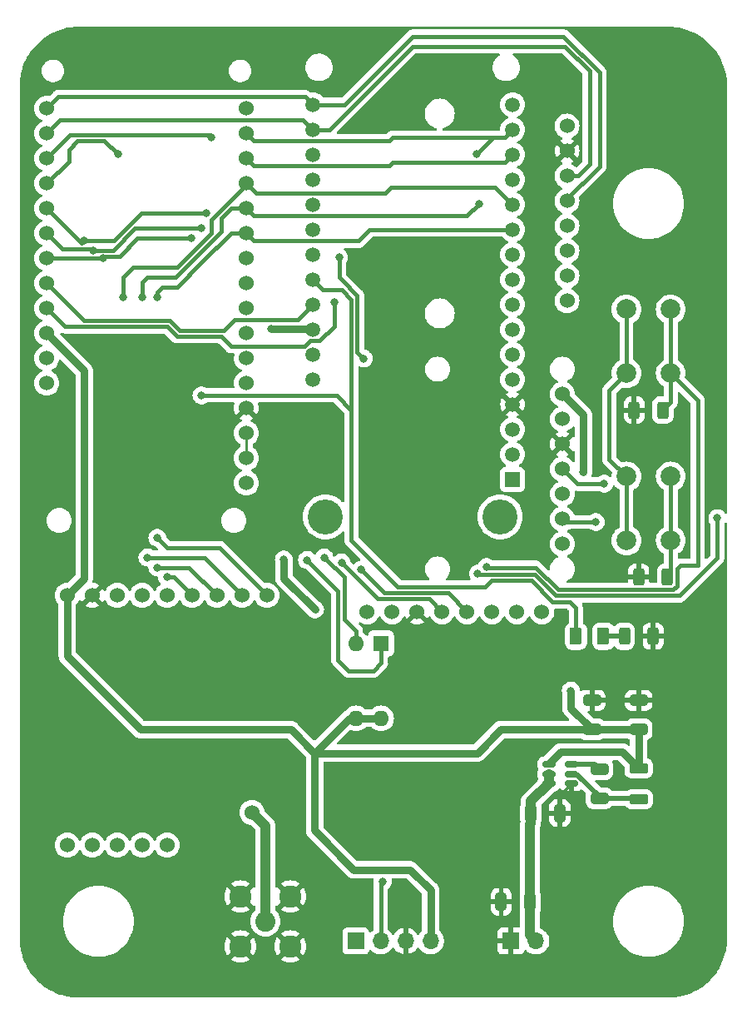
<source format=gbr>
%TF.GenerationSoftware,KiCad,Pcbnew,7.0.1-0*%
%TF.CreationDate,2023-04-22T10:01:52-07:00*%
%TF.ProjectId,Pioneer Controller V3,50696f6e-6565-4722-9043-6f6e74726f6c,rev?*%
%TF.SameCoordinates,Original*%
%TF.FileFunction,Copper,L1,Top*%
%TF.FilePolarity,Positive*%
%FSLAX46Y46*%
G04 Gerber Fmt 4.6, Leading zero omitted, Abs format (unit mm)*
G04 Created by KiCad (PCBNEW 7.0.1-0) date 2023-04-22 10:01:52*
%MOMM*%
%LPD*%
G01*
G04 APERTURE LIST*
G04 Aperture macros list*
%AMRoundRect*
0 Rectangle with rounded corners*
0 $1 Rounding radius*
0 $2 $3 $4 $5 $6 $7 $8 $9 X,Y pos of 4 corners*
0 Add a 4 corners polygon primitive as box body*
4,1,4,$2,$3,$4,$5,$6,$7,$8,$9,$2,$3,0*
0 Add four circle primitives for the rounded corners*
1,1,$1+$1,$2,$3*
1,1,$1+$1,$4,$5*
1,1,$1+$1,$6,$7*
1,1,$1+$1,$8,$9*
0 Add four rect primitives between the rounded corners*
20,1,$1+$1,$2,$3,$4,$5,0*
20,1,$1+$1,$4,$5,$6,$7,0*
20,1,$1+$1,$6,$7,$8,$9,0*
20,1,$1+$1,$8,$9,$2,$3,0*%
G04 Aperture macros list end*
%TA.AperFunction,ComponentPad*%
%ADD10C,2.000000*%
%TD*%
%TA.AperFunction,ComponentPad*%
%ADD11C,1.524000*%
%TD*%
%TA.AperFunction,SMDPad,CuDef*%
%ADD12RoundRect,0.250000X0.650000X-0.325000X0.650000X0.325000X-0.650000X0.325000X-0.650000X-0.325000X0*%
%TD*%
%TA.AperFunction,SMDPad,CuDef*%
%ADD13RoundRect,0.250000X0.312500X0.625000X-0.312500X0.625000X-0.312500X-0.625000X0.312500X-0.625000X0*%
%TD*%
%TA.AperFunction,ComponentPad*%
%ADD14R,1.508000X1.508000*%
%TD*%
%TA.AperFunction,ComponentPad*%
%ADD15C,1.508000*%
%TD*%
%TA.AperFunction,ComponentPad*%
%ADD16C,3.556000*%
%TD*%
%TA.AperFunction,ComponentPad*%
%ADD17R,1.600000X1.600000*%
%TD*%
%TA.AperFunction,ComponentPad*%
%ADD18O,1.600000X1.600000*%
%TD*%
%TA.AperFunction,SMDPad,CuDef*%
%ADD19RoundRect,0.250000X-0.325000X-0.650000X0.325000X-0.650000X0.325000X0.650000X-0.325000X0.650000X0*%
%TD*%
%TA.AperFunction,ComponentPad*%
%ADD20C,2.050000*%
%TD*%
%TA.AperFunction,ComponentPad*%
%ADD21C,2.250000*%
%TD*%
%TA.AperFunction,SMDPad,CuDef*%
%ADD22RoundRect,0.150000X-0.512500X-0.150000X0.512500X-0.150000X0.512500X0.150000X-0.512500X0.150000X0*%
%TD*%
%TA.AperFunction,ComponentPad*%
%ADD23R,1.700000X1.700000*%
%TD*%
%TA.AperFunction,ComponentPad*%
%ADD24O,1.700000X1.700000*%
%TD*%
%TA.AperFunction,SMDPad,CuDef*%
%ADD25RoundRect,0.250000X0.325000X0.650000X-0.325000X0.650000X-0.325000X-0.650000X0.325000X-0.650000X0*%
%TD*%
%TA.AperFunction,SMDPad,CuDef*%
%ADD26RoundRect,0.250000X-0.312500X-0.625000X0.312500X-0.625000X0.312500X0.625000X-0.312500X0.625000X0*%
%TD*%
%TA.AperFunction,SMDPad,CuDef*%
%ADD27RoundRect,0.250000X0.700000X-0.275000X0.700000X0.275000X-0.700000X0.275000X-0.700000X-0.275000X0*%
%TD*%
%TA.AperFunction,SMDPad,CuDef*%
%ADD28RoundRect,0.250000X0.375000X0.625000X-0.375000X0.625000X-0.375000X-0.625000X0.375000X-0.625000X0*%
%TD*%
%TA.AperFunction,ViaPad*%
%ADD29C,0.800000*%
%TD*%
%TA.AperFunction,Conductor*%
%ADD30C,0.250000*%
%TD*%
%TA.AperFunction,Conductor*%
%ADD31C,0.750000*%
%TD*%
%TA.AperFunction,Conductor*%
%ADD32C,0.400000*%
%TD*%
%TA.AperFunction,Conductor*%
%ADD33C,1.000000*%
%TD*%
%TA.AperFunction,Conductor*%
%ADD34C,0.500000*%
%TD*%
G04 APERTURE END LIST*
D10*
%TO.P,SW2,1,1*%
%TO.N,+5V*%
X90750000Y-74250000D03*
X90750000Y-67750000D03*
%TO.P,SW2,2,2*%
%TO.N,/SW2*%
X95250000Y-74250000D03*
X95250000Y-67750000D03*
%TD*%
D11*
%TO.P,U1,3V,3V*%
%TO.N,unconnected-(U1-Pad3V)*%
X52065000Y-65875000D03*
X52065000Y-63335000D03*
%TO.P,U1,A0,A0*%
%TO.N,unconnected-(U1-PadA0)*%
X52065000Y-58255000D03*
%TO.P,U1,A1,A1*%
%TO.N,unconnected-(U1-PadA1)*%
X52065000Y-55715000D03*
%TO.P,U1,A2,A2*%
%TO.N,unconnected-(U1-PadA2)*%
X52065000Y-53175000D03*
%TO.P,U1,A3,A3*%
%TO.N,unconnected-(U1-PadA3)*%
X52065000Y-50635000D03*
%TO.P,U1,A4,A4*%
%TO.N,/SW5*%
X52065000Y-48095000D03*
%TO.P,U1,A5,A5*%
%TO.N,/SW6*%
X52065000Y-45555000D03*
%TO.P,U1,BAT,BAT*%
%TO.N,unconnected-(U1-PadBAT)*%
X31745000Y-58255000D03*
%TO.P,U1,D5,D5*%
%TO.N,/CS1*%
X31745000Y-35395000D03*
%TO.P,U1,D6,D6*%
%TO.N,/LED1*%
X31745000Y-37935000D03*
%TO.P,U1,D9,D9*%
%TO.N,/G0*%
X31745000Y-40475000D03*
%TO.P,U1,D10,D10*%
%TO.N,/CS0*%
X31745000Y-43015000D03*
%TO.P,U1,D11,D11*%
%TO.N,/RST*%
X31745000Y-45555000D03*
%TO.P,U1,D12,D12*%
%TO.N,/SW2*%
X31745000Y-48095000D03*
%TO.P,U1,D13,D13*%
%TO.N,/SW1*%
X31745000Y-50635000D03*
%TO.P,U1,DB,DB*%
%TO.N,unconnected-(U1-PadDB)*%
X52065000Y-30315000D03*
%TO.P,U1,EN,EN*%
%TO.N,unconnected-(U1-PadEN)*%
X31745000Y-55715000D03*
%TO.P,U1,GND,GND*%
%TO.N,GND*%
X52065000Y-60795000D03*
%TO.P,U1,M0,M0*%
%TO.N,/MISO*%
X52065000Y-40475000D03*
%TO.P,U1,M1,M1*%
%TO.N,/MOSI*%
X52065000Y-37935000D03*
%TO.P,U1,RST,RST*%
%TO.N,unconnected-(U1-PadRST)*%
X52065000Y-68415000D03*
%TO.P,U1,RX,RX*%
%TO.N,/RX*%
X52065000Y-35395000D03*
%TO.P,U1,SCK,SCK*%
%TO.N,/SCK*%
X52065000Y-43015000D03*
%TO.P,U1,SCL,SCL*%
%TO.N,/SCL*%
X31745000Y-32855000D03*
%TO.P,U1,SDA,SDA*%
%TO.N,/SDA*%
X31745000Y-30315000D03*
%TO.P,U1,TX,TX*%
%TO.N,/TX*%
X52065000Y-32855000D03*
%TO.P,U1,USB,USB*%
%TO.N,+5V*%
X31745000Y-53175000D03*
%TD*%
D12*
%TO.P,C7,1*%
%TO.N,+5V*%
X87250000Y-93475000D03*
%TO.P,C7,2*%
%TO.N,GND*%
X87250000Y-90525000D03*
%TD*%
D13*
%TO.P,R2,1*%
%TO.N,/SW1*%
X94462500Y-61000000D03*
%TO.P,R2,2*%
%TO.N,GND*%
X91537500Y-61000000D03*
%TD*%
D10*
%TO.P,SW1,1,1*%
%TO.N,+5V*%
X90750000Y-57250000D03*
X90750000Y-50750000D03*
%TO.P,SW1,2,2*%
%TO.N,/SW1*%
X95250000Y-57250000D03*
X95250000Y-50750000D03*
%TD*%
D14*
%TO.P,U2,1,RST*%
%TO.N,unconnected-(U2-RST-Pad1)*%
X79160000Y-68050000D03*
D15*
%TO.P,U2,2,3V*%
%TO.N,unconnected-(U2-3V-Pad2)*%
X79160000Y-65510000D03*
%TO.P,U2,3*%
%TO.N,N/C*%
X79160000Y-62970000D03*
%TO.P,U2,4,GND*%
%TO.N,GND*%
X79160000Y-60430000D03*
%TO.P,U2,5,ADC*%
%TO.N,unconnected-(U2-ADC-Pad5)*%
X79160000Y-57890000D03*
%TO.P,U2,6*%
%TO.N,N/C*%
X79160000Y-55350000D03*
%TO.P,U2,7*%
X79160000Y-52810000D03*
%TO.P,U2,8*%
X79160000Y-50270000D03*
%TO.P,U2,9*%
X79160000Y-47730000D03*
%TO.P,U2,10*%
X79160000Y-45190000D03*
%TO.P,U2,11,SCK*%
%TO.N,/SCK*%
X79160000Y-42650000D03*
%TO.P,U2,12,MOSI*%
%TO.N,/MOSI*%
X79160000Y-40110000D03*
%TO.P,U2,13,MIS0*%
%TO.N,/MISO*%
X79160000Y-37570000D03*
%TO.P,U2,14,RX*%
%TO.N,/RX*%
X79160000Y-35030000D03*
%TO.P,U2,15,TX*%
%TO.N,/TX*%
X79160000Y-32490000D03*
%TO.P,U2,16,CHPD*%
%TO.N,unconnected-(U2-CHPD-Pad16)*%
X79160000Y-29950000D03*
%TO.P,U2,17,BAT*%
%TO.N,unconnected-(U2-BAT-Pad17)*%
X58840000Y-57890000D03*
%TO.P,U2,18,EN*%
%TO.N,unconnected-(U2-EN-Pad18)*%
X58840000Y-55350000D03*
%TO.P,U2,19,USB*%
%TO.N,+5V*%
X58840000Y-52810000D03*
%TO.P,U2,20,GPIO14*%
%TO.N,/SW2*%
X58840000Y-50270000D03*
%TO.P,U2,21,GPIO12*%
%TO.N,/LED1*%
X58840000Y-47730000D03*
%TO.P,U2,22,GPIO13*%
%TO.N,/SW1*%
X58840000Y-45190000D03*
%TO.P,U2,23,GPIO15*%
%TO.N,/G0*%
X58840000Y-42650000D03*
%TO.P,U2,24,GPIO0*%
%TO.N,/CS1*%
X58840000Y-40110000D03*
%TO.P,U2,25,GPIO16*%
%TO.N,/RST*%
X58840000Y-37570000D03*
%TO.P,U2,26,GPIO2*%
%TO.N,/CS0*%
X58840000Y-35030000D03*
%TO.P,U2,27,SCL/GPIO5*%
%TO.N,/SCL*%
X58840000Y-32490000D03*
%TO.P,U2,28,SDA/GPIO4*%
%TO.N,/SDA*%
X58840000Y-29950000D03*
D16*
%TO.P,U2,S1*%
%TO.N,N/C*%
X77890000Y-71860000D03*
%TO.P,U2,S2*%
X60110000Y-71860000D03*
%TD*%
D17*
%TO.P,SW5,1*%
%TO.N,/SW5*%
X65775000Y-84732500D03*
D18*
%TO.P,SW5,2*%
%TO.N,/SW6*%
X63235000Y-84732500D03*
%TO.P,SW5,3*%
%TO.N,+5V*%
X63235000Y-92352500D03*
%TO.P,SW5,4*%
X65775000Y-92352500D03*
%TD*%
D19*
%TO.P,C5,1*%
%TO.N,VIN*%
X81025000Y-102000000D03*
%TO.P,C5,2*%
%TO.N,GND*%
X83975000Y-102000000D03*
%TD*%
D20*
%TO.P,J4,1,In*%
%TO.N,/SMA*%
X54000000Y-113000000D03*
D21*
%TO.P,J4,2,Ext*%
%TO.N,GND*%
X51460000Y-110460000D03*
X51460000Y-115540000D03*
X56540000Y-110460000D03*
X56540000Y-115540000D03*
%TD*%
D22*
%TO.P,U7,1,FB*%
%TO.N,+5V*%
X82862500Y-97050000D03*
%TO.P,U7,2,EN*%
%TO.N,VIN*%
X82862500Y-98000000D03*
%TO.P,U7,3,IN*%
X82862500Y-98950000D03*
%TO.P,U7,4,GND*%
%TO.N,GND*%
X85137500Y-98950000D03*
%TO.P,U7,5,SW*%
%TO.N,Net-(U7-SW)*%
X85137500Y-98000000D03*
%TO.P,U7,6,BST*%
%TO.N,Net-(U7-BST)*%
X85137500Y-97050000D03*
%TD*%
D12*
%TO.P,C6,1*%
%TO.N,Net-(U7-SW)*%
X88000000Y-100475000D03*
%TO.P,C6,2*%
%TO.N,Net-(U7-BST)*%
X88000000Y-97525000D03*
%TD*%
%TO.P,C3,1*%
%TO.N,+5V*%
X92000000Y-93475000D03*
%TO.P,C3,2*%
%TO.N,GND*%
X92000000Y-90525000D03*
%TD*%
D23*
%TO.P,J1,1,Pin_1*%
%TO.N,/TX*%
X63200000Y-115000000D03*
D24*
%TO.P,J1,2,Pin_2*%
%TO.N,/RX*%
X65740000Y-115000000D03*
%TO.P,J1,3,Pin_3*%
%TO.N,GND*%
X68280000Y-115000000D03*
%TO.P,J1,4,Pin_4*%
%TO.N,+5V*%
X70820000Y-115000000D03*
%TD*%
D23*
%TO.P,J2,1,Pin_1*%
%TO.N,GND*%
X79000000Y-115000000D03*
D24*
%TO.P,J2,2,Pin_2*%
%TO.N,VIN*%
X81540000Y-115000000D03*
%TD*%
D13*
%TO.P,R3,1*%
%TO.N,/SW2*%
X94925000Y-78000000D03*
%TO.P,R3,2*%
%TO.N,GND*%
X92000000Y-78000000D03*
%TD*%
D25*
%TO.P,C4,1*%
%TO.N,VIN*%
X80950000Y-111000000D03*
%TO.P,C4,2*%
%TO.N,GND*%
X78000000Y-111000000D03*
%TD*%
D26*
%TO.P,R1,1*%
%TO.N,Net-(D1-K)*%
X90537500Y-84000000D03*
%TO.P,R1,2*%
%TO.N,GND*%
X93462500Y-84000000D03*
%TD*%
D27*
%TO.P,L2,1,1*%
%TO.N,Net-(U7-SW)*%
X92000000Y-100575000D03*
%TO.P,L2,2,2*%
%TO.N,+5V*%
X92000000Y-97425000D03*
%TD*%
D28*
%TO.P,D1,1,K*%
%TO.N,Net-(D1-K)*%
X88400000Y-84000000D03*
%TO.P,D1,2,A*%
%TO.N,/LED1*%
X85600000Y-84000000D03*
%TD*%
D11*
%TO.P,U5,3P3_V,3P3_V*%
%TO.N,unconnected-(U5-Pad3P3_V)*%
X84240000Y-61920000D03*
%TO.P,U5,CS,CS*%
%TO.N,unconnected-(U5-PadCS)*%
X84240000Y-74620000D03*
%TO.P,U5,GND,GND*%
%TO.N,GND*%
X84240000Y-64460000D03*
%TO.P,U5,SCK,SCK*%
%TO.N,/SCL*%
X84240000Y-67000000D03*
%TO.P,U5,SDI,SDI*%
%TO.N,/SDA*%
X84240000Y-72080000D03*
%TO.P,U5,SDO,SDO*%
%TO.N,unconnected-(U5-PadSDO)*%
X84240000Y-69540000D03*
%TO.P,U5,VIN,VIN*%
%TO.N,+5V*%
X84240000Y-59380000D03*
%TD*%
%TO.P,U8,3.3V,3.3V*%
%TO.N,unconnected-(U8-Pad3.3V)*%
X66900000Y-81510000D03*
%TO.P,U8,5V,5V*%
%TO.N,+5V*%
X64360000Y-81510000D03*
%TO.P,U8,CD,CD*%
%TO.N,unconnected-(U8-PadCD)*%
X82140000Y-81510000D03*
%TO.P,U8,CLK,CLK*%
%TO.N,/SCK*%
X71980000Y-81510000D03*
%TO.P,U8,CS,CS*%
%TO.N,/CS1*%
X79600000Y-81510000D03*
%TO.P,U8,DI,DI*%
%TO.N,/MOSI*%
X77060000Y-81510000D03*
%TO.P,U8,DO,DO*%
%TO.N,/MISO*%
X74520000Y-81510000D03*
%TO.P,U8,GND,GND*%
%TO.N,GND*%
X69440000Y-81510000D03*
%TD*%
%TO.P,U4,CS,CS*%
%TO.N,/CS0*%
X51620000Y-79840000D03*
%TO.P,U4,EN,EN*%
%TO.N,unconnected-(U4-PadEN)*%
X38920000Y-79840000D03*
%TO.P,U4,G0,G0*%
%TO.N,/G0*%
X41460000Y-79840000D03*
%TO.P,U4,G1,G1*%
%TO.N,unconnected-(U4-PadG1)*%
X33840000Y-105240000D03*
%TO.P,U4,G2,G2*%
%TO.N,unconnected-(U4-PadG2)*%
X36380000Y-105240000D03*
%TO.P,U4,G3,G3*%
%TO.N,unconnected-(U4-PadG3)*%
X38920000Y-105240000D03*
%TO.P,U4,G4,G4*%
%TO.N,unconnected-(U4-PadG4)*%
X41460000Y-105240000D03*
%TO.P,U4,G5,G5*%
%TO.N,unconnected-(U4-PadG5)*%
X44000000Y-105240000D03*
%TO.P,U4,GND,GND*%
%TO.N,GND*%
X36380000Y-79840000D03*
%TO.P,U4,MISO,MISO*%
%TO.N,/MISO*%
X46540000Y-79840000D03*
%TO.P,U4,MOSI,MOSI*%
%TO.N,/MOSI*%
X49080000Y-79840000D03*
%TO.P,U4,RST,RST*%
%TO.N,/RST*%
X54160000Y-79840000D03*
%TO.P,U4,SCK,SCK*%
%TO.N,/SCK*%
X44000000Y-79840000D03*
%TO.P,U4,SMA,SMA*%
%TO.N,/SMA*%
X52636000Y-101910000D03*
%TO.P,U4,VIN,VIN*%
%TO.N,+5V*%
X33840000Y-79840000D03*
%TD*%
%TO.P,U3,32K,32K*%
%TO.N,unconnected-(U3-Pad32K)*%
X84699000Y-44810000D03*
%TO.P,U3,BAT,BAT*%
%TO.N,unconnected-(U3-PadBAT)*%
X84699000Y-42270000D03*
%TO.P,U3,GND,GND*%
%TO.N,GND*%
X84699000Y-34650000D03*
%TO.P,U3,RST,RST*%
%TO.N,unconnected-(U3-PadRST)*%
X84699000Y-49890000D03*
%TO.P,U3,SCL,SCL*%
%TO.N,/SCL*%
X84699000Y-37190000D03*
%TO.P,U3,SDA,SDA*%
%TO.N,/SDA*%
X84699000Y-39730000D03*
%TO.P,U3,SQW,SQW*%
%TO.N,unconnected-(U3-PadSQW)*%
X84699000Y-47350000D03*
%TO.P,U3,VIN,VIN*%
%TO.N,+5V*%
X84699000Y-32110000D03*
%TD*%
D29*
%TO.N,+5V*%
X54610000Y-52705000D03*
X55880000Y-76200000D03*
X85090000Y-89535000D03*
X59055000Y-81280000D03*
X59000000Y-95885000D03*
X86360000Y-67310000D03*
%TO.N,/LED1*%
X47500000Y-59500000D03*
X39000000Y-35000000D03*
%TO.N,/TX*%
X75500000Y-35000000D03*
%TO.N,/RX*%
X65934668Y-108934668D03*
%TO.N,/SW5*%
X58250000Y-76250000D03*
%TO.N,/SW6*%
X60000000Y-76000000D03*
%TO.N,/G0*%
X48000000Y-41000000D03*
X35500000Y-43800020D03*
%TO.N,/RST*%
X46500000Y-43500000D03*
X37500000Y-45555000D03*
X43000000Y-74000000D03*
%TO.N,/MISO*%
X41500000Y-49500000D03*
X44000000Y-78000000D03*
X63750000Y-77250000D03*
X75750000Y-40000000D03*
%TO.N,/MOSI*%
X43000000Y-77000000D03*
X39500000Y-49500000D03*
%TO.N,/SCK*%
X43000000Y-49500000D03*
X61750000Y-76500000D03*
%TO.N,/SCL*%
X88500000Y-68500000D03*
%TO.N,/SDA*%
X87630000Y-72390000D03*
%TO.N,/SW2*%
X100000000Y-72000000D03*
X75625000Y-77625000D03*
%TO.N,/SW1*%
X76500000Y-76950500D03*
X61000000Y-50000000D03*
%TO.N,/CS1*%
X64000000Y-55750000D03*
X61500000Y-45500000D03*
X48500000Y-33250000D03*
%TO.N,/CS0*%
X36500000Y-44755500D03*
X42000000Y-76000000D03*
X47500000Y-42500000D03*
%TD*%
D30*
%TO.N,GND*%
X85137500Y-98950000D02*
X83975000Y-100112500D01*
X83975000Y-100112500D02*
X83975000Y-102000000D01*
D31*
%TO.N,+5V*%
X63235000Y-92352500D02*
X65775000Y-92352500D01*
D32*
X90750000Y-57250000D02*
X89000000Y-59000000D01*
D31*
X85090000Y-91315000D02*
X87250000Y-93475000D01*
X59000000Y-103750000D02*
X63000000Y-107750000D01*
X77975000Y-93475000D02*
X87250000Y-93475000D01*
X90325000Y-95750000D02*
X84087020Y-95750000D01*
X84087020Y-95750000D02*
X82862500Y-96974520D01*
X92000000Y-97425000D02*
X90325000Y-95750000D01*
X35560000Y-78120000D02*
X35560000Y-56990000D01*
X41307500Y-93500000D02*
X33840000Y-86032500D01*
D32*
X90750000Y-50750000D02*
X90750000Y-57250000D01*
D31*
X59000000Y-95885000D02*
X59000000Y-103750000D01*
X55880000Y-78105000D02*
X59055000Y-81280000D01*
X84240000Y-59380000D02*
X86360000Y-61500000D01*
X33840000Y-79840000D02*
X35560000Y-78120000D01*
X75565000Y-95885000D02*
X77975000Y-93475000D01*
D32*
X90750000Y-67750000D02*
X90750000Y-74250000D01*
D31*
X54610000Y-52705000D02*
X58735000Y-52705000D01*
D32*
X89000000Y-66000000D02*
X90750000Y-67750000D01*
D31*
X62532500Y-92352500D02*
X63235000Y-92352500D01*
X56615000Y-93500000D02*
X41307500Y-93500000D01*
X92000000Y-93475000D02*
X87250000Y-93475000D01*
X59000000Y-95885000D02*
X56615000Y-93500000D01*
D32*
X89000000Y-59000000D02*
X89000000Y-66000000D01*
D31*
X35560000Y-56990000D02*
X31745000Y-53175000D01*
X63000000Y-107750000D02*
X68750000Y-107750000D01*
X58735000Y-52705000D02*
X58840000Y-52810000D01*
X59000000Y-95885000D02*
X75565000Y-95885000D01*
X70820000Y-109820000D02*
X70820000Y-115000000D01*
X68750000Y-107750000D02*
X70820000Y-109820000D01*
X92000000Y-97425000D02*
X92000000Y-93475000D01*
X85090000Y-89535000D02*
X85090000Y-91315000D01*
X55880000Y-76200000D02*
X55880000Y-78105000D01*
X33840000Y-86032500D02*
X33840000Y-79840000D01*
X59000000Y-95885000D02*
X62532500Y-92352500D01*
X86360000Y-61500000D02*
X86360000Y-67310000D01*
D30*
%TO.N,unconnected-(U1-Pad3V)*%
X52065000Y-63335000D02*
X52065000Y-65875000D01*
D33*
%TO.N,VIN*%
X81025000Y-100787500D02*
X82862500Y-98950000D01*
X80950000Y-111000000D02*
X80950000Y-114410000D01*
X82862500Y-98950000D02*
X82862500Y-98049520D01*
X81025000Y-102000000D02*
X81025000Y-100787500D01*
X80950000Y-103100000D02*
X80950000Y-111000000D01*
X80950000Y-114410000D02*
X81540000Y-115000000D01*
X81025000Y-103025000D02*
X80950000Y-103100000D01*
X81025000Y-103025000D02*
X81025000Y-102000000D01*
D34*
%TO.N,Net-(U7-SW)*%
X85697849Y-98000000D02*
X88000000Y-100302151D01*
X88000000Y-100302151D02*
X88000000Y-100475000D01*
X91900000Y-100475000D02*
X92000000Y-100575000D01*
X85137500Y-98000000D02*
X85697849Y-98000000D01*
X88000000Y-100475000D02*
X91900000Y-100475000D01*
%TO.N,Net-(U7-BST)*%
X88000000Y-97525000D02*
X87525000Y-97050000D01*
X87525000Y-97050000D02*
X85137500Y-97050000D01*
%TO.N,Net-(D1-K)*%
X90537500Y-84000000D02*
X88400000Y-84000000D01*
D32*
%TO.N,/LED1*%
X58840000Y-47730000D02*
X59860000Y-48750000D01*
X81100000Y-78350000D02*
X83250000Y-80500000D01*
X61750000Y-48750000D02*
X62750000Y-49750000D01*
X67500000Y-79000000D02*
X76350000Y-79000000D01*
X34000000Y-35680000D02*
X34000000Y-34500000D01*
X77000000Y-78350000D02*
X81100000Y-78350000D01*
X59860000Y-48750000D02*
X61750000Y-48750000D01*
X83250000Y-80500000D02*
X85000000Y-80500000D01*
X62750000Y-74250000D02*
X67500000Y-79000000D01*
X62750000Y-61000000D02*
X62750000Y-74250000D01*
X62750000Y-49750000D02*
X62750000Y-61000000D01*
X85000000Y-80500000D02*
X85600000Y-81100000D01*
X61250000Y-59500000D02*
X62750000Y-61000000D01*
X76350000Y-79000000D02*
X77000000Y-78350000D01*
X47500000Y-59500000D02*
X61250000Y-59500000D01*
X34900480Y-33599520D02*
X37599520Y-33599520D01*
X31745000Y-37935000D02*
X34000000Y-35680000D01*
X34000000Y-34500000D02*
X34900480Y-33599520D01*
X37599520Y-33599520D02*
X39000000Y-35000000D01*
X85600000Y-81100000D02*
X85600000Y-84000000D01*
%TO.N,/TX*%
X52065000Y-32855000D02*
X52853511Y-33643511D01*
X75500000Y-35000000D02*
X77228000Y-33272000D01*
X78378000Y-33272000D02*
X79160000Y-32490000D01*
X66974683Y-33272000D02*
X78378000Y-33272000D01*
X66603172Y-33643511D02*
X66974683Y-33272000D01*
X77228000Y-33272000D02*
X78378000Y-33272000D01*
X52853511Y-33643511D02*
X66603172Y-33643511D01*
%TO.N,/RX*%
X66974683Y-35812000D02*
X78378000Y-35812000D01*
X78378000Y-35812000D02*
X79160000Y-35030000D01*
X52853511Y-36183511D02*
X66603172Y-36183511D01*
X65934668Y-108934668D02*
X65934668Y-109065332D01*
X65934668Y-109065332D02*
X65740000Y-109260000D01*
X66603172Y-36183511D02*
X66974683Y-35812000D01*
X52065000Y-35395000D02*
X52853511Y-36183511D01*
X65740000Y-109260000D02*
X65740000Y-115000000D01*
D33*
%TO.N,/SMA*%
X52636000Y-101910000D02*
X54000000Y-103274000D01*
X54000000Y-103274000D02*
X54000000Y-113000000D01*
D32*
%TO.N,/SW5*%
X61400000Y-86400000D02*
X62500000Y-87500000D01*
X62500000Y-87500000D02*
X65000000Y-87500000D01*
X58250000Y-76250000D02*
X61400000Y-79400000D01*
X61400000Y-79400000D02*
X61400000Y-86400000D01*
X65000000Y-87500000D02*
X65775000Y-86725000D01*
X65775000Y-86725000D02*
X65775000Y-84732500D01*
%TO.N,/SW6*%
X60000000Y-76000000D02*
X62000000Y-78000000D01*
X62000000Y-82250000D02*
X63235000Y-83485000D01*
X62000000Y-78000000D02*
X62000000Y-82250000D01*
X63235000Y-83485000D02*
X63235000Y-84732500D01*
%TO.N,/G0*%
X41373335Y-41000000D02*
X48000000Y-41000000D01*
X35300020Y-44000000D02*
X35270000Y-44000000D01*
X35500000Y-43800020D02*
X35300020Y-44000000D01*
X35270000Y-44000000D02*
X31745000Y-40475000D01*
X35500000Y-43800020D02*
X38573315Y-43800020D01*
X38573315Y-43800020D02*
X41373335Y-41000000D01*
%TO.N,/RST*%
X37699980Y-45355020D02*
X39144980Y-45355020D01*
X37500000Y-45555000D02*
X37699980Y-45355020D01*
X39144980Y-45355020D02*
X41000000Y-43500000D01*
X43000000Y-74000000D02*
X44000000Y-75000000D01*
X37500000Y-45555000D02*
X31745000Y-45555000D01*
X49320000Y-75000000D02*
X54160000Y-79840000D01*
X44000000Y-75000000D02*
X49320000Y-75000000D01*
X41000000Y-43500000D02*
X46500000Y-43500000D01*
%TO.N,/MISO*%
X49500000Y-41500000D02*
X49500000Y-42847850D01*
X42000000Y-47500000D02*
X41500000Y-48000000D01*
X44000000Y-78000000D02*
X44700000Y-78000000D01*
X44700000Y-78000000D02*
X46540000Y-79840000D01*
X74486489Y-41263511D02*
X52853511Y-41263511D01*
X63750000Y-77250000D02*
X66100000Y-79600000D01*
X44847850Y-47500000D02*
X42000000Y-47500000D01*
X49500000Y-42847850D02*
X44847850Y-47500000D01*
X41500000Y-48000000D02*
X41500000Y-49500000D01*
X50525000Y-40475000D02*
X49500000Y-41500000D01*
X72610000Y-79600000D02*
X74520000Y-81510000D01*
X52065000Y-40475000D02*
X50525000Y-40475000D01*
X52853511Y-41263511D02*
X52065000Y-40475000D01*
X75750000Y-40000000D02*
X74486489Y-41263511D01*
X66100000Y-79600000D02*
X72610000Y-79600000D01*
%TO.N,/MOSI*%
X39500000Y-47500000D02*
X39500000Y-48000000D01*
X53086489Y-38956489D02*
X61043511Y-38956489D01*
X46240000Y-77000000D02*
X49080000Y-79840000D01*
X52065000Y-37935000D02*
X53086489Y-38956489D01*
X46500000Y-45000000D02*
X45000000Y-46500000D01*
X66154194Y-38956489D02*
X66758683Y-38352000D01*
X77402000Y-38352000D02*
X79160000Y-40110000D01*
X52065000Y-37935000D02*
X52065000Y-38065680D01*
X40500000Y-46500000D02*
X39500000Y-47500000D01*
X43000000Y-77000000D02*
X46240000Y-77000000D01*
X39500000Y-48000000D02*
X39500000Y-49500000D01*
X66758683Y-38352000D02*
X77402000Y-38352000D01*
X52065000Y-38065680D02*
X48500000Y-41630680D01*
X45000000Y-46500000D02*
X40500000Y-46500000D01*
X48500000Y-41630680D02*
X48500000Y-43000000D01*
X48500000Y-43000000D02*
X46500000Y-45000000D01*
X61043511Y-38956489D02*
X66154194Y-38956489D01*
%TO.N,/SCK*%
X64600000Y-42650000D02*
X79160000Y-42650000D01*
X63446489Y-43803511D02*
X64600000Y-42650000D01*
X65450000Y-80200000D02*
X70670000Y-80200000D01*
X43000000Y-49000000D02*
X43000000Y-49500000D01*
X43500000Y-48500000D02*
X43000000Y-49000000D01*
X45000000Y-48500000D02*
X43500000Y-48500000D01*
X50485000Y-43015000D02*
X47500000Y-46000000D01*
X52853511Y-43803511D02*
X63446489Y-43803511D01*
X52065000Y-43015000D02*
X52853511Y-43803511D01*
X70670000Y-80200000D02*
X71980000Y-81510000D01*
X52065000Y-43015000D02*
X50485000Y-43015000D01*
X61750000Y-76500000D02*
X65450000Y-80200000D01*
X47500000Y-46000000D02*
X45000000Y-48500000D01*
%TO.N,/SCL*%
X84500000Y-24000000D02*
X87000000Y-26500000D01*
X33100000Y-31500000D02*
X57850000Y-31500000D01*
X58840000Y-32490000D02*
X60510000Y-32490000D01*
X31745000Y-32855000D02*
X33100000Y-31500000D01*
X69000000Y-24000000D02*
X84500000Y-24000000D01*
X85740000Y-68500000D02*
X84240000Y-67000000D01*
X87000000Y-36000000D02*
X85810000Y-37190000D01*
X87000000Y-26500000D02*
X87000000Y-36000000D01*
X85810000Y-37190000D02*
X84494000Y-37190000D01*
X60510000Y-32490000D02*
X69000000Y-24000000D01*
X57850000Y-31500000D02*
X58840000Y-32490000D01*
X88500000Y-68500000D02*
X85740000Y-68500000D01*
%TO.N,/SDA*%
X87630000Y-72390000D02*
X84550000Y-72390000D01*
X69000000Y-23000000D02*
X84347850Y-23000000D01*
X31745000Y-30315000D02*
X32906511Y-29153489D01*
X88000000Y-36224000D02*
X84494000Y-39730000D01*
X62050000Y-29950000D02*
X69000000Y-23000000D01*
X84550000Y-72390000D02*
X84240000Y-72080000D01*
X58043489Y-29153489D02*
X58840000Y-29950000D01*
X58840000Y-29950000D02*
X62050000Y-29950000D01*
X32906511Y-29153489D02*
X58043489Y-29153489D01*
X84347850Y-23000000D02*
X88000000Y-26652150D01*
X88000000Y-26652150D02*
X88000000Y-36224000D01*
%TO.N,/SW2*%
X95250000Y-77675000D02*
X94925000Y-78000000D01*
X81401472Y-77750000D02*
X83526472Y-79875000D01*
X57313489Y-51796511D02*
X58840000Y-50270000D01*
X96125000Y-79875000D02*
X100000000Y-76000000D01*
X35550480Y-51900480D02*
X44248330Y-51900480D01*
X95250000Y-67750000D02*
X95250000Y-74250000D01*
X75625000Y-77625000D02*
X75750000Y-77750000D01*
X44248330Y-51900480D02*
X45248330Y-52900480D01*
X100000000Y-76000000D02*
X100000000Y-72000000D01*
X31745000Y-48095000D02*
X35550480Y-51900480D01*
X75750000Y-77750000D02*
X81401472Y-77750000D01*
X83526472Y-79875000D02*
X96125000Y-79875000D01*
X49771031Y-52900480D02*
X50875000Y-51796511D01*
X45248330Y-52900480D02*
X49771031Y-52900480D01*
X95250000Y-74250000D02*
X95250000Y-77675000D01*
X50875000Y-51796511D02*
X57313489Y-51796511D01*
%TO.N,/SW1*%
X95887500Y-77105761D02*
X96212202Y-76781059D01*
X76500000Y-76950500D02*
X76549500Y-77000000D01*
X98000000Y-76781059D02*
X98000000Y-60000000D01*
X59536489Y-53963511D02*
X61000000Y-52500000D01*
X95250000Y-57250000D02*
X95250000Y-60212500D01*
X44000000Y-52500000D02*
X45000000Y-53500000D01*
X61000000Y-52500000D02*
X61000000Y-50000000D01*
X33610000Y-52500000D02*
X44000000Y-52500000D01*
X76549500Y-77000000D02*
X81500000Y-77000000D01*
X58536489Y-53963511D02*
X59536489Y-53963511D01*
X95250000Y-50750000D02*
X95250000Y-57250000D01*
X95887500Y-78894239D02*
X95887500Y-77105761D01*
X31745000Y-50635000D02*
X33610000Y-52500000D01*
X95506739Y-79275000D02*
X95887500Y-78894239D01*
X81500000Y-77000000D02*
X83775000Y-79275000D01*
X49500000Y-53500000D02*
X50500000Y-54500000D01*
X50500000Y-54500000D02*
X58000000Y-54500000D01*
X95250000Y-60212500D02*
X94462500Y-61000000D01*
X98000000Y-60000000D02*
X95250000Y-57250000D01*
X96212202Y-76781059D02*
X98000000Y-76781059D01*
X83775000Y-79275000D02*
X95506739Y-79275000D01*
X45000000Y-53500000D02*
X49500000Y-53500000D01*
X58000000Y-54500000D02*
X58536489Y-53963511D01*
%TO.N,/CS1*%
X63350000Y-55100000D02*
X63350000Y-49750000D01*
X63350000Y-49750000D02*
X63350000Y-49350000D01*
X61500000Y-47500000D02*
X61500000Y-45500000D01*
X48249520Y-32999520D02*
X48500000Y-33250000D01*
X64000000Y-55750000D02*
X63350000Y-55100000D01*
X34140480Y-32999520D02*
X48249520Y-32999520D01*
X63350000Y-49350000D02*
X61750000Y-47750000D01*
X31745000Y-35395000D02*
X34140480Y-32999520D01*
X61750000Y-47750000D02*
X61500000Y-47500000D01*
%TO.N,/CS0*%
X36344020Y-44599520D02*
X33329520Y-44599520D01*
X40721185Y-42500000D02*
X47500000Y-42500000D01*
X33329520Y-44599520D02*
X31745000Y-43015000D01*
X42000000Y-76000000D02*
X47780000Y-76000000D01*
X38465685Y-44755500D02*
X40721185Y-42500000D01*
X47780000Y-76000000D02*
X51620000Y-79840000D01*
X36500000Y-44755500D02*
X38465685Y-44755500D01*
X36500000Y-44755500D02*
X36344020Y-44599520D01*
%TD*%
%TA.AperFunction,Conductor*%
%TO.N,GND*%
G36*
X95002442Y-22000596D02*
G01*
X95008703Y-22000841D01*
X95241171Y-22009975D01*
X95241419Y-22010051D01*
X95241420Y-22009985D01*
X95241531Y-22009989D01*
X95472173Y-22019529D01*
X95481571Y-22020278D01*
X95723187Y-22048876D01*
X95952341Y-22077440D01*
X95961183Y-22078870D01*
X96199560Y-22126286D01*
X96200339Y-22126445D01*
X96426298Y-22173824D01*
X96434444Y-22175824D01*
X96668182Y-22241745D01*
X96669753Y-22242200D01*
X96890895Y-22308037D01*
X96898400Y-22310535D01*
X97126259Y-22394597D01*
X97128273Y-22395362D01*
X97343145Y-22479205D01*
X97349963Y-22482104D01*
X97570464Y-22583756D01*
X97572903Y-22584914D01*
X97780180Y-22686245D01*
X97786241Y-22689421D01*
X97998057Y-22808044D01*
X98000853Y-22809659D01*
X98199040Y-22927753D01*
X98204420Y-22931150D01*
X98406284Y-23066031D01*
X98409373Y-23068166D01*
X98597098Y-23202199D01*
X98601768Y-23205704D01*
X98680682Y-23267914D01*
X98792387Y-23355976D01*
X98795748Y-23358722D01*
X98971759Y-23507796D01*
X98975764Y-23511341D01*
X99153973Y-23676076D01*
X99157483Y-23679451D01*
X99320547Y-23842515D01*
X99323922Y-23846025D01*
X99488657Y-24024234D01*
X99492208Y-24028246D01*
X99641266Y-24204238D01*
X99644022Y-24207611D01*
X99794285Y-24398218D01*
X99797810Y-24402915D01*
X99931814Y-24590599D01*
X99933982Y-24593737D01*
X100068845Y-24795574D01*
X100072259Y-24800980D01*
X100179707Y-24981301D01*
X100190298Y-24999074D01*
X100191964Y-25001959D01*
X100310559Y-25213724D01*
X100313771Y-25219853D01*
X100415059Y-25427042D01*
X100416268Y-25429589D01*
X100517890Y-25650026D01*
X100520797Y-25656864D01*
X100604608Y-25871653D01*
X100605427Y-25873809D01*
X100689457Y-26101582D01*
X100691966Y-26109119D01*
X100757777Y-26330173D01*
X100758276Y-26331896D01*
X100824166Y-26565524D01*
X100826183Y-26573736D01*
X100873506Y-26799430D01*
X100873762Y-26800686D01*
X100921127Y-27038810D01*
X100922558Y-27047663D01*
X100951103Y-27276658D01*
X100951195Y-27277421D01*
X100979717Y-27518401D01*
X100980471Y-27527852D01*
X100990014Y-27758577D01*
X100990024Y-27758833D01*
X100999404Y-27997557D01*
X100999500Y-28002425D01*
X100999500Y-71451411D01*
X100982887Y-71513411D01*
X100937500Y-71558798D01*
X100875500Y-71575411D01*
X100813500Y-71558798D01*
X100768113Y-71513411D01*
X100739042Y-71463058D01*
X100719442Y-71441291D01*
X100611253Y-71321134D01*
X100456752Y-71208882D01*
X100456751Y-71208881D01*
X100282285Y-71131204D01*
X100095489Y-71091500D01*
X100095487Y-71091500D01*
X99904513Y-71091500D01*
X99904511Y-71091500D01*
X99717714Y-71131204D01*
X99543248Y-71208881D01*
X99388748Y-71321133D01*
X99260957Y-71463058D01*
X99165472Y-71628443D01*
X99106458Y-71810070D01*
X99086496Y-72000000D01*
X99106458Y-72189929D01*
X99165472Y-72371556D01*
X99267476Y-72548231D01*
X99267462Y-72548238D01*
X99283264Y-72574025D01*
X99291500Y-72618462D01*
X99291500Y-75655168D01*
X99282061Y-75702621D01*
X99255181Y-75742849D01*
X98920181Y-76077849D01*
X98870818Y-76108099D01*
X98813102Y-76112641D01*
X98759615Y-76090486D01*
X98722015Y-76046463D01*
X98708500Y-75990168D01*
X98708500Y-60025152D01*
X98708726Y-60017666D01*
X98709010Y-60012964D01*
X98712401Y-59956907D01*
X98701426Y-59897025D01*
X98700301Y-59889625D01*
X98692965Y-59829199D01*
X98689285Y-59819497D01*
X98683257Y-59797871D01*
X98681388Y-59787670D01*
X98656404Y-59732157D01*
X98653537Y-59725236D01*
X98631954Y-59668325D01*
X98626057Y-59659781D01*
X98615034Y-59640236D01*
X98610775Y-59630774D01*
X98573233Y-59582856D01*
X98568793Y-59576822D01*
X98534214Y-59526725D01*
X98488647Y-59486357D01*
X98483193Y-59481223D01*
X96744105Y-57742135D01*
X96712441Y-57688112D01*
X96711212Y-57625508D01*
X96744535Y-57486711D01*
X96763165Y-57250000D01*
X96744535Y-57013289D01*
X96689105Y-56782406D01*
X96598240Y-56563037D01*
X96474176Y-56360584D01*
X96319969Y-56180031D01*
X96139416Y-56025824D01*
X96017710Y-55951242D01*
X95974310Y-55906104D01*
X95958500Y-55845515D01*
X95958500Y-52154485D01*
X95974310Y-52093896D01*
X96017710Y-52048758D01*
X96027648Y-52042667D01*
X96139416Y-51974176D01*
X96319969Y-51819969D01*
X96474176Y-51639416D01*
X96598240Y-51436963D01*
X96689105Y-51217594D01*
X96744535Y-50986711D01*
X96763165Y-50750000D01*
X96744535Y-50513289D01*
X96689105Y-50282406D01*
X96598240Y-50063037D01*
X96474176Y-49860584D01*
X96319969Y-49680031D01*
X96139416Y-49525824D01*
X95936963Y-49401760D01*
X95797759Y-49344100D01*
X95717593Y-49310894D01*
X95486712Y-49255465D01*
X95250000Y-49236835D01*
X95013287Y-49255465D01*
X94782406Y-49310894D01*
X94595162Y-49388453D01*
X94564392Y-49401199D01*
X94563035Y-49401761D01*
X94360585Y-49525823D01*
X94180031Y-49680031D01*
X94025823Y-49860585D01*
X93901761Y-50063035D01*
X93810894Y-50282406D01*
X93755465Y-50513287D01*
X93736835Y-50750000D01*
X93755465Y-50986712D01*
X93810894Y-51217593D01*
X93833711Y-51272677D01*
X93901760Y-51436963D01*
X94025824Y-51639416D01*
X94180031Y-51819969D01*
X94360584Y-51974176D01*
X94463914Y-52037497D01*
X94482290Y-52048758D01*
X94525690Y-52093896D01*
X94541500Y-52154485D01*
X94541500Y-55845515D01*
X94525690Y-55906104D01*
X94482290Y-55951242D01*
X94360585Y-56025823D01*
X94180031Y-56180031D01*
X94025823Y-56360585D01*
X93915329Y-56540894D01*
X93901760Y-56563037D01*
X93898581Y-56570711D01*
X93810894Y-56782406D01*
X93755465Y-57013287D01*
X93736835Y-57249999D01*
X93755465Y-57486712D01*
X93810894Y-57717593D01*
X93852816Y-57818802D01*
X93901760Y-57936963D01*
X94025824Y-58139416D01*
X94180031Y-58319969D01*
X94360584Y-58474176D01*
X94446339Y-58526727D01*
X94482290Y-58548758D01*
X94525690Y-58593896D01*
X94541500Y-58654485D01*
X94541500Y-59492500D01*
X94524887Y-59554500D01*
X94479500Y-59599887D01*
X94417500Y-59616500D01*
X94099455Y-59616500D01*
X93995574Y-59627112D01*
X93827263Y-59682884D01*
X93676345Y-59775971D01*
X93550971Y-59901345D01*
X93457884Y-60052263D01*
X93402112Y-60220573D01*
X93391500Y-60324455D01*
X93391500Y-61675544D01*
X93402112Y-61779425D01*
X93457884Y-61947736D01*
X93550971Y-62098654D01*
X93676345Y-62224028D01*
X93676347Y-62224029D01*
X93676348Y-62224030D01*
X93827262Y-62317115D01*
X93911417Y-62345000D01*
X93995573Y-62372887D01*
X94005202Y-62373870D01*
X94099455Y-62383500D01*
X94825544Y-62383499D01*
X94929426Y-62372887D01*
X95097738Y-62317115D01*
X95248652Y-62224030D01*
X95374030Y-62098652D01*
X95467115Y-61947738D01*
X95522887Y-61779426D01*
X95533500Y-61675545D01*
X95533499Y-60982330D01*
X95542938Y-60934878D01*
X95569815Y-60894653D01*
X95733208Y-60731260D01*
X95738611Y-60726173D01*
X95784215Y-60685773D01*
X95818816Y-60635643D01*
X95823223Y-60629656D01*
X95860775Y-60581726D01*
X95865031Y-60572267D01*
X95876058Y-60552715D01*
X95881954Y-60544175D01*
X95903542Y-60487246D01*
X95906404Y-60480339D01*
X95931388Y-60424829D01*
X95933259Y-60414618D01*
X95939282Y-60393010D01*
X95942965Y-60383301D01*
X95950305Y-60322848D01*
X95951426Y-60315478D01*
X95962401Y-60255593D01*
X95958726Y-60194834D01*
X95958500Y-60187348D01*
X95958500Y-59259832D01*
X95972015Y-59203537D01*
X96009615Y-59159514D01*
X96063102Y-59137359D01*
X96120818Y-59141901D01*
X96170181Y-59172151D01*
X97255181Y-60257151D01*
X97282061Y-60297379D01*
X97291500Y-60344832D01*
X97291500Y-75948559D01*
X97274887Y-76010559D01*
X97229500Y-76055946D01*
X97167500Y-76072559D01*
X96237371Y-76072559D01*
X96229884Y-76072333D01*
X96169107Y-76068656D01*
X96109232Y-76079628D01*
X96101852Y-76080752D01*
X96097469Y-76081285D01*
X96029356Y-76070226D01*
X95977700Y-76024472D01*
X95958500Y-75958192D01*
X95958500Y-75654485D01*
X95974310Y-75593896D01*
X96017710Y-75548758D01*
X96027648Y-75542667D01*
X96139416Y-75474176D01*
X96319969Y-75319969D01*
X96474176Y-75139416D01*
X96598240Y-74936963D01*
X96689105Y-74717594D01*
X96744535Y-74486711D01*
X96763165Y-74250000D01*
X96744535Y-74013289D01*
X96689105Y-73782406D01*
X96598240Y-73563037D01*
X96474176Y-73360584D01*
X96319969Y-73180031D01*
X96139416Y-73025824D01*
X96017710Y-72951242D01*
X95974310Y-72906104D01*
X95958500Y-72845515D01*
X95958500Y-69154485D01*
X95974310Y-69093896D01*
X96017710Y-69048758D01*
X96036993Y-69036941D01*
X96139416Y-68974176D01*
X96319969Y-68819969D01*
X96474176Y-68639416D01*
X96598240Y-68436963D01*
X96689105Y-68217594D01*
X96744535Y-67986711D01*
X96763165Y-67750000D01*
X96744535Y-67513289D01*
X96689105Y-67282406D01*
X96598240Y-67063037D01*
X96474176Y-66860584D01*
X96319969Y-66680031D01*
X96139416Y-66525824D01*
X95936963Y-66401760D01*
X95827278Y-66356327D01*
X95717593Y-66310894D01*
X95486712Y-66255465D01*
X95250000Y-66236835D01*
X95013287Y-66255465D01*
X94782406Y-66310894D01*
X94563035Y-66401761D01*
X94360585Y-66525823D01*
X94180031Y-66680031D01*
X94025823Y-66860585D01*
X93901761Y-67063035D01*
X93810894Y-67282406D01*
X93755465Y-67513287D01*
X93736835Y-67750000D01*
X93755465Y-67986712D01*
X93810894Y-68217593D01*
X93823945Y-68249100D01*
X93901760Y-68436963D01*
X94025824Y-68639416D01*
X94180031Y-68819969D01*
X94360584Y-68974176D01*
X94463007Y-69036941D01*
X94482290Y-69048758D01*
X94525690Y-69093896D01*
X94541500Y-69154485D01*
X94541500Y-72845515D01*
X94525690Y-72906104D01*
X94482290Y-72951242D01*
X94360585Y-73025823D01*
X94180031Y-73180031D01*
X94025823Y-73360585D01*
X93901761Y-73563035D01*
X93810894Y-73782406D01*
X93755465Y-74013287D01*
X93736835Y-74249999D01*
X93755465Y-74486712D01*
X93810894Y-74717593D01*
X93841349Y-74791118D01*
X93901760Y-74936963D01*
X94025824Y-75139416D01*
X94180031Y-75319969D01*
X94360584Y-75474176D01*
X94437212Y-75521134D01*
X94482290Y-75548758D01*
X94525690Y-75593896D01*
X94541500Y-75654485D01*
X94541500Y-76509927D01*
X94530877Y-76560143D01*
X94500829Y-76601754D01*
X94456504Y-76627633D01*
X94289763Y-76682884D01*
X94138845Y-76775971D01*
X94013471Y-76901345D01*
X93920384Y-77052263D01*
X93864612Y-77220573D01*
X93853999Y-77324455D01*
X93854000Y-77324455D01*
X93854000Y-77923014D01*
X93854001Y-78442500D01*
X93837388Y-78504500D01*
X93792001Y-78549887D01*
X93730001Y-78566500D01*
X93186500Y-78566500D01*
X93124500Y-78549887D01*
X93079113Y-78504500D01*
X93062500Y-78442500D01*
X93062500Y-78250000D01*
X90937501Y-78250000D01*
X90937501Y-78442500D01*
X90920888Y-78504500D01*
X90875501Y-78549887D01*
X90813501Y-78566500D01*
X84789338Y-78566500D01*
X84725473Y-78548789D01*
X84679853Y-78500715D01*
X84665508Y-78436010D01*
X84686537Y-78373160D01*
X84736933Y-78330118D01*
X84745267Y-78326231D01*
X84877677Y-78264488D01*
X85059781Y-78136977D01*
X85216977Y-77979781D01*
X85344488Y-77797677D01*
X85366720Y-77750000D01*
X90937500Y-77750000D01*
X91750000Y-77750000D01*
X91750000Y-76625001D01*
X91637521Y-76625001D01*
X91534804Y-76635493D01*
X91368377Y-76690642D01*
X91219154Y-76782683D01*
X91095183Y-76906654D01*
X91003142Y-77055877D01*
X90947993Y-77222303D01*
X90937500Y-77325021D01*
X90937500Y-77750000D01*
X85366720Y-77750000D01*
X85438440Y-77596196D01*
X85495978Y-77381463D01*
X85515353Y-77160000D01*
X85495978Y-76938537D01*
X85438440Y-76723804D01*
X85392367Y-76625000D01*
X92250000Y-76625000D01*
X92250000Y-77750000D01*
X93062499Y-77750000D01*
X93062499Y-77325021D01*
X93052006Y-77222304D01*
X92996857Y-77055877D01*
X92904816Y-76906654D01*
X92780845Y-76782683D01*
X92631622Y-76690642D01*
X92465196Y-76635493D01*
X92362479Y-76625000D01*
X92250000Y-76625000D01*
X85392367Y-76625000D01*
X85344488Y-76522324D01*
X85216977Y-76340219D01*
X85059781Y-76183023D01*
X84877677Y-76055512D01*
X84763738Y-76002381D01*
X84711563Y-75956625D01*
X84692144Y-75890000D01*
X84711563Y-75823375D01*
X84763739Y-75777618D01*
X84877677Y-75724488D01*
X85059781Y-75596977D01*
X85216977Y-75439781D01*
X85344488Y-75257677D01*
X85438440Y-75056196D01*
X85495978Y-74841463D01*
X85515353Y-74620000D01*
X85495978Y-74398537D01*
X85438440Y-74183804D01*
X85344488Y-73982324D01*
X85216977Y-73800219D01*
X85059781Y-73643023D01*
X84877677Y-73515512D01*
X84763738Y-73462381D01*
X84711563Y-73416625D01*
X84692144Y-73350000D01*
X84711563Y-73283375D01*
X84763739Y-73237618D01*
X84877677Y-73184488D01*
X84903707Y-73166261D01*
X84968455Y-73120925D01*
X85002291Y-73104239D01*
X85039578Y-73098500D01*
X87019244Y-73098500D01*
X87057562Y-73104569D01*
X87092130Y-73122182D01*
X87173248Y-73181118D01*
X87347714Y-73258795D01*
X87534511Y-73298500D01*
X87534513Y-73298500D01*
X87725487Y-73298500D01*
X87725489Y-73298500D01*
X87912285Y-73258795D01*
X87912286Y-73258794D01*
X87912288Y-73258794D01*
X88086752Y-73181118D01*
X88241253Y-73068866D01*
X88369040Y-72926944D01*
X88406147Y-72862674D01*
X88464527Y-72761556D01*
X88511021Y-72618462D01*
X88523542Y-72579928D01*
X88543504Y-72390000D01*
X88523542Y-72200072D01*
X88464527Y-72018444D01*
X88464527Y-72018443D01*
X88369042Y-71853058D01*
X88311187Y-71788804D01*
X88241253Y-71711134D01*
X88144901Y-71641130D01*
X88086751Y-71598881D01*
X87912285Y-71521204D01*
X87725489Y-71481500D01*
X87725487Y-71481500D01*
X87534513Y-71481500D01*
X87534511Y-71481500D01*
X87347714Y-71521204D01*
X87173248Y-71598881D01*
X87092130Y-71657818D01*
X87057562Y-71675431D01*
X87019244Y-71681500D01*
X85535015Y-71681500D01*
X85468390Y-71662081D01*
X85422633Y-71609905D01*
X85381270Y-71521204D01*
X85344488Y-71442324D01*
X85216977Y-71260219D01*
X85059781Y-71103023D01*
X84877677Y-70975512D01*
X84763738Y-70922381D01*
X84711563Y-70876625D01*
X84692144Y-70810000D01*
X84711563Y-70743375D01*
X84763739Y-70697618D01*
X84877677Y-70644488D01*
X85059781Y-70516977D01*
X85216977Y-70359781D01*
X85344488Y-70177677D01*
X85438440Y-69976196D01*
X85495978Y-69761463D01*
X85515353Y-69540000D01*
X85497450Y-69335358D01*
X85505485Y-69279414D01*
X85537513Y-69232847D01*
X85586880Y-69205331D01*
X85643329Y-69202582D01*
X85696907Y-69212401D01*
X85752964Y-69209010D01*
X85757666Y-69208726D01*
X85765152Y-69208500D01*
X87889244Y-69208500D01*
X87927562Y-69214569D01*
X87962130Y-69232182D01*
X88043248Y-69291118D01*
X88217714Y-69368795D01*
X88404511Y-69408500D01*
X88404513Y-69408500D01*
X88595487Y-69408500D01*
X88595489Y-69408500D01*
X88782285Y-69368795D01*
X88782286Y-69368794D01*
X88782288Y-69368794D01*
X88956752Y-69291118D01*
X89111253Y-69178866D01*
X89239040Y-69036944D01*
X89334527Y-68871556D01*
X89373465Y-68751716D01*
X89409027Y-68697346D01*
X89467203Y-68668419D01*
X89532021Y-68672880D01*
X89585684Y-68709503D01*
X89680031Y-68819969D01*
X89860584Y-68974176D01*
X89963007Y-69036941D01*
X89982290Y-69048758D01*
X90025690Y-69093896D01*
X90041500Y-69154485D01*
X90041500Y-72845515D01*
X90025690Y-72906104D01*
X89982290Y-72951242D01*
X89860585Y-73025823D01*
X89680031Y-73180031D01*
X89525823Y-73360585D01*
X89401761Y-73563035D01*
X89310894Y-73782406D01*
X89255465Y-74013287D01*
X89236835Y-74249999D01*
X89255465Y-74486712D01*
X89310894Y-74717593D01*
X89341349Y-74791118D01*
X89401760Y-74936963D01*
X89525824Y-75139416D01*
X89680031Y-75319969D01*
X89860584Y-75474176D01*
X90063037Y-75598240D01*
X90282406Y-75689105D01*
X90513289Y-75744535D01*
X90750000Y-75763165D01*
X90986711Y-75744535D01*
X91217594Y-75689105D01*
X91436963Y-75598240D01*
X91639416Y-75474176D01*
X91819969Y-75319969D01*
X91974176Y-75139416D01*
X92098240Y-74936963D01*
X92189105Y-74717594D01*
X92244535Y-74486711D01*
X92263165Y-74250000D01*
X92244535Y-74013289D01*
X92189105Y-73782406D01*
X92098240Y-73563037D01*
X91974176Y-73360584D01*
X91819969Y-73180031D01*
X91639416Y-73025824D01*
X91517710Y-72951242D01*
X91474310Y-72906104D01*
X91458500Y-72845515D01*
X91458500Y-69154485D01*
X91474310Y-69093896D01*
X91517710Y-69048758D01*
X91536993Y-69036941D01*
X91639416Y-68974176D01*
X91819969Y-68819969D01*
X91974176Y-68639416D01*
X92098240Y-68436963D01*
X92189105Y-68217594D01*
X92244535Y-67986711D01*
X92263165Y-67750000D01*
X92244535Y-67513289D01*
X92189105Y-67282406D01*
X92098240Y-67063037D01*
X91974176Y-66860584D01*
X91819969Y-66680031D01*
X91639416Y-66525824D01*
X91436963Y-66401760D01*
X91327278Y-66356327D01*
X91217593Y-66310894D01*
X90986712Y-66255465D01*
X90750000Y-66236835D01*
X90513287Y-66255465D01*
X90374492Y-66288787D01*
X90311886Y-66287557D01*
X90257864Y-66255894D01*
X89744819Y-65742849D01*
X89717939Y-65702621D01*
X89708500Y-65655168D01*
X89708500Y-61250000D01*
X90475001Y-61250000D01*
X90475001Y-61674979D01*
X90485493Y-61777695D01*
X90540642Y-61944122D01*
X90632683Y-62093345D01*
X90756654Y-62217316D01*
X90905877Y-62309357D01*
X91072303Y-62364506D01*
X91175021Y-62375000D01*
X91287500Y-62375000D01*
X91287500Y-61250000D01*
X91787500Y-61250000D01*
X91787500Y-62374999D01*
X91899979Y-62374999D01*
X92002695Y-62364506D01*
X92169122Y-62309357D01*
X92318345Y-62217316D01*
X92442316Y-62093345D01*
X92534357Y-61944122D01*
X92589506Y-61777696D01*
X92600000Y-61674979D01*
X92600000Y-61250000D01*
X91787500Y-61250000D01*
X91287500Y-61250000D01*
X90475001Y-61250000D01*
X89708500Y-61250000D01*
X89708500Y-60750000D01*
X90475000Y-60750000D01*
X91287500Y-60750000D01*
X91287500Y-59625001D01*
X91175021Y-59625001D01*
X91072304Y-59635493D01*
X90905877Y-59690642D01*
X90756654Y-59782683D01*
X90632683Y-59906654D01*
X90540642Y-60055877D01*
X90485493Y-60222303D01*
X90475000Y-60325021D01*
X90475000Y-60750000D01*
X89708500Y-60750000D01*
X89708500Y-59625000D01*
X91787500Y-59625000D01*
X91787500Y-60750000D01*
X92599999Y-60750000D01*
X92599999Y-60325021D01*
X92589506Y-60222304D01*
X92534357Y-60055877D01*
X92442316Y-59906654D01*
X92318345Y-59782683D01*
X92169122Y-59690642D01*
X92002696Y-59635493D01*
X91899979Y-59625000D01*
X91787500Y-59625000D01*
X89708500Y-59625000D01*
X89708500Y-59344832D01*
X89717939Y-59297379D01*
X89744819Y-59257151D01*
X89864611Y-59137359D01*
X90257865Y-58744103D01*
X90311885Y-58712442D01*
X90374490Y-58711212D01*
X90513289Y-58744535D01*
X90750000Y-58763165D01*
X90986711Y-58744535D01*
X91217594Y-58689105D01*
X91436963Y-58598240D01*
X91639416Y-58474176D01*
X91819969Y-58319969D01*
X91974176Y-58139416D01*
X92098240Y-57936963D01*
X92189105Y-57717594D01*
X92244535Y-57486711D01*
X92263165Y-57250000D01*
X92244535Y-57013289D01*
X92189105Y-56782406D01*
X92098240Y-56563037D01*
X91974176Y-56360584D01*
X91819969Y-56180031D01*
X91639416Y-56025824D01*
X91517710Y-55951242D01*
X91474310Y-55906104D01*
X91458500Y-55845515D01*
X91458500Y-52154485D01*
X91474310Y-52093896D01*
X91517710Y-52048758D01*
X91527648Y-52042667D01*
X91639416Y-51974176D01*
X91819969Y-51819969D01*
X91974176Y-51639416D01*
X92098240Y-51436963D01*
X92189105Y-51217594D01*
X92244535Y-50986711D01*
X92263165Y-50750000D01*
X92244535Y-50513289D01*
X92189105Y-50282406D01*
X92098240Y-50063037D01*
X91974176Y-49860584D01*
X91819969Y-49680031D01*
X91639416Y-49525824D01*
X91436963Y-49401760D01*
X91297759Y-49344100D01*
X91217593Y-49310894D01*
X90986712Y-49255465D01*
X90750000Y-49236835D01*
X90513287Y-49255465D01*
X90282406Y-49310894D01*
X90095162Y-49388453D01*
X90064392Y-49401199D01*
X90063035Y-49401761D01*
X89860585Y-49525823D01*
X89680031Y-49680031D01*
X89525823Y-49860585D01*
X89401761Y-50063035D01*
X89310894Y-50282406D01*
X89255465Y-50513287D01*
X89236835Y-50750000D01*
X89255465Y-50986712D01*
X89310894Y-51217593D01*
X89333711Y-51272677D01*
X89401760Y-51436963D01*
X89525824Y-51639416D01*
X89680031Y-51819969D01*
X89860584Y-51974176D01*
X89963914Y-52037497D01*
X89982290Y-52048758D01*
X90025690Y-52093896D01*
X90041500Y-52154485D01*
X90041500Y-55845515D01*
X90025690Y-55906104D01*
X89982290Y-55951242D01*
X89860585Y-56025823D01*
X89680031Y-56180031D01*
X89525823Y-56360585D01*
X89415329Y-56540894D01*
X89401760Y-56563037D01*
X89398581Y-56570711D01*
X89310894Y-56782406D01*
X89255465Y-57013287D01*
X89236835Y-57249999D01*
X89255465Y-57486714D01*
X89288786Y-57625508D01*
X89287556Y-57688113D01*
X89255893Y-57742135D01*
X88516804Y-58481224D01*
X88511352Y-58486357D01*
X88465783Y-58526728D01*
X88431201Y-58576827D01*
X88426765Y-58582856D01*
X88389225Y-58630773D01*
X88384964Y-58640240D01*
X88373946Y-58659775D01*
X88368045Y-58668325D01*
X88346457Y-58725245D01*
X88343593Y-58732161D01*
X88318610Y-58787671D01*
X88316738Y-58797889D01*
X88310714Y-58819496D01*
X88307035Y-58829196D01*
X88299696Y-58889632D01*
X88298569Y-58897031D01*
X88287597Y-58956904D01*
X88291274Y-59017676D01*
X88291500Y-59025163D01*
X88291500Y-65974837D01*
X88291274Y-65982324D01*
X88287597Y-66043095D01*
X88298569Y-66102970D01*
X88299696Y-66110369D01*
X88307035Y-66170802D01*
X88310713Y-66180500D01*
X88316738Y-66202111D01*
X88318611Y-66212329D01*
X88343597Y-66267848D01*
X88346463Y-66274766D01*
X88365370Y-66324620D01*
X88368047Y-66331677D01*
X88373941Y-66340216D01*
X88384964Y-66359760D01*
X88389224Y-66369225D01*
X88426761Y-66417137D01*
X88431200Y-66423170D01*
X88465782Y-66473270D01*
X88465784Y-66473272D01*
X88465785Y-66473273D01*
X88511370Y-66513658D01*
X88516805Y-66518775D01*
X89255894Y-67257864D01*
X89287557Y-67311886D01*
X89288787Y-67374492D01*
X89255465Y-67513287D01*
X89242119Y-67682858D01*
X89220230Y-67744030D01*
X89170414Y-67785738D01*
X89106346Y-67796531D01*
X89045615Y-67773445D01*
X88956755Y-67708883D01*
X88782285Y-67631204D01*
X88595489Y-67591500D01*
X88595487Y-67591500D01*
X88404513Y-67591500D01*
X88404511Y-67591500D01*
X88217714Y-67631204D01*
X88043248Y-67708881D01*
X87962130Y-67767818D01*
X87927562Y-67785431D01*
X87889244Y-67791500D01*
X87329476Y-67791500D01*
X87273181Y-67777985D01*
X87229158Y-67740386D01*
X87207003Y-67686898D01*
X87211545Y-67629182D01*
X87229735Y-67573195D01*
X87253542Y-67499928D01*
X87273504Y-67310000D01*
X87253542Y-67120072D01*
X87249569Y-67107844D01*
X87243500Y-67069527D01*
X87243500Y-61579295D01*
X87245027Y-61559896D01*
X87247150Y-61546493D01*
X87243669Y-61480092D01*
X87243500Y-61473603D01*
X87243500Y-61453694D01*
X87241417Y-61433884D01*
X87240909Y-61427425D01*
X87237430Y-61361033D01*
X87237430Y-61361029D01*
X87233914Y-61347910D01*
X87230372Y-61328797D01*
X87228954Y-61315298D01*
X87208409Y-61252068D01*
X87206565Y-61245842D01*
X87189362Y-61181636D01*
X87183202Y-61169546D01*
X87175755Y-61151568D01*
X87171563Y-61138666D01*
X87138318Y-61081086D01*
X87135219Y-61075378D01*
X87105047Y-61016161D01*
X87096510Y-61005619D01*
X87085488Y-60989581D01*
X87078704Y-60977830D01*
X87034203Y-60928407D01*
X87030004Y-60923491D01*
X87017472Y-60908015D01*
X87003398Y-60893941D01*
X86998948Y-60889253D01*
X86954434Y-60839815D01*
X86947977Y-60835123D01*
X86943447Y-60831832D01*
X86928654Y-60819197D01*
X85549749Y-59440292D01*
X85525048Y-59405015D01*
X85513902Y-59363418D01*
X85502402Y-59231973D01*
X85495978Y-59158537D01*
X85438440Y-58943804D01*
X85344488Y-58742324D01*
X85216977Y-58560219D01*
X85059781Y-58403023D01*
X84877677Y-58275512D01*
X84877676Y-58275511D01*
X84877674Y-58275510D01*
X84763739Y-58222381D01*
X84711563Y-58176623D01*
X84692144Y-58109998D01*
X84711564Y-58043373D01*
X84763738Y-57997618D01*
X84877677Y-57944488D01*
X85059781Y-57816977D01*
X85216977Y-57659781D01*
X85344488Y-57477677D01*
X85438440Y-57276196D01*
X85495978Y-57061463D01*
X85515353Y-56840000D01*
X85514346Y-56828495D01*
X85501935Y-56686625D01*
X85495978Y-56618537D01*
X85438440Y-56403804D01*
X85344488Y-56202324D01*
X85216977Y-56020219D01*
X85059781Y-55863023D01*
X84877677Y-55735512D01*
X84784781Y-55692194D01*
X84676197Y-55641560D01*
X84461460Y-55584021D01*
X84240000Y-55564646D01*
X84018539Y-55584021D01*
X83803802Y-55641560D01*
X83602323Y-55735512D01*
X83420218Y-55863023D01*
X83263023Y-56020218D01*
X83135512Y-56202323D01*
X83041560Y-56403802D01*
X82984021Y-56618539D01*
X82964646Y-56839999D01*
X82984021Y-57061460D01*
X83041560Y-57276197D01*
X83042413Y-57278026D01*
X83135512Y-57477677D01*
X83263023Y-57659781D01*
X83420219Y-57816977D01*
X83602323Y-57944488D01*
X83683293Y-57982245D01*
X83716260Y-57997618D01*
X83768436Y-58043375D01*
X83787855Y-58110000D01*
X83768436Y-58176625D01*
X83716260Y-58222382D01*
X83602323Y-58275512D01*
X83420218Y-58403023D01*
X83263023Y-58560218D01*
X83135512Y-58742323D01*
X83041560Y-58943802D01*
X82984021Y-59158539D01*
X82964646Y-59380000D01*
X82984021Y-59601460D01*
X83041560Y-59816197D01*
X83081267Y-59901348D01*
X83135512Y-60017677D01*
X83263023Y-60199781D01*
X83420219Y-60356977D01*
X83602323Y-60484488D01*
X83683293Y-60522245D01*
X83716260Y-60537618D01*
X83768436Y-60583375D01*
X83787855Y-60650000D01*
X83768436Y-60716625D01*
X83716260Y-60762382D01*
X83602323Y-60815512D01*
X83420218Y-60943023D01*
X83263023Y-61100218D01*
X83135512Y-61282323D01*
X83041560Y-61483802D01*
X82984021Y-61698539D01*
X82964646Y-61920000D01*
X82984021Y-62141460D01*
X83041560Y-62356197D01*
X83054292Y-62383500D01*
X83135512Y-62557677D01*
X83263023Y-62739781D01*
X83420219Y-62896977D01*
X83602323Y-63024488D01*
X83704732Y-63072242D01*
X83726316Y-63082307D01*
X83778492Y-63128064D01*
X83797911Y-63194689D01*
X83778492Y-63261314D01*
X83726316Y-63307071D01*
X83606589Y-63362900D01*
X83541812Y-63408258D01*
X83541811Y-63408258D01*
X84240000Y-64106446D01*
X84240001Y-64106446D01*
X84938187Y-63408258D01*
X84873406Y-63362898D01*
X84753683Y-63307071D01*
X84701506Y-63261314D01*
X84682087Y-63194689D01*
X84701507Y-63128064D01*
X84753682Y-63082307D01*
X84877677Y-63024488D01*
X85059781Y-62896977D01*
X85216977Y-62739781D01*
X85250927Y-62691294D01*
X85298142Y-62650970D01*
X85358990Y-62638591D01*
X85418210Y-62657263D01*
X85460953Y-62702305D01*
X85476500Y-62762421D01*
X85476500Y-63642654D01*
X85458038Y-63707751D01*
X85408151Y-63753465D01*
X85341692Y-63766182D01*
X85291740Y-63761811D01*
X84593553Y-64460000D01*
X84593553Y-64460001D01*
X85291740Y-65158186D01*
X85341694Y-65153817D01*
X85408152Y-65166535D01*
X85458039Y-65212248D01*
X85476500Y-65277345D01*
X85476500Y-66157579D01*
X85460953Y-66217695D01*
X85418210Y-66262737D01*
X85358990Y-66281409D01*
X85298142Y-66269030D01*
X85250926Y-66228704D01*
X85216977Y-66180219D01*
X85059781Y-66023023D01*
X84877677Y-65895512D01*
X84833689Y-65875000D01*
X84753683Y-65837692D01*
X84701507Y-65791934D01*
X84682088Y-65725309D01*
X84701508Y-65658684D01*
X84753684Y-65612927D01*
X84873412Y-65557097D01*
X84938187Y-65511740D01*
X84240001Y-64813553D01*
X84240000Y-64813553D01*
X83541812Y-65511740D01*
X83606592Y-65557100D01*
X83726316Y-65612928D01*
X83778492Y-65658684D01*
X83797912Y-65725309D01*
X83778493Y-65791934D01*
X83726318Y-65837692D01*
X83602321Y-65895513D01*
X83420218Y-66023023D01*
X83263023Y-66180218D01*
X83135512Y-66362323D01*
X83041560Y-66563802D01*
X82984021Y-66778539D01*
X82964646Y-66999999D01*
X82984021Y-67221460D01*
X83041560Y-67436197D01*
X83071279Y-67499929D01*
X83135512Y-67637677D01*
X83263023Y-67819781D01*
X83420219Y-67976977D01*
X83602323Y-68104488D01*
X83683293Y-68142245D01*
X83716260Y-68157618D01*
X83768436Y-68203375D01*
X83787855Y-68270000D01*
X83768436Y-68336625D01*
X83716260Y-68382382D01*
X83602323Y-68435512D01*
X83420218Y-68563023D01*
X83263023Y-68720218D01*
X83135512Y-68902323D01*
X83041560Y-69103802D01*
X82984021Y-69318539D01*
X82964646Y-69540000D01*
X82984021Y-69761460D01*
X83014600Y-69875583D01*
X83041560Y-69976196D01*
X83135512Y-70177677D01*
X83263023Y-70359781D01*
X83420219Y-70516977D01*
X83602323Y-70644488D01*
X83683293Y-70682245D01*
X83716260Y-70697618D01*
X83768436Y-70743375D01*
X83787855Y-70810000D01*
X83768436Y-70876625D01*
X83716260Y-70922382D01*
X83602323Y-70975512D01*
X83420218Y-71103023D01*
X83263023Y-71260218D01*
X83135512Y-71442323D01*
X83041560Y-71643802D01*
X82984021Y-71858539D01*
X82964646Y-72080000D01*
X82984021Y-72301460D01*
X83041560Y-72516197D01*
X83071279Y-72579929D01*
X83135512Y-72717677D01*
X83263023Y-72899781D01*
X83420219Y-73056977D01*
X83602323Y-73184488D01*
X83683293Y-73222245D01*
X83716260Y-73237618D01*
X83768436Y-73283375D01*
X83787855Y-73350000D01*
X83768436Y-73416625D01*
X83716260Y-73462382D01*
X83602323Y-73515512D01*
X83420218Y-73643023D01*
X83263023Y-73800218D01*
X83135512Y-73982323D01*
X83041560Y-74183802D01*
X82984021Y-74398539D01*
X82964646Y-74620000D01*
X82984021Y-74841460D01*
X83041560Y-75056197D01*
X83075594Y-75129182D01*
X83135512Y-75257677D01*
X83263023Y-75439781D01*
X83420219Y-75596977D01*
X83602323Y-75724488D01*
X83677653Y-75759615D01*
X83716260Y-75777618D01*
X83768436Y-75823375D01*
X83787855Y-75890000D01*
X83768436Y-75956625D01*
X83716260Y-76002382D01*
X83602323Y-76055512D01*
X83420218Y-76183023D01*
X83263023Y-76340218D01*
X83135512Y-76522323D01*
X83041560Y-76723802D01*
X82984021Y-76938539D01*
X82963701Y-77170807D01*
X82961080Y-77170577D01*
X82954583Y-77211574D01*
X82918474Y-77259484D01*
X82864100Y-77284836D01*
X82804188Y-77281694D01*
X82752764Y-77250794D01*
X82018775Y-76516805D01*
X82013658Y-76511370D01*
X81973273Y-76465785D01*
X81973272Y-76465784D01*
X81973270Y-76465782D01*
X81923170Y-76431200D01*
X81917137Y-76426761D01*
X81869225Y-76389224D01*
X81859760Y-76384964D01*
X81840216Y-76373941D01*
X81831677Y-76368047D01*
X81831675Y-76368046D01*
X81774767Y-76346463D01*
X81767848Y-76343597D01*
X81712329Y-76318611D01*
X81702111Y-76316738D01*
X81680500Y-76310713D01*
X81670802Y-76307035D01*
X81610369Y-76299696D01*
X81602970Y-76298569D01*
X81543095Y-76287597D01*
X81482324Y-76291274D01*
X81474837Y-76291500D01*
X77178886Y-76291500D01*
X77140568Y-76285431D01*
X77106002Y-76267819D01*
X76972469Y-76170801D01*
X76956751Y-76159381D01*
X76782285Y-76081704D01*
X76595489Y-76042000D01*
X76595487Y-76042000D01*
X76404513Y-76042000D01*
X76404511Y-76042000D01*
X76217714Y-76081704D01*
X76043248Y-76159381D01*
X75888748Y-76271633D01*
X75760957Y-76413558D01*
X75665472Y-76578943D01*
X75648618Y-76630818D01*
X75622837Y-76675472D01*
X75581122Y-76705780D01*
X75530687Y-76716500D01*
X75529511Y-76716500D01*
X75342714Y-76756204D01*
X75168248Y-76833881D01*
X75013748Y-76946133D01*
X74885957Y-77088058D01*
X74790472Y-77253443D01*
X74731458Y-77435070D01*
X74711496Y-77625000D01*
X74731458Y-77814929D01*
X74790472Y-77996556D01*
X74853371Y-78105500D01*
X74869984Y-78167500D01*
X74853371Y-78229500D01*
X74807984Y-78274887D01*
X74745984Y-78291500D01*
X72504620Y-78291500D01*
X72448325Y-78277985D01*
X72404302Y-78240385D01*
X72382147Y-78186898D01*
X72386689Y-78129182D01*
X72416939Y-78079819D01*
X72461295Y-78035463D01*
X72516977Y-77979781D01*
X72644488Y-77797677D01*
X72738440Y-77596196D01*
X72795978Y-77381463D01*
X72815353Y-77160000D01*
X72795978Y-76938537D01*
X72738440Y-76723804D01*
X72644488Y-76522324D01*
X72516977Y-76340219D01*
X72359781Y-76183023D01*
X72177677Y-76055512D01*
X72081275Y-76010559D01*
X71976197Y-75961560D01*
X71761460Y-75904021D01*
X71540000Y-75884646D01*
X71318539Y-75904021D01*
X71103802Y-75961560D01*
X70902323Y-76055512D01*
X70720218Y-76183023D01*
X70563023Y-76340218D01*
X70435512Y-76522323D01*
X70341560Y-76723802D01*
X70284021Y-76938539D01*
X70264646Y-77160000D01*
X70284021Y-77381460D01*
X70341560Y-77596197D01*
X70384220Y-77687680D01*
X70435512Y-77797677D01*
X70563023Y-77979781D01*
X70563026Y-77979784D01*
X70663061Y-78079819D01*
X70693311Y-78129182D01*
X70697853Y-78186898D01*
X70675698Y-78240385D01*
X70631675Y-78277985D01*
X70575380Y-78291500D01*
X67844833Y-78291500D01*
X67797380Y-78282061D01*
X67757152Y-78255181D01*
X63494819Y-73992849D01*
X63467939Y-73952621D01*
X63458500Y-73905168D01*
X63458500Y-71860000D01*
X75598594Y-71860000D01*
X75618197Y-72159095D01*
X75676671Y-72453058D01*
X75773016Y-72736883D01*
X75905583Y-73005702D01*
X76072104Y-73254919D01*
X76096416Y-73282642D01*
X76269731Y-73480269D01*
X76364110Y-73563037D01*
X76495080Y-73677895D01*
X76744297Y-73844416D01*
X77013116Y-73976983D01*
X77120065Y-74013287D01*
X77296940Y-74073328D01*
X77395828Y-74092998D01*
X77590904Y-74131802D01*
X77590906Y-74131802D01*
X77590911Y-74131803D01*
X77890000Y-74151406D01*
X78189089Y-74131803D01*
X78189093Y-74131802D01*
X78189095Y-74131802D01*
X78285283Y-74112668D01*
X78483060Y-74073328D01*
X78766883Y-73976983D01*
X79035703Y-73844416D01*
X79284920Y-73677895D01*
X79510269Y-73480269D01*
X79707895Y-73254920D01*
X79874416Y-73005703D01*
X80006983Y-72736883D01*
X80103328Y-72453060D01*
X80153651Y-72200070D01*
X80161802Y-72159095D01*
X80161802Y-72159093D01*
X80161803Y-72159089D01*
X80181406Y-71860000D01*
X80161803Y-71560911D01*
X80138214Y-71442324D01*
X80103328Y-71266941D01*
X80101046Y-71260219D01*
X80006983Y-70983117D01*
X80003232Y-70975511D01*
X79874416Y-70714297D01*
X79707895Y-70465080D01*
X79640562Y-70388302D01*
X79510269Y-70239731D01*
X79284920Y-70042105D01*
X79186281Y-69976197D01*
X79035702Y-69875583D01*
X78766883Y-69743016D01*
X78483058Y-69646671D01*
X78189095Y-69588197D01*
X77890000Y-69568594D01*
X77590904Y-69588197D01*
X77296941Y-69646671D01*
X77013116Y-69743016D01*
X76744297Y-69875583D01*
X76495080Y-70042104D01*
X76269731Y-70239731D01*
X76072104Y-70465080D01*
X75905583Y-70714297D01*
X75773016Y-70983116D01*
X75676671Y-71266941D01*
X75618197Y-71560904D01*
X75598594Y-71860000D01*
X63458500Y-71860000D01*
X63458500Y-65509999D01*
X77892676Y-65509999D01*
X77911929Y-65730065D01*
X77969106Y-65943451D01*
X78015570Y-66043093D01*
X78062466Y-66143662D01*
X78189174Y-66324620D01*
X78345380Y-66480826D01*
X78409642Y-66525823D01*
X78461202Y-66561925D01*
X78501529Y-66609142D01*
X78513909Y-66669990D01*
X78495237Y-66729210D01*
X78450195Y-66771953D01*
X78390079Y-66787500D01*
X78357362Y-66787500D01*
X78330445Y-66790393D01*
X78296794Y-66794011D01*
X78159796Y-66845110D01*
X78042738Y-66932738D01*
X77955110Y-67049796D01*
X77904011Y-67186794D01*
X77897500Y-67247366D01*
X77897500Y-68852634D01*
X77904011Y-68913205D01*
X77955110Y-69050203D01*
X78042738Y-69167261D01*
X78159796Y-69254889D01*
X78296794Y-69305988D01*
X78296797Y-69305988D01*
X78296799Y-69305989D01*
X78357362Y-69312500D01*
X79962634Y-69312500D01*
X79962638Y-69312500D01*
X80023201Y-69305989D01*
X80023203Y-69305988D01*
X80023205Y-69305988D01*
X80101124Y-69276924D01*
X80160204Y-69254889D01*
X80277261Y-69167261D01*
X80364889Y-69050204D01*
X80415989Y-68913201D01*
X80422500Y-68852638D01*
X80422500Y-67247362D01*
X80415989Y-67186799D01*
X80415988Y-67186797D01*
X80415988Y-67186794D01*
X80364889Y-67049796D01*
X80277261Y-66932738D01*
X80160203Y-66845110D01*
X80023205Y-66794011D01*
X79992919Y-66790755D01*
X79962638Y-66787500D01*
X79929921Y-66787500D01*
X79869805Y-66771953D01*
X79824763Y-66729210D01*
X79806091Y-66669990D01*
X79818471Y-66609142D01*
X79858798Y-66561925D01*
X79974620Y-66480826D01*
X80130826Y-66324620D01*
X80257534Y-66143662D01*
X80350894Y-65943450D01*
X80408070Y-65730068D01*
X80427323Y-65510000D01*
X80408070Y-65289932D01*
X80350894Y-65076550D01*
X80257534Y-64876339D01*
X80130826Y-64695380D01*
X79974620Y-64539174D01*
X79861548Y-64460000D01*
X82973178Y-64460000D01*
X82992424Y-64679978D01*
X83049579Y-64893281D01*
X83142898Y-65093406D01*
X83188258Y-65158187D01*
X83886446Y-64460001D01*
X83886446Y-64460000D01*
X83188258Y-63761811D01*
X83188258Y-63761812D01*
X83142900Y-63826589D01*
X83049578Y-64026719D01*
X82992424Y-64240021D01*
X82973178Y-64460000D01*
X79861548Y-64460000D01*
X79793662Y-64412466D01*
X79664811Y-64352382D01*
X79612635Y-64306625D01*
X79593216Y-64240000D01*
X79612635Y-64173375D01*
X79664811Y-64127618D01*
X79670027Y-64125185D01*
X79793662Y-64067534D01*
X79974620Y-63940826D01*
X80130826Y-63784620D01*
X80257534Y-63603662D01*
X80350894Y-63403450D01*
X80408070Y-63190068D01*
X80427323Y-62970000D01*
X80408070Y-62749932D01*
X80350894Y-62536550D01*
X80257534Y-62336339D01*
X80130826Y-62155380D01*
X79974620Y-61999174D01*
X79793662Y-61872466D01*
X79654754Y-61807692D01*
X79602578Y-61761935D01*
X79583159Y-61695310D01*
X79602578Y-61628685D01*
X79654754Y-61582928D01*
X79789392Y-61520144D01*
X79852443Y-61475996D01*
X79160001Y-60783553D01*
X79160000Y-60783553D01*
X78467555Y-61475996D01*
X78467556Y-61475997D01*
X78530603Y-61520143D01*
X78665245Y-61582928D01*
X78717421Y-61628685D01*
X78736840Y-61695310D01*
X78717421Y-61761935D01*
X78665245Y-61807692D01*
X78526338Y-61872466D01*
X78345379Y-61999174D01*
X78189174Y-62155379D01*
X78062466Y-62336338D01*
X77969106Y-62536548D01*
X77911929Y-62749934D01*
X77892676Y-62970000D01*
X77911929Y-63190065D01*
X77958240Y-63362900D01*
X77969106Y-63403450D01*
X78062466Y-63603662D01*
X78189174Y-63784620D01*
X78345380Y-63940826D01*
X78526338Y-64067534D01*
X78645748Y-64123215D01*
X78655189Y-64127618D01*
X78707365Y-64173375D01*
X78726784Y-64240000D01*
X78707365Y-64306625D01*
X78655189Y-64352382D01*
X78526338Y-64412466D01*
X78345379Y-64539174D01*
X78189174Y-64695379D01*
X78062466Y-64876338D01*
X77969106Y-65076548D01*
X77911929Y-65289934D01*
X77892676Y-65509999D01*
X63458500Y-65509999D01*
X63458500Y-61025152D01*
X63458726Y-61017666D01*
X63462401Y-60956907D01*
X63460531Y-60946703D01*
X63458500Y-60924351D01*
X63458500Y-60429999D01*
X77901209Y-60429999D01*
X77920333Y-60648586D01*
X77977124Y-60860532D01*
X78069856Y-61059396D01*
X78114002Y-61122442D01*
X78114002Y-61122443D01*
X78806445Y-60430000D01*
X79513553Y-60430000D01*
X80205996Y-61122443D01*
X80250144Y-61059392D01*
X80342875Y-60860532D01*
X80399666Y-60648586D01*
X80418790Y-60429999D01*
X80399666Y-60211413D01*
X80342875Y-59999467D01*
X80250143Y-59800604D01*
X80205997Y-59737556D01*
X80205995Y-59737555D01*
X79513553Y-60429998D01*
X79513553Y-60430000D01*
X78806445Y-60430000D01*
X78806446Y-60429999D01*
X78806446Y-60429998D01*
X78114002Y-59737555D01*
X78114001Y-59737555D01*
X78069855Y-59800605D01*
X77977124Y-59999467D01*
X77920333Y-60211413D01*
X77901209Y-60429999D01*
X63458500Y-60429999D01*
X63458500Y-56839999D01*
X70264646Y-56839999D01*
X70284021Y-57061460D01*
X70341560Y-57276197D01*
X70342413Y-57278026D01*
X70435512Y-57477677D01*
X70563023Y-57659781D01*
X70720219Y-57816977D01*
X70902323Y-57944488D01*
X71103804Y-58038440D01*
X71318537Y-58095978D01*
X71540000Y-58115353D01*
X71761463Y-58095978D01*
X71976196Y-58038440D01*
X72177677Y-57944488D01*
X72359781Y-57816977D01*
X72516977Y-57659781D01*
X72644488Y-57477677D01*
X72738440Y-57276196D01*
X72795978Y-57061463D01*
X72815353Y-56840000D01*
X72814346Y-56828495D01*
X72801935Y-56686625D01*
X72795978Y-56618537D01*
X72738440Y-56403804D01*
X72644488Y-56202324D01*
X72516977Y-56020219D01*
X72359781Y-55863023D01*
X72177677Y-55735512D01*
X72084781Y-55692194D01*
X71976197Y-55641560D01*
X71761460Y-55584021D01*
X71540000Y-55564646D01*
X71318539Y-55584021D01*
X71103802Y-55641560D01*
X70902323Y-55735512D01*
X70720218Y-55863023D01*
X70563023Y-56020218D01*
X70435512Y-56202323D01*
X70341560Y-56403802D01*
X70284021Y-56618539D01*
X70264646Y-56839999D01*
X63458500Y-56839999D01*
X63458500Y-56694329D01*
X63473527Y-56635161D01*
X63514965Y-56590334D01*
X63572771Y-56570711D01*
X63632935Y-56581049D01*
X63717714Y-56618795D01*
X63904511Y-56658500D01*
X63904513Y-56658500D01*
X64095487Y-56658500D01*
X64095489Y-56658500D01*
X64282285Y-56618795D01*
X64282286Y-56618794D01*
X64282288Y-56618794D01*
X64456752Y-56541118D01*
X64611253Y-56428866D01*
X64739040Y-56286944D01*
X64787896Y-56202324D01*
X64834527Y-56121556D01*
X64865632Y-56025824D01*
X64893542Y-55939928D01*
X64913504Y-55750000D01*
X64893542Y-55560072D01*
X64834527Y-55378444D01*
X64834527Y-55378443D01*
X64739042Y-55213058D01*
X64685447Y-55153535D01*
X64611253Y-55071134D01*
X64456752Y-54958882D01*
X64456751Y-54958881D01*
X64282285Y-54881204D01*
X64156719Y-54854515D01*
X64106158Y-54830938D01*
X64071050Y-54787583D01*
X64058500Y-54733225D01*
X64058500Y-51160000D01*
X70215786Y-51160000D01*
X70234613Y-51399223D01*
X70290630Y-51632553D01*
X70335296Y-51740385D01*
X70382460Y-51854249D01*
X70454389Y-51971625D01*
X70507841Y-52058851D01*
X70663681Y-52241318D01*
X70846148Y-52397158D01*
X70846150Y-52397159D01*
X70846151Y-52397160D01*
X71050751Y-52522540D01*
X71176564Y-52574653D01*
X71272446Y-52614369D01*
X71346161Y-52632066D01*
X71505778Y-52670387D01*
X71745000Y-52689214D01*
X71984222Y-52670387D01*
X72217553Y-52614369D01*
X72439249Y-52522540D01*
X72643849Y-52397160D01*
X72826318Y-52241318D01*
X72982160Y-52058849D01*
X73107540Y-51854249D01*
X73199369Y-51632553D01*
X73255387Y-51399222D01*
X73274214Y-51160000D01*
X73255387Y-50920778D01*
X73199369Y-50687447D01*
X73107540Y-50465751D01*
X72982160Y-50261151D01*
X72982159Y-50261150D01*
X72982158Y-50261148D01*
X72826318Y-50078681D01*
X72643851Y-49922841D01*
X72542257Y-49860584D01*
X72439249Y-49797460D01*
X72357355Y-49763538D01*
X72217553Y-49705630D01*
X71984223Y-49649613D01*
X71745000Y-49630786D01*
X71505776Y-49649613D01*
X71272446Y-49705630D01*
X71050749Y-49797461D01*
X70846148Y-49922841D01*
X70663681Y-50078681D01*
X70507841Y-50261148D01*
X70382461Y-50465749D01*
X70290630Y-50687446D01*
X70234613Y-50920776D01*
X70215786Y-51160000D01*
X64058500Y-51160000D01*
X64058500Y-49375169D01*
X64058726Y-49367682D01*
X64060152Y-49344100D01*
X64062402Y-49306908D01*
X64051425Y-49247011D01*
X64050301Y-49239621D01*
X64046550Y-49208726D01*
X64042965Y-49179199D01*
X64039288Y-49169503D01*
X64033260Y-49147880D01*
X64031389Y-49137670D01*
X64006404Y-49082159D01*
X64003549Y-49075269D01*
X63981954Y-49018325D01*
X63976060Y-49009786D01*
X63965034Y-48990240D01*
X63960775Y-48980775D01*
X63923234Y-48932857D01*
X63918801Y-48926832D01*
X63884215Y-48876726D01*
X63838647Y-48836357D01*
X63833193Y-48831223D01*
X62287528Y-47285558D01*
X62287516Y-47285544D01*
X62244820Y-47242849D01*
X62217939Y-47202620D01*
X62208500Y-47155167D01*
X62208500Y-46118462D01*
X62216736Y-46074025D01*
X62232537Y-46048238D01*
X62232524Y-46048231D01*
X62334527Y-45871556D01*
X62335667Y-45868046D01*
X62393542Y-45689928D01*
X62413504Y-45500000D01*
X62393542Y-45310072D01*
X62334527Y-45128444D01*
X62334527Y-45128443D01*
X62239042Y-44963058D01*
X62197862Y-44917323D01*
X62111253Y-44821134D01*
X61994528Y-44736328D01*
X61955216Y-44688807D01*
X61943660Y-44628225D01*
X61962718Y-44569568D01*
X62007678Y-44527349D01*
X62067415Y-44512011D01*
X63421326Y-44512011D01*
X63428813Y-44512237D01*
X63489582Y-44515913D01*
X63549483Y-44504935D01*
X63556853Y-44503814D01*
X63617290Y-44496476D01*
X63626987Y-44492798D01*
X63648613Y-44486770D01*
X63658818Y-44484900D01*
X63714339Y-44459911D01*
X63721241Y-44457053D01*
X63761678Y-44441716D01*
X63778164Y-44435465D01*
X63786708Y-44429566D01*
X63806243Y-44418548D01*
X63815715Y-44414286D01*
X63863651Y-44376728D01*
X63869632Y-44372327D01*
X63919762Y-44337726D01*
X63960162Y-44292122D01*
X63965249Y-44286719D01*
X64857150Y-43394819D01*
X64897379Y-43367939D01*
X64944832Y-43358500D01*
X78050318Y-43358500D01*
X78107575Y-43372511D01*
X78151890Y-43411374D01*
X78189174Y-43464620D01*
X78345380Y-43620826D01*
X78526338Y-43747534D01*
X78645748Y-43803215D01*
X78655189Y-43807618D01*
X78707365Y-43853375D01*
X78726784Y-43920000D01*
X78707365Y-43986625D01*
X78655189Y-44032382D01*
X78526338Y-44092466D01*
X78345379Y-44219174D01*
X78189174Y-44375379D01*
X78062466Y-44556338D01*
X77969106Y-44756548D01*
X77911929Y-44969934D01*
X77892676Y-45189999D01*
X77911929Y-45410065D01*
X77969106Y-45623451D01*
X78045649Y-45787597D01*
X78062466Y-45823662D01*
X78189174Y-46004620D01*
X78345380Y-46160826D01*
X78526338Y-46287534D01*
X78645748Y-46343215D01*
X78655189Y-46347618D01*
X78707365Y-46393375D01*
X78726784Y-46460000D01*
X78707365Y-46526625D01*
X78655189Y-46572382D01*
X78526338Y-46632466D01*
X78345379Y-46759174D01*
X78189174Y-46915379D01*
X78062466Y-47096338D01*
X77969106Y-47296548D01*
X77911929Y-47509934D01*
X77892676Y-47730000D01*
X77911929Y-47950065D01*
X77969106Y-48163451D01*
X78053685Y-48344832D01*
X78062466Y-48363662D01*
X78189174Y-48544620D01*
X78345380Y-48700826D01*
X78526338Y-48827534D01*
X78631831Y-48876726D01*
X78655189Y-48887618D01*
X78707365Y-48933375D01*
X78726784Y-49000000D01*
X78707365Y-49066625D01*
X78655189Y-49112382D01*
X78526338Y-49172466D01*
X78345379Y-49299174D01*
X78189174Y-49455379D01*
X78062466Y-49636338D01*
X77969106Y-49836548D01*
X77911929Y-50049934D01*
X77892676Y-50269999D01*
X77911929Y-50490065D01*
X77969106Y-50703451D01*
X78062465Y-50903661D01*
X78062466Y-50903662D01*
X78189174Y-51084620D01*
X78345380Y-51240826D01*
X78526338Y-51367534D01*
X78594296Y-51399223D01*
X78655189Y-51427618D01*
X78707365Y-51473375D01*
X78726784Y-51540000D01*
X78707365Y-51606625D01*
X78655189Y-51652382D01*
X78526338Y-51712466D01*
X78345379Y-51839174D01*
X78189174Y-51995379D01*
X78062466Y-52176338D01*
X77969106Y-52376548D01*
X77911929Y-52589934D01*
X77892676Y-52809999D01*
X77911929Y-53030065D01*
X77969106Y-53243451D01*
X78062466Y-53443662D01*
X78189174Y-53624620D01*
X78345380Y-53780826D01*
X78526338Y-53907534D01*
X78645748Y-53963215D01*
X78655189Y-53967618D01*
X78707365Y-54013375D01*
X78726784Y-54080000D01*
X78707365Y-54146625D01*
X78655189Y-54192382D01*
X78526338Y-54252466D01*
X78345379Y-54379174D01*
X78189174Y-54535379D01*
X78062466Y-54716338D01*
X77969106Y-54916548D01*
X77911929Y-55129934D01*
X77892676Y-55350000D01*
X77911929Y-55570065D01*
X77969106Y-55783451D01*
X78042073Y-55939929D01*
X78062466Y-55983662D01*
X78189174Y-56164620D01*
X78345380Y-56320826D01*
X78526338Y-56447534D01*
X78613191Y-56488034D01*
X78655189Y-56507618D01*
X78707365Y-56553375D01*
X78726784Y-56620000D01*
X78707365Y-56686625D01*
X78655189Y-56732382D01*
X78526338Y-56792466D01*
X78345379Y-56919174D01*
X78189174Y-57075379D01*
X78062466Y-57256338D01*
X77969106Y-57456548D01*
X77911929Y-57669934D01*
X77892676Y-57889999D01*
X77911929Y-58110065D01*
X77969106Y-58323451D01*
X78039390Y-58474176D01*
X78062466Y-58523662D01*
X78189174Y-58704620D01*
X78345380Y-58860826D01*
X78526338Y-58987534D01*
X78665245Y-59052307D01*
X78717420Y-59098064D01*
X78736840Y-59164689D01*
X78717421Y-59231314D01*
X78665245Y-59277071D01*
X78530605Y-59339855D01*
X78467555Y-59384001D01*
X79160000Y-60076446D01*
X79160001Y-60076446D01*
X79852443Y-59384003D01*
X79852442Y-59384002D01*
X79789395Y-59339856D01*
X79654754Y-59277071D01*
X79602578Y-59231314D01*
X79583159Y-59164688D01*
X79602579Y-59098063D01*
X79654755Y-59052307D01*
X79793662Y-58987534D01*
X79974620Y-58860826D01*
X80130826Y-58704620D01*
X80257534Y-58523662D01*
X80350894Y-58323450D01*
X80408070Y-58110068D01*
X80427323Y-57890000D01*
X80408070Y-57669932D01*
X80350894Y-57456550D01*
X80257534Y-57256339D01*
X80130826Y-57075380D01*
X79974620Y-56919174D01*
X79793662Y-56792466D01*
X79664811Y-56732382D01*
X79612635Y-56686625D01*
X79593216Y-56620000D01*
X79612635Y-56553375D01*
X79664811Y-56507618D01*
X79690543Y-56495619D01*
X79793662Y-56447534D01*
X79974620Y-56320826D01*
X80130826Y-56164620D01*
X80257534Y-55983662D01*
X80350894Y-55783450D01*
X80408070Y-55570068D01*
X80427323Y-55350000D01*
X80408070Y-55129932D01*
X80350894Y-54916550D01*
X80257534Y-54716339D01*
X80130826Y-54535380D01*
X79974620Y-54379174D01*
X79793662Y-54252466D01*
X79664811Y-54192382D01*
X79612635Y-54146625D01*
X79593216Y-54080000D01*
X79612635Y-54013375D01*
X79664811Y-53967618D01*
X79670027Y-53965185D01*
X79793662Y-53907534D01*
X79974620Y-53780826D01*
X80130826Y-53624620D01*
X80257534Y-53443662D01*
X80350894Y-53243450D01*
X80408070Y-53030068D01*
X80427323Y-52810000D01*
X80408070Y-52589932D01*
X80350894Y-52376550D01*
X80257534Y-52176339D01*
X80130826Y-51995380D01*
X79974620Y-51839174D01*
X79793662Y-51712466D01*
X79664811Y-51652382D01*
X79612635Y-51606625D01*
X79593216Y-51540000D01*
X79612635Y-51473375D01*
X79664811Y-51427618D01*
X79686970Y-51417285D01*
X79793662Y-51367534D01*
X79974620Y-51240826D01*
X80130826Y-51084620D01*
X80257534Y-50903662D01*
X80350894Y-50703450D01*
X80408070Y-50490068D01*
X80427323Y-50270000D01*
X80408070Y-50049932D01*
X80350894Y-49836550D01*
X80257534Y-49636339D01*
X80130826Y-49455380D01*
X79974620Y-49299174D01*
X79793662Y-49172466D01*
X79664811Y-49112382D01*
X79612635Y-49066625D01*
X79593216Y-49000000D01*
X79612635Y-48933375D01*
X79664811Y-48887618D01*
X79670027Y-48885185D01*
X79793662Y-48827534D01*
X79974620Y-48700826D01*
X80130826Y-48544620D01*
X80257534Y-48363662D01*
X80350894Y-48163450D01*
X80408070Y-47950068D01*
X80427323Y-47730000D01*
X80408070Y-47509932D01*
X80350894Y-47296550D01*
X80257534Y-47096339D01*
X80130826Y-46915380D01*
X79974620Y-46759174D01*
X79793662Y-46632466D01*
X79664811Y-46572382D01*
X79612635Y-46526625D01*
X79593216Y-46460000D01*
X79612635Y-46393375D01*
X79664811Y-46347618D01*
X79670027Y-46345185D01*
X79793662Y-46287534D01*
X79974620Y-46160826D01*
X80130826Y-46004620D01*
X80257534Y-45823662D01*
X80350894Y-45623450D01*
X80408070Y-45410068D01*
X80427323Y-45190000D01*
X80408070Y-44969932D01*
X80350894Y-44756550D01*
X80257534Y-44556339D01*
X80130826Y-44375380D01*
X79974620Y-44219174D01*
X79793662Y-44092466D01*
X79664811Y-44032382D01*
X79612635Y-43986625D01*
X79593216Y-43920000D01*
X79612635Y-43853375D01*
X79664811Y-43807618D01*
X79670027Y-43805185D01*
X79793662Y-43747534D01*
X79974620Y-43620826D01*
X80130826Y-43464620D01*
X80257534Y-43283662D01*
X80350894Y-43083450D01*
X80408070Y-42870068D01*
X80427323Y-42650000D01*
X80408070Y-42429932D01*
X80350894Y-42216550D01*
X80257534Y-42016339D01*
X80130826Y-41835380D01*
X79974620Y-41679174D01*
X79793662Y-41552466D01*
X79664811Y-41492382D01*
X79612635Y-41446625D01*
X79593216Y-41380000D01*
X79612635Y-41313375D01*
X79664811Y-41267618D01*
X79670027Y-41265185D01*
X79793662Y-41207534D01*
X79974620Y-41080826D01*
X80130826Y-40924620D01*
X80257534Y-40743662D01*
X80350894Y-40543450D01*
X80408070Y-40330068D01*
X80427323Y-40110000D01*
X80425704Y-40091500D01*
X80409051Y-39901143D01*
X80408070Y-39889932D01*
X80350894Y-39676550D01*
X80257534Y-39476339D01*
X80130826Y-39295380D01*
X79974620Y-39139174D01*
X79793662Y-39012466D01*
X79664811Y-38952382D01*
X79612635Y-38906625D01*
X79593216Y-38840000D01*
X79612635Y-38773375D01*
X79664811Y-38727618D01*
X79670027Y-38725185D01*
X79793662Y-38667534D01*
X79974620Y-38540826D01*
X80130826Y-38384620D01*
X80257534Y-38203662D01*
X80350894Y-38003450D01*
X80408070Y-37790068D01*
X80427323Y-37570000D01*
X80408070Y-37349932D01*
X80350894Y-37136550D01*
X80257534Y-36936339D01*
X80130826Y-36755380D01*
X79974620Y-36599174D01*
X79793662Y-36472466D01*
X79664811Y-36412382D01*
X79612635Y-36366625D01*
X79593216Y-36300000D01*
X79612635Y-36233375D01*
X79664811Y-36187618D01*
X79670027Y-36185185D01*
X79793662Y-36127534D01*
X79974620Y-36000826D01*
X80130826Y-35844620D01*
X80257534Y-35663662D01*
X80350894Y-35463450D01*
X80408070Y-35250068D01*
X80427323Y-35030000D01*
X80408070Y-34809932D01*
X80365216Y-34649999D01*
X83432178Y-34649999D01*
X83451424Y-34869978D01*
X83508579Y-35083281D01*
X83601898Y-35283406D01*
X83647258Y-35348187D01*
X84345446Y-34650001D01*
X85052553Y-34650001D01*
X85750740Y-35348186D01*
X85796100Y-35283408D01*
X85889420Y-35083281D01*
X85946575Y-34869978D01*
X85965821Y-34649999D01*
X85946575Y-34430021D01*
X85889421Y-34216720D01*
X85796098Y-34016589D01*
X85750740Y-33951811D01*
X85052553Y-34650000D01*
X85052553Y-34650001D01*
X84345446Y-34650001D01*
X84345446Y-34650000D01*
X83647258Y-33951811D01*
X83647258Y-33951812D01*
X83601900Y-34016589D01*
X83508578Y-34216719D01*
X83451424Y-34430021D01*
X83432178Y-34649999D01*
X80365216Y-34649999D01*
X80350894Y-34596550D01*
X80257534Y-34396339D01*
X80130826Y-34215380D01*
X79974620Y-34059174D01*
X79793662Y-33932466D01*
X79785942Y-33928866D01*
X79664811Y-33872381D01*
X79612635Y-33826624D01*
X79593216Y-33759998D01*
X79612636Y-33693373D01*
X79664810Y-33647618D01*
X79793662Y-33587534D01*
X79974620Y-33460826D01*
X80130826Y-33304620D01*
X80257534Y-33123662D01*
X80350894Y-32923450D01*
X80408070Y-32710068D01*
X80427323Y-32490000D01*
X80408070Y-32269932D01*
X80365216Y-32109999D01*
X83423646Y-32109999D01*
X83443021Y-32331460D01*
X83500560Y-32546197D01*
X83521271Y-32590611D01*
X83594512Y-32747677D01*
X83722023Y-32929781D01*
X83879219Y-33086977D01*
X84061323Y-33214488D01*
X84137477Y-33249999D01*
X84185316Y-33272307D01*
X84237492Y-33318064D01*
X84256911Y-33384689D01*
X84237492Y-33451314D01*
X84185316Y-33497071D01*
X84065589Y-33552900D01*
X84000812Y-33598258D01*
X84000811Y-33598258D01*
X84699000Y-34296446D01*
X84699001Y-34296446D01*
X85397187Y-33598258D01*
X85332406Y-33552898D01*
X85212683Y-33497071D01*
X85160506Y-33451314D01*
X85141087Y-33384689D01*
X85160507Y-33318064D01*
X85212682Y-33272307D01*
X85336677Y-33214488D01*
X85518781Y-33086977D01*
X85675977Y-32929781D01*
X85803488Y-32747677D01*
X85897440Y-32546196D01*
X85954978Y-32331463D01*
X85974353Y-32110000D01*
X85971075Y-32072537D01*
X85954978Y-31888539D01*
X85954978Y-31888537D01*
X85897440Y-31673804D01*
X85803488Y-31472324D01*
X85675977Y-31290219D01*
X85518781Y-31133023D01*
X85336677Y-31005512D01*
X85223372Y-30952677D01*
X85135197Y-30911560D01*
X84920460Y-30854021D01*
X84699000Y-30834646D01*
X84477539Y-30854021D01*
X84262802Y-30911560D01*
X84061323Y-31005512D01*
X83879218Y-31133023D01*
X83722023Y-31290218D01*
X83594512Y-31472323D01*
X83500560Y-31673802D01*
X83443021Y-31888539D01*
X83423646Y-32109999D01*
X80365216Y-32109999D01*
X80350894Y-32056550D01*
X80257534Y-31856339D01*
X80130826Y-31675380D01*
X79974620Y-31519174D01*
X79793662Y-31392466D01*
X79664811Y-31332381D01*
X79612635Y-31286624D01*
X79593216Y-31219998D01*
X79612636Y-31153373D01*
X79664810Y-31107618D01*
X79793662Y-31047534D01*
X79974620Y-30920826D01*
X80130826Y-30764620D01*
X80257534Y-30583662D01*
X80350894Y-30383450D01*
X80408070Y-30170068D01*
X80427323Y-29950000D01*
X80408070Y-29729932D01*
X80350894Y-29516550D01*
X80257534Y-29316339D01*
X80130826Y-29135380D01*
X79974620Y-28979174D01*
X79793662Y-28852466D01*
X79793661Y-28852465D01*
X79593451Y-28759106D01*
X79380065Y-28701929D01*
X79160000Y-28682676D01*
X78939934Y-28701929D01*
X78726548Y-28759106D01*
X78526338Y-28852466D01*
X78345379Y-28979174D01*
X78189174Y-29135379D01*
X78062466Y-29316338D01*
X77969106Y-29516548D01*
X77911929Y-29729934D01*
X77892676Y-29950000D01*
X77911929Y-30170065D01*
X77964817Y-30367446D01*
X77969106Y-30383450D01*
X78062466Y-30583662D01*
X78189174Y-30764620D01*
X78345380Y-30920826D01*
X78526338Y-31047534D01*
X78594296Y-31079223D01*
X78655189Y-31107618D01*
X78707365Y-31153375D01*
X78726784Y-31220000D01*
X78707365Y-31286625D01*
X78655189Y-31332382D01*
X78526338Y-31392466D01*
X78345379Y-31519174D01*
X78189174Y-31675379D01*
X78062466Y-31856338D01*
X77969106Y-32056548D01*
X77911929Y-32269934D01*
X77896149Y-32450307D01*
X77876222Y-32507639D01*
X77831472Y-32548645D01*
X77772621Y-32563500D01*
X77253163Y-32563500D01*
X77245676Y-32563274D01*
X77215837Y-32561469D01*
X77184907Y-32559598D01*
X77184906Y-32559598D01*
X77179656Y-32560560D01*
X77174696Y-32561469D01*
X77152346Y-32563500D01*
X72144214Y-32563500D01*
X72086478Y-32549238D01*
X72042022Y-32509734D01*
X72021074Y-32454075D01*
X72028450Y-32395062D01*
X72062455Y-32346272D01*
X72115267Y-32318926D01*
X72217553Y-32294369D01*
X72235056Y-32287119D01*
X72439249Y-32202540D01*
X72643849Y-32077160D01*
X72826318Y-31921318D01*
X72982160Y-31738849D01*
X73107540Y-31534249D01*
X73199369Y-31312553D01*
X73255387Y-31079222D01*
X73274214Y-30840000D01*
X73255387Y-30600778D01*
X73199369Y-30367447D01*
X73107540Y-30145751D01*
X72982160Y-29941151D01*
X72982159Y-29941150D01*
X72982158Y-29941148D01*
X72826318Y-29758681D01*
X72643851Y-29602841D01*
X72568524Y-29556680D01*
X72439249Y-29477460D01*
X72357355Y-29443538D01*
X72217553Y-29385630D01*
X71984223Y-29329613D01*
X71745000Y-29310786D01*
X71505776Y-29329613D01*
X71272446Y-29385630D01*
X71050749Y-29477461D01*
X70846148Y-29602841D01*
X70663681Y-29758681D01*
X70507841Y-29941148D01*
X70382461Y-30145749D01*
X70290630Y-30367446D01*
X70234613Y-30600776D01*
X70219621Y-30791274D01*
X70215786Y-30840000D01*
X70216890Y-30854022D01*
X70234613Y-31079223D01*
X70290630Y-31312553D01*
X70348538Y-31452355D01*
X70382460Y-31534249D01*
X70422153Y-31599022D01*
X70507841Y-31738851D01*
X70663681Y-31921318D01*
X70846148Y-32077158D01*
X70846150Y-32077159D01*
X70846151Y-32077160D01*
X71050751Y-32202540D01*
X71203656Y-32265875D01*
X71272446Y-32294369D01*
X71374733Y-32318926D01*
X71427545Y-32346272D01*
X71461550Y-32395062D01*
X71468926Y-32454075D01*
X71447978Y-32509734D01*
X71403522Y-32549238D01*
X71345786Y-32563500D01*
X66999852Y-32563500D01*
X66992365Y-32563274D01*
X66931588Y-32559597D01*
X66871713Y-32570569D01*
X66864314Y-32571695D01*
X66803883Y-32579034D01*
X66794179Y-32582714D01*
X66772572Y-32588738D01*
X66762354Y-32590610D01*
X66706844Y-32615593D01*
X66699928Y-32618457D01*
X66643008Y-32640045D01*
X66634458Y-32645946D01*
X66614923Y-32656964D01*
X66605456Y-32661225D01*
X66557539Y-32698765D01*
X66551510Y-32703201D01*
X66501411Y-32737783D01*
X66461048Y-32783343D01*
X66455916Y-32788794D01*
X66346021Y-32898691D01*
X66305792Y-32925572D01*
X66258339Y-32935011D01*
X61366321Y-32935011D01*
X61310026Y-32921496D01*
X61266003Y-32883896D01*
X61243848Y-32830409D01*
X61248390Y-32772693D01*
X61278640Y-32723330D01*
X69257151Y-24744819D01*
X69297379Y-24717939D01*
X69344832Y-24708500D01*
X77749567Y-24708500D01*
X77810041Y-24724246D01*
X77855157Y-24767486D01*
X77873455Y-24827238D01*
X77860290Y-24888326D01*
X77819003Y-24935235D01*
X77646412Y-25051884D01*
X77475155Y-25216020D01*
X77334104Y-25406735D01*
X77227312Y-25618545D01*
X77157852Y-25845356D01*
X77127722Y-26080647D01*
X77137789Y-26317636D01*
X77151421Y-26380890D01*
X77187764Y-26549524D01*
X77197474Y-26573687D01*
X77271195Y-26757151D01*
X77276209Y-26769627D01*
X77340021Y-26873264D01*
X77400580Y-26971618D01*
X77557298Y-27149684D01*
X77741850Y-27298700D01*
X77948940Y-27414388D01*
X78172601Y-27493412D01*
X78406394Y-27533500D01*
X78406396Y-27533500D01*
X78584191Y-27533500D01*
X78584195Y-27533500D01*
X78702299Y-27523447D01*
X78761354Y-27518421D01*
X78914390Y-27478573D01*
X78990910Y-27458650D01*
X79098984Y-27409796D01*
X79207060Y-27360943D01*
X79403590Y-27228113D01*
X79574844Y-27063979D01*
X79715896Y-26873264D01*
X79822688Y-26661454D01*
X79892148Y-26434643D01*
X79922278Y-26199356D01*
X79912210Y-25962361D01*
X79862236Y-25730476D01*
X79773791Y-25510373D01*
X79649421Y-25308383D01*
X79492703Y-25130317D01*
X79492701Y-25130315D01*
X79308151Y-24981301D01*
X79235569Y-24940754D01*
X79189365Y-24895711D01*
X79172048Y-24833553D01*
X79188308Y-24771109D01*
X79233740Y-24725289D01*
X79296044Y-24708500D01*
X84155168Y-24708500D01*
X84202621Y-24717939D01*
X84242849Y-24744819D01*
X86255181Y-26757151D01*
X86282061Y-26797379D01*
X86291500Y-26844832D01*
X86291500Y-35655168D01*
X86282061Y-35702621D01*
X86255181Y-35742849D01*
X85739575Y-36258455D01*
X85683988Y-36290549D01*
X85619800Y-36290549D01*
X85564213Y-36258455D01*
X85518784Y-36213026D01*
X85518781Y-36213023D01*
X85336677Y-36085512D01*
X85292869Y-36065084D01*
X85212683Y-36027692D01*
X85160507Y-35981934D01*
X85141088Y-35915309D01*
X85160508Y-35848684D01*
X85212684Y-35802927D01*
X85332412Y-35747097D01*
X85397187Y-35701740D01*
X84699001Y-35003553D01*
X84699000Y-35003553D01*
X84000812Y-35701740D01*
X84065592Y-35747100D01*
X84185316Y-35802928D01*
X84237492Y-35848684D01*
X84256912Y-35915309D01*
X84237493Y-35981934D01*
X84185318Y-36027692D01*
X84061321Y-36085513D01*
X83879218Y-36213023D01*
X83722023Y-36370218D01*
X83594512Y-36552323D01*
X83500560Y-36753802D01*
X83443021Y-36968539D01*
X83423646Y-37190000D01*
X83443021Y-37411460D01*
X83500560Y-37626197D01*
X83529376Y-37687993D01*
X83594512Y-37827677D01*
X83722023Y-38009781D01*
X83879219Y-38166977D01*
X84061323Y-38294488D01*
X84142293Y-38332245D01*
X84175260Y-38347618D01*
X84227436Y-38393375D01*
X84246855Y-38460000D01*
X84227436Y-38526625D01*
X84175260Y-38572382D01*
X84061323Y-38625512D01*
X83879218Y-38753023D01*
X83722023Y-38910218D01*
X83594512Y-39092323D01*
X83500560Y-39293802D01*
X83443021Y-39508539D01*
X83423646Y-39730000D01*
X83443021Y-39951460D01*
X83500560Y-40166197D01*
X83541288Y-40253537D01*
X83594512Y-40367677D01*
X83722023Y-40549781D01*
X83879219Y-40706977D01*
X84061323Y-40834488D01*
X84134893Y-40868794D01*
X84175260Y-40887618D01*
X84227436Y-40933375D01*
X84246855Y-41000000D01*
X84227436Y-41066625D01*
X84175260Y-41112382D01*
X84061323Y-41165512D01*
X83879218Y-41293023D01*
X83722023Y-41450218D01*
X83594512Y-41632323D01*
X83500560Y-41833802D01*
X83443021Y-42048539D01*
X83423646Y-42270000D01*
X83443021Y-42491460D01*
X83500560Y-42706197D01*
X83541288Y-42793537D01*
X83594512Y-42907677D01*
X83722023Y-43089781D01*
X83879219Y-43246977D01*
X84061323Y-43374488D01*
X84140430Y-43411376D01*
X84175260Y-43427618D01*
X84227436Y-43473375D01*
X84246855Y-43540000D01*
X84227436Y-43606625D01*
X84175260Y-43652382D01*
X84061323Y-43705512D01*
X83879218Y-43833023D01*
X83722023Y-43990218D01*
X83594512Y-44172323D01*
X83500560Y-44373802D01*
X83443021Y-44588539D01*
X83423646Y-44810000D01*
X83443021Y-45031460D01*
X83466424Y-45118802D01*
X83500560Y-45246196D01*
X83594512Y-45447677D01*
X83722023Y-45629781D01*
X83879219Y-45786977D01*
X84061323Y-45914488D01*
X84142293Y-45952245D01*
X84175260Y-45967618D01*
X84227436Y-46013375D01*
X84246855Y-46080000D01*
X84227436Y-46146625D01*
X84175260Y-46192382D01*
X84061323Y-46245512D01*
X83879218Y-46373023D01*
X83722023Y-46530218D01*
X83594512Y-46712323D01*
X83500560Y-46913802D01*
X83443021Y-47128539D01*
X83423646Y-47349999D01*
X83443021Y-47571460D01*
X83500560Y-47786197D01*
X83539277Y-47869226D01*
X83594512Y-47987677D01*
X83722023Y-48169781D01*
X83879219Y-48326977D01*
X84061323Y-48454488D01*
X84142293Y-48492245D01*
X84175260Y-48507618D01*
X84227436Y-48553375D01*
X84246855Y-48620000D01*
X84227436Y-48686625D01*
X84175260Y-48732382D01*
X84061323Y-48785512D01*
X83879218Y-48913023D01*
X83722023Y-49070218D01*
X83594512Y-49252323D01*
X83500560Y-49453802D01*
X83443021Y-49668539D01*
X83423646Y-49889999D01*
X83443021Y-50111460D01*
X83500560Y-50326197D01*
X83538939Y-50408500D01*
X83594512Y-50527677D01*
X83722023Y-50709781D01*
X83879219Y-50866977D01*
X84061323Y-50994488D01*
X84262804Y-51088440D01*
X84477537Y-51145978D01*
X84699000Y-51165353D01*
X84920463Y-51145978D01*
X85135196Y-51088440D01*
X85336677Y-50994488D01*
X85518781Y-50866977D01*
X85675977Y-50709781D01*
X85803488Y-50527677D01*
X85897440Y-50326196D01*
X85954978Y-50111463D01*
X85974353Y-49890000D01*
X85954978Y-49668537D01*
X85897440Y-49453804D01*
X85803488Y-49252324D01*
X85675977Y-49070219D01*
X85518781Y-48913023D01*
X85336677Y-48785512D01*
X85222738Y-48732381D01*
X85170563Y-48686625D01*
X85151144Y-48620000D01*
X85170563Y-48553375D01*
X85222739Y-48507618D01*
X85336677Y-48454488D01*
X85518781Y-48326977D01*
X85675977Y-48169781D01*
X85803488Y-47987677D01*
X85897440Y-47786196D01*
X85954978Y-47571463D01*
X85974353Y-47350000D01*
X85954978Y-47128537D01*
X85897440Y-46913804D01*
X85803488Y-46712324D01*
X85675977Y-46530219D01*
X85518781Y-46373023D01*
X85336677Y-46245512D01*
X85222738Y-46192381D01*
X85170563Y-46146625D01*
X85151144Y-46080000D01*
X85170563Y-46013375D01*
X85222739Y-45967618D01*
X85336677Y-45914488D01*
X85518781Y-45786977D01*
X85675977Y-45629781D01*
X85803488Y-45447677D01*
X85897440Y-45246196D01*
X85954978Y-45031463D01*
X85974353Y-44810000D01*
X85954978Y-44588537D01*
X85897440Y-44373804D01*
X85803488Y-44172324D01*
X85675977Y-43990219D01*
X85518781Y-43833023D01*
X85336677Y-43705512D01*
X85222738Y-43652381D01*
X85170563Y-43606625D01*
X85151144Y-43540000D01*
X85170563Y-43473375D01*
X85222739Y-43427618D01*
X85336677Y-43374488D01*
X85518781Y-43246977D01*
X85675977Y-43089781D01*
X85803488Y-42907677D01*
X85897440Y-42706196D01*
X85954978Y-42491463D01*
X85974353Y-42270000D01*
X85954978Y-42048537D01*
X85897440Y-41833804D01*
X85803488Y-41632324D01*
X85675977Y-41450219D01*
X85518781Y-41293023D01*
X85336677Y-41165512D01*
X85222738Y-41112381D01*
X85170563Y-41066625D01*
X85151144Y-41000000D01*
X85170563Y-40933375D01*
X85222739Y-40887618D01*
X85240105Y-40879520D01*
X85336677Y-40834488D01*
X85518781Y-40706977D01*
X85675977Y-40549781D01*
X85803488Y-40367677D01*
X85897440Y-40166196D01*
X85941972Y-40000000D01*
X89394559Y-40000000D01*
X89414310Y-40376873D01*
X89473345Y-40749609D01*
X89571021Y-41114142D01*
X89706265Y-41466464D01*
X89877598Y-41802724D01*
X90062795Y-42087901D01*
X90083137Y-42119225D01*
X90320635Y-42412511D01*
X90587489Y-42679365D01*
X90880775Y-42916863D01*
X90880777Y-42916864D01*
X90880778Y-42916865D01*
X91197275Y-43122401D01*
X91533535Y-43293734D01*
X91885857Y-43428978D01*
X92250390Y-43526654D01*
X92436758Y-43556171D01*
X92623129Y-43585690D01*
X92889174Y-43599632D01*
X92905719Y-43600500D01*
X92905720Y-43600500D01*
X93094280Y-43600500D01*
X93094281Y-43600500D01*
X93109910Y-43599680D01*
X93376871Y-43585690D01*
X93619482Y-43547263D01*
X93749609Y-43526654D01*
X93948450Y-43473375D01*
X94114143Y-43428978D01*
X94466465Y-43293734D01*
X94802720Y-43122403D01*
X94802719Y-43122403D01*
X94802724Y-43122401D01*
X94998593Y-42995202D01*
X95119225Y-42916863D01*
X95412511Y-42679365D01*
X95679365Y-42412511D01*
X95916863Y-42119225D01*
X96052403Y-41910512D01*
X96122401Y-41802725D01*
X96209075Y-41632618D01*
X96293734Y-41466465D01*
X96428978Y-41114143D01*
X96526653Y-40749613D01*
X96585690Y-40376871D01*
X96605441Y-40000000D01*
X96585690Y-39623129D01*
X96538654Y-39326155D01*
X96526654Y-39250390D01*
X96428978Y-38885857D01*
X96293734Y-38533535D01*
X96122401Y-38197275D01*
X95916865Y-37880778D01*
X95907169Y-37868804D01*
X95679365Y-37587489D01*
X95412511Y-37320635D01*
X95119225Y-37083137D01*
X95119223Y-37083136D01*
X95119221Y-37083134D01*
X94802724Y-36877598D01*
X94466464Y-36706265D01*
X94114142Y-36571021D01*
X93749609Y-36473345D01*
X93376873Y-36414310D01*
X93094281Y-36399500D01*
X93094280Y-36399500D01*
X92905720Y-36399500D01*
X92905719Y-36399500D01*
X92623126Y-36414310D01*
X92250390Y-36473345D01*
X91885857Y-36571021D01*
X91533535Y-36706265D01*
X91197275Y-36877598D01*
X90880778Y-37083134D01*
X90587485Y-37320638D01*
X90320638Y-37587485D01*
X90083134Y-37880778D01*
X89877598Y-38197274D01*
X89706265Y-38533535D01*
X89571021Y-38885857D01*
X89473345Y-39250390D01*
X89414310Y-39623126D01*
X89394559Y-40000000D01*
X85941972Y-40000000D01*
X85954978Y-39951463D01*
X85974353Y-39730000D01*
X85954978Y-39508537D01*
X85923307Y-39390341D01*
X85923307Y-39326155D01*
X85955399Y-39270569D01*
X88483208Y-36742760D01*
X88488611Y-36737673D01*
X88534215Y-36697273D01*
X88568816Y-36647143D01*
X88573222Y-36641157D01*
X88610775Y-36593226D01*
X88615037Y-36583754D01*
X88626055Y-36564219D01*
X88631954Y-36555675D01*
X88646739Y-36516689D01*
X88653542Y-36498752D01*
X88656400Y-36491850D01*
X88681389Y-36436329D01*
X88683260Y-36426113D01*
X88689287Y-36404498D01*
X88692965Y-36394801D01*
X88700304Y-36334354D01*
X88701420Y-36327014D01*
X88712402Y-36267092D01*
X88708726Y-36206318D01*
X88708500Y-36198831D01*
X88708500Y-26677313D01*
X88708726Y-26669826D01*
X88709232Y-26661454D01*
X88712402Y-26609057D01*
X88701423Y-26549150D01*
X88700303Y-26541788D01*
X88692965Y-26481349D01*
X88689286Y-26471650D01*
X88683260Y-26450031D01*
X88681389Y-26439821D01*
X88656403Y-26384305D01*
X88653536Y-26377383D01*
X88636285Y-26331896D01*
X88631954Y-26320475D01*
X88626057Y-26311931D01*
X88615034Y-26292386D01*
X88610775Y-26282924D01*
X88573233Y-26235006D01*
X88568793Y-26228972D01*
X88534214Y-26178875D01*
X88488647Y-26138507D01*
X88483193Y-26133373D01*
X84866625Y-22516805D01*
X84861508Y-22511370D01*
X84821123Y-22465785D01*
X84821122Y-22465784D01*
X84821120Y-22465782D01*
X84771020Y-22431200D01*
X84764987Y-22426761D01*
X84717075Y-22389224D01*
X84707610Y-22384964D01*
X84688066Y-22373941D01*
X84679527Y-22368047D01*
X84679525Y-22368046D01*
X84622617Y-22346463D01*
X84615698Y-22343597D01*
X84560179Y-22318611D01*
X84549961Y-22316738D01*
X84528350Y-22310713D01*
X84518652Y-22307035D01*
X84458219Y-22299696D01*
X84450820Y-22298569D01*
X84390945Y-22287597D01*
X84330174Y-22291274D01*
X84322687Y-22291500D01*
X69025152Y-22291500D01*
X69017665Y-22291274D01*
X68956905Y-22287598D01*
X68897050Y-22298567D01*
X68889649Y-22299694D01*
X68829194Y-22307035D01*
X68819486Y-22310717D01*
X68797883Y-22316739D01*
X68787673Y-22318610D01*
X68732166Y-22343592D01*
X68725247Y-22346458D01*
X68668322Y-22368046D01*
X68659780Y-22373943D01*
X68640238Y-22384965D01*
X68630772Y-22389225D01*
X68582855Y-22426765D01*
X68576827Y-22431201D01*
X68526728Y-22465783D01*
X68486357Y-22511352D01*
X68481224Y-22516804D01*
X61792849Y-29205181D01*
X61752621Y-29232061D01*
X61705168Y-29241500D01*
X59949682Y-29241500D01*
X59892425Y-29227489D01*
X59848109Y-29188625D01*
X59810826Y-29135380D01*
X59654620Y-28979174D01*
X59473662Y-28852466D01*
X59473661Y-28852465D01*
X59273451Y-28759106D01*
X59060065Y-28701929D01*
X58839999Y-28682676D01*
X58654353Y-28698918D01*
X58597635Y-28690578D01*
X58550732Y-28657618D01*
X58516762Y-28619274D01*
X58516761Y-28619273D01*
X58516759Y-28619271D01*
X58466659Y-28584689D01*
X58460626Y-28580250D01*
X58412714Y-28542713D01*
X58403249Y-28538453D01*
X58383705Y-28527430D01*
X58375166Y-28521536D01*
X58375164Y-28521535D01*
X58318256Y-28499952D01*
X58311337Y-28497086D01*
X58255818Y-28472100D01*
X58245600Y-28470227D01*
X58223989Y-28464202D01*
X58214291Y-28460524D01*
X58153858Y-28453185D01*
X58146459Y-28452058D01*
X58086584Y-28441086D01*
X58025813Y-28444763D01*
X58018326Y-28444989D01*
X32931680Y-28444989D01*
X32924193Y-28444763D01*
X32863416Y-28441086D01*
X32803541Y-28452058D01*
X32796142Y-28453184D01*
X32735711Y-28460523D01*
X32726007Y-28464203D01*
X32704400Y-28470227D01*
X32694179Y-28472100D01*
X32638668Y-28497083D01*
X32631753Y-28499948D01*
X32574835Y-28521535D01*
X32566286Y-28527436D01*
X32546750Y-28538454D01*
X32537287Y-28542713D01*
X32489368Y-28580254D01*
X32483340Y-28584689D01*
X32433238Y-28619273D01*
X32392868Y-28664841D01*
X32387735Y-28670293D01*
X32037275Y-29020753D01*
X31992005Y-29049594D01*
X31938787Y-29056600D01*
X31745000Y-29039646D01*
X31523539Y-29059021D01*
X31308802Y-29116560D01*
X31107323Y-29210512D01*
X30925218Y-29338023D01*
X30768023Y-29495218D01*
X30640512Y-29677323D01*
X30546560Y-29878802D01*
X30489021Y-30093539D01*
X30469646Y-30315000D01*
X30489021Y-30536460D01*
X30546560Y-30751197D01*
X30572598Y-30807035D01*
X30640512Y-30952677D01*
X30768023Y-31134781D01*
X30925219Y-31291977D01*
X31107323Y-31419488D01*
X31188293Y-31457245D01*
X31221260Y-31472618D01*
X31273436Y-31518375D01*
X31292855Y-31585000D01*
X31273436Y-31651625D01*
X31221260Y-31697382D01*
X31107323Y-31750512D01*
X30925218Y-31878023D01*
X30768023Y-32035218D01*
X30640512Y-32217323D01*
X30546560Y-32418802D01*
X30489021Y-32633539D01*
X30469646Y-32855000D01*
X30489021Y-33076460D01*
X30546560Y-33291197D01*
X30581431Y-33365978D01*
X30640512Y-33492677D01*
X30768023Y-33674781D01*
X30925219Y-33831977D01*
X31107323Y-33959488D01*
X31185276Y-33995838D01*
X31221260Y-34012618D01*
X31273436Y-34058375D01*
X31292855Y-34125000D01*
X31273436Y-34191625D01*
X31221260Y-34237382D01*
X31107323Y-34290512D01*
X30925218Y-34418023D01*
X30768023Y-34575218D01*
X30640512Y-34757323D01*
X30546560Y-34958802D01*
X30489021Y-35173539D01*
X30469646Y-35394999D01*
X30489021Y-35616460D01*
X30546560Y-35831197D01*
X30565137Y-35871035D01*
X30640512Y-36032677D01*
X30768023Y-36214781D01*
X30925219Y-36371977D01*
X31107323Y-36499488D01*
X31188293Y-36537245D01*
X31221260Y-36552618D01*
X31273436Y-36598375D01*
X31292855Y-36665000D01*
X31273436Y-36731625D01*
X31221260Y-36777382D01*
X31107323Y-36830512D01*
X30925218Y-36958023D01*
X30768023Y-37115218D01*
X30640512Y-37297323D01*
X30546560Y-37498802D01*
X30489021Y-37713539D01*
X30469646Y-37935000D01*
X30489021Y-38156460D01*
X30546560Y-38371197D01*
X30554601Y-38388440D01*
X30640512Y-38572677D01*
X30768023Y-38754781D01*
X30925219Y-38911977D01*
X31107323Y-39039488D01*
X31185276Y-39075838D01*
X31221260Y-39092618D01*
X31273436Y-39138375D01*
X31292855Y-39205000D01*
X31273436Y-39271625D01*
X31221260Y-39317382D01*
X31107323Y-39370512D01*
X30925218Y-39498023D01*
X30768023Y-39655218D01*
X30640512Y-39837323D01*
X30546560Y-40038802D01*
X30489021Y-40253539D01*
X30469646Y-40474999D01*
X30489021Y-40696460D01*
X30546560Y-40911197D01*
X30554601Y-40928440D01*
X30640512Y-41112677D01*
X30768023Y-41294781D01*
X30925219Y-41451977D01*
X31107323Y-41579488D01*
X31188293Y-41617245D01*
X31221260Y-41632618D01*
X31273436Y-41678375D01*
X31292855Y-41745000D01*
X31273436Y-41811625D01*
X31221260Y-41857382D01*
X31107323Y-41910512D01*
X30925218Y-42038023D01*
X30768023Y-42195218D01*
X30640512Y-42377323D01*
X30546560Y-42578802D01*
X30489021Y-42793539D01*
X30469646Y-43014999D01*
X30489021Y-43236460D01*
X30546560Y-43451197D01*
X30587970Y-43540000D01*
X30640512Y-43652677D01*
X30768023Y-43834781D01*
X30925219Y-43991977D01*
X31107323Y-44119488D01*
X31188293Y-44157245D01*
X31221260Y-44172618D01*
X31273436Y-44218375D01*
X31292855Y-44285000D01*
X31273436Y-44351625D01*
X31221260Y-44397382D01*
X31107323Y-44450512D01*
X30925218Y-44578023D01*
X30768023Y-44735218D01*
X30640512Y-44917323D01*
X30546560Y-45118802D01*
X30489021Y-45333539D01*
X30469646Y-45555000D01*
X30489021Y-45776460D01*
X30546560Y-45991197D01*
X30581431Y-46065978D01*
X30640512Y-46192677D01*
X30768023Y-46374781D01*
X30925219Y-46531977D01*
X31107323Y-46659488D01*
X31188293Y-46697245D01*
X31221260Y-46712618D01*
X31273436Y-46758375D01*
X31292855Y-46825000D01*
X31273436Y-46891625D01*
X31221260Y-46937382D01*
X31107323Y-46990512D01*
X30925218Y-47118023D01*
X30768023Y-47275218D01*
X30640512Y-47457323D01*
X30546560Y-47658802D01*
X30489021Y-47873539D01*
X30469646Y-48094999D01*
X30489021Y-48316460D01*
X30546560Y-48531197D01*
X30587969Y-48619999D01*
X30640512Y-48732677D01*
X30768023Y-48914781D01*
X30925219Y-49071977D01*
X31107323Y-49199488D01*
X31187414Y-49236835D01*
X31221260Y-49252618D01*
X31273436Y-49298375D01*
X31292855Y-49365000D01*
X31273436Y-49431625D01*
X31221260Y-49477382D01*
X31107323Y-49530512D01*
X30925218Y-49658023D01*
X30768023Y-49815218D01*
X30640512Y-49997323D01*
X30546560Y-50198802D01*
X30489021Y-50413539D01*
X30469646Y-50634999D01*
X30489021Y-50856460D01*
X30546560Y-51071197D01*
X30567043Y-51115122D01*
X30640512Y-51272677D01*
X30768023Y-51454781D01*
X30925219Y-51611977D01*
X31107323Y-51739488D01*
X31188293Y-51777245D01*
X31221260Y-51792618D01*
X31273436Y-51838375D01*
X31292855Y-51905000D01*
X31273436Y-51971625D01*
X31221260Y-52017382D01*
X31107323Y-52070512D01*
X30925218Y-52198023D01*
X30768023Y-52355218D01*
X30640512Y-52537323D01*
X30546560Y-52738802D01*
X30489021Y-52953539D01*
X30469646Y-53175000D01*
X30489021Y-53396460D01*
X30546560Y-53611197D01*
X30553807Y-53626738D01*
X30640512Y-53812677D01*
X30768023Y-53994781D01*
X30925219Y-54151977D01*
X31107323Y-54279488D01*
X31188293Y-54317245D01*
X31221260Y-54332618D01*
X31273436Y-54378375D01*
X31292855Y-54445000D01*
X31273436Y-54511625D01*
X31221260Y-54557382D01*
X31107323Y-54610512D01*
X30925218Y-54738023D01*
X30768023Y-54895218D01*
X30640512Y-55077323D01*
X30546560Y-55278802D01*
X30489021Y-55493539D01*
X30469646Y-55715000D01*
X30489021Y-55936460D01*
X30546560Y-56151197D01*
X30560006Y-56180031D01*
X30640512Y-56352677D01*
X30768023Y-56534781D01*
X30925219Y-56691977D01*
X31107323Y-56819488D01*
X31174963Y-56851029D01*
X31221260Y-56872618D01*
X31273436Y-56918375D01*
X31292855Y-56985000D01*
X31273436Y-57051625D01*
X31221260Y-57097382D01*
X31107323Y-57150512D01*
X30925218Y-57278023D01*
X30768023Y-57435218D01*
X30640512Y-57617323D01*
X30546560Y-57818802D01*
X30489021Y-58033539D01*
X30469646Y-58254999D01*
X30489021Y-58476460D01*
X30546560Y-58691197D01*
X30582289Y-58767818D01*
X30640512Y-58892677D01*
X30768023Y-59074781D01*
X30925219Y-59231977D01*
X31107323Y-59359488D01*
X31308804Y-59453440D01*
X31523537Y-59510978D01*
X31745000Y-59530353D01*
X31966463Y-59510978D01*
X32181196Y-59453440D01*
X32382677Y-59359488D01*
X32564781Y-59231977D01*
X32721977Y-59074781D01*
X32849488Y-58892677D01*
X32943440Y-58691196D01*
X33000978Y-58476463D01*
X33020353Y-58255000D01*
X33000978Y-58033537D01*
X32943440Y-57818804D01*
X32849488Y-57617324D01*
X32721977Y-57435219D01*
X32564781Y-57278023D01*
X32382677Y-57150512D01*
X32268738Y-57097381D01*
X32216563Y-57051625D01*
X32197144Y-56985000D01*
X32216563Y-56918375D01*
X32268739Y-56872618D01*
X32382677Y-56819488D01*
X32564781Y-56691977D01*
X32721977Y-56534781D01*
X32849488Y-56352677D01*
X32943440Y-56151196D01*
X32999495Y-55941994D01*
X33031589Y-55886409D01*
X33087176Y-55854315D01*
X33151364Y-55854315D01*
X33206951Y-55886409D01*
X34640181Y-57319638D01*
X34667061Y-57359866D01*
X34676500Y-57407319D01*
X34676500Y-77702680D01*
X34667061Y-77750133D01*
X34640181Y-77790361D01*
X33900290Y-78530250D01*
X33865014Y-78554951D01*
X33823416Y-78566097D01*
X33618539Y-78584021D01*
X33403802Y-78641560D01*
X33202323Y-78735512D01*
X33020218Y-78863023D01*
X32863023Y-79020218D01*
X32735512Y-79202323D01*
X32641560Y-79403802D01*
X32584021Y-79618539D01*
X32564646Y-79839999D01*
X32584021Y-80061460D01*
X32641560Y-80276197D01*
X32682382Y-80363739D01*
X32735512Y-80477677D01*
X32863023Y-80659781D01*
X32863026Y-80659784D01*
X32920181Y-80716939D01*
X32947061Y-80757167D01*
X32956500Y-80804620D01*
X32956500Y-85953205D01*
X32954973Y-85972604D01*
X32952850Y-85986006D01*
X32956330Y-86052407D01*
X32956500Y-86058897D01*
X32956500Y-86078812D01*
X32958580Y-86098612D01*
X32959089Y-86105075D01*
X32962569Y-86171470D01*
X32966083Y-86184584D01*
X32969627Y-86203709D01*
X32971045Y-86217202D01*
X32991585Y-86280418D01*
X32993428Y-86286640D01*
X33010637Y-86350861D01*
X33016798Y-86362954D01*
X33024242Y-86380926D01*
X33028434Y-86393828D01*
X33028436Y-86393831D01*
X33061681Y-86451414D01*
X33064770Y-86457103D01*
X33088141Y-86502970D01*
X33094953Y-86516339D01*
X33103490Y-86526881D01*
X33114506Y-86542909D01*
X33121296Y-86554669D01*
X33165787Y-86604081D01*
X33169979Y-86608990D01*
X33182528Y-86624486D01*
X33182530Y-86624488D01*
X33196608Y-86638566D01*
X33201077Y-86643275D01*
X33245566Y-86692685D01*
X33256545Y-86700662D01*
X33271340Y-86713298D01*
X40626697Y-94068654D01*
X40639332Y-94083447D01*
X40647315Y-94094434D01*
X40696753Y-94138948D01*
X40701441Y-94143398D01*
X40715515Y-94157472D01*
X40730991Y-94170004D01*
X40735907Y-94174203D01*
X40785330Y-94218704D01*
X40797081Y-94225488D01*
X40813117Y-94236508D01*
X40823661Y-94245047D01*
X40882888Y-94275224D01*
X40888586Y-94278318D01*
X40946166Y-94311563D01*
X40959068Y-94315755D01*
X40977046Y-94323202D01*
X40989136Y-94329362D01*
X41053342Y-94346565D01*
X41059568Y-94348409D01*
X41084008Y-94356350D01*
X41122798Y-94368954D01*
X41136297Y-94370372D01*
X41155410Y-94373914D01*
X41168529Y-94377430D01*
X41234933Y-94380909D01*
X41241384Y-94381417D01*
X41261194Y-94383500D01*
X41281103Y-94383500D01*
X41287592Y-94383669D01*
X41353993Y-94387150D01*
X41367396Y-94385027D01*
X41386795Y-94383500D01*
X56197680Y-94383500D01*
X56245133Y-94392939D01*
X56285361Y-94419819D01*
X58080181Y-96214639D01*
X58107061Y-96254867D01*
X58116500Y-96302320D01*
X58116500Y-103670705D01*
X58114973Y-103690104D01*
X58112850Y-103703506D01*
X58116330Y-103769907D01*
X58116500Y-103776397D01*
X58116500Y-103796312D01*
X58118580Y-103816112D01*
X58119089Y-103822575D01*
X58122569Y-103888970D01*
X58126083Y-103902084D01*
X58129627Y-103921209D01*
X58131045Y-103934702D01*
X58151585Y-103997918D01*
X58153428Y-104004140D01*
X58170637Y-104068361D01*
X58176798Y-104080454D01*
X58184242Y-104098426D01*
X58188434Y-104111328D01*
X58188436Y-104111331D01*
X58221681Y-104168914D01*
X58224770Y-104174603D01*
X58254951Y-104233836D01*
X58254953Y-104233839D01*
X58263490Y-104244381D01*
X58274506Y-104260409D01*
X58281296Y-104272169D01*
X58325787Y-104321581D01*
X58329979Y-104326490D01*
X58342528Y-104341986D01*
X58342530Y-104341988D01*
X58356608Y-104356066D01*
X58361077Y-104360775D01*
X58405566Y-104410185D01*
X58416545Y-104418162D01*
X58431340Y-104430798D01*
X62319201Y-108318659D01*
X62331839Y-108333456D01*
X62339814Y-108344434D01*
X62389223Y-108388921D01*
X62393931Y-108393389D01*
X62408014Y-108407472D01*
X62423505Y-108420017D01*
X62428420Y-108424214D01*
X62477831Y-108468704D01*
X62489583Y-108475489D01*
X62505617Y-108486508D01*
X62516161Y-108495047D01*
X62575388Y-108525224D01*
X62581086Y-108528318D01*
X62638666Y-108561563D01*
X62651568Y-108565755D01*
X62669546Y-108573202D01*
X62681636Y-108579362D01*
X62745842Y-108596565D01*
X62752068Y-108598409D01*
X62776508Y-108606350D01*
X62815298Y-108618954D01*
X62828797Y-108620372D01*
X62847910Y-108623914D01*
X62861029Y-108627430D01*
X62927417Y-108630908D01*
X62933884Y-108631417D01*
X62953694Y-108633500D01*
X62973616Y-108633500D01*
X62980105Y-108633670D01*
X63046493Y-108637149D01*
X63059891Y-108635026D01*
X63079289Y-108633500D01*
X64915102Y-108633500D01*
X64980812Y-108652342D01*
X65026552Y-108703142D01*
X65038422Y-108770459D01*
X65023783Y-108909753D01*
X65021164Y-108934668D01*
X65040405Y-109117734D01*
X65040180Y-109145642D01*
X65039696Y-109149628D01*
X65038569Y-109157030D01*
X65027597Y-109216904D01*
X65031274Y-109277676D01*
X65031500Y-109285163D01*
X65031500Y-113769333D01*
X65018901Y-113823793D01*
X64983663Y-113867186D01*
X64816760Y-113997094D01*
X64753548Y-114065759D01*
X64700924Y-114099612D01*
X64638470Y-114103460D01*
X64582089Y-114076322D01*
X64546138Y-114025110D01*
X64521346Y-113958643D01*
X64500889Y-113903796D01*
X64442951Y-113826400D01*
X64413261Y-113786738D01*
X64296203Y-113699110D01*
X64159205Y-113648011D01*
X64128919Y-113644755D01*
X64098638Y-113641500D01*
X62301362Y-113641500D01*
X62274445Y-113644393D01*
X62240794Y-113648011D01*
X62103796Y-113699110D01*
X61986738Y-113786738D01*
X61899110Y-113903796D01*
X61848011Y-114040794D01*
X61844393Y-114074445D01*
X61841500Y-114101362D01*
X61841500Y-115898638D01*
X61843460Y-115916865D01*
X61848011Y-115959205D01*
X61899110Y-116096203D01*
X61986738Y-116213261D01*
X62103796Y-116300889D01*
X62240794Y-116351988D01*
X62240797Y-116351988D01*
X62240799Y-116351989D01*
X62301362Y-116358500D01*
X64098634Y-116358500D01*
X64098638Y-116358500D01*
X64159201Y-116351989D01*
X64159203Y-116351988D01*
X64159205Y-116351988D01*
X64241097Y-116321443D01*
X64296204Y-116300889D01*
X64413261Y-116213261D01*
X64500889Y-116096204D01*
X64546137Y-115974889D01*
X64582089Y-115923677D01*
X64638471Y-115896539D01*
X64700925Y-115900387D01*
X64753548Y-115934241D01*
X64784514Y-115967878D01*
X64816760Y-116002906D01*
X64994424Y-116141189D01*
X65192426Y-116248342D01*
X65405365Y-116321444D01*
X65627431Y-116358500D01*
X65852569Y-116358500D01*
X66074635Y-116321444D01*
X66287574Y-116248342D01*
X66485576Y-116141189D01*
X66663240Y-116002906D01*
X66815722Y-115837268D01*
X66909748Y-115693349D01*
X66953663Y-115652595D01*
X67011562Y-115637188D01*
X67069926Y-115650726D01*
X67115131Y-115690048D01*
X67241892Y-115871080D01*
X67408918Y-116038106D01*
X67602423Y-116173600D01*
X67816507Y-116273430D01*
X68029999Y-116330635D01*
X68030000Y-116330636D01*
X68030000Y-113669364D01*
X68029999Y-113669364D01*
X67816507Y-113726569D01*
X67602421Y-113826400D01*
X67408921Y-113961890D01*
X67241893Y-114128918D01*
X67115132Y-114309952D01*
X67069928Y-114349274D01*
X67011564Y-114362812D01*
X66953665Y-114347405D01*
X66909748Y-114306649D01*
X66815723Y-114162732D01*
X66663239Y-113997093D01*
X66496337Y-113867186D01*
X66461099Y-113823793D01*
X66448500Y-113769333D01*
X66448500Y-109747496D01*
X66462015Y-109691202D01*
X66499613Y-109647179D01*
X66500789Y-109646323D01*
X66545921Y-109613534D01*
X66673708Y-109471612D01*
X66673734Y-109471568D01*
X66769195Y-109306224D01*
X66778471Y-109277676D01*
X66828210Y-109124596D01*
X66848172Y-108934668D01*
X66830913Y-108770459D01*
X66842784Y-108703142D01*
X66888524Y-108652342D01*
X66954234Y-108633500D01*
X68332680Y-108633500D01*
X68380133Y-108642939D01*
X68420361Y-108669819D01*
X69900181Y-110149639D01*
X69927061Y-110189867D01*
X69936500Y-110237320D01*
X69936500Y-113905542D01*
X69924555Y-113958643D01*
X69901783Y-113987753D01*
X69903718Y-113989534D01*
X69744277Y-114162730D01*
X69650250Y-114306650D01*
X69606334Y-114347405D01*
X69548435Y-114362812D01*
X69490071Y-114349274D01*
X69444867Y-114309951D01*
X69318109Y-114128921D01*
X69151081Y-113961893D01*
X68957576Y-113826399D01*
X68743492Y-113726569D01*
X68530000Y-113669364D01*
X68530000Y-116330635D01*
X68743492Y-116273430D01*
X68957576Y-116173600D01*
X69151081Y-116038106D01*
X69318106Y-115871081D01*
X69444868Y-115690048D01*
X69490072Y-115650726D01*
X69548436Y-115637188D01*
X69606335Y-115652595D01*
X69650252Y-115693351D01*
X69744276Y-115837267D01*
X69817369Y-115916665D01*
X69896760Y-116002906D01*
X70074424Y-116141189D01*
X70272426Y-116248342D01*
X70485365Y-116321444D01*
X70707431Y-116358500D01*
X70932569Y-116358500D01*
X71154635Y-116321444D01*
X71367574Y-116248342D01*
X71565576Y-116141189D01*
X71743240Y-116002906D01*
X71895722Y-115837268D01*
X72018860Y-115648791D01*
X72109296Y-115442616D01*
X72158073Y-115250000D01*
X77650000Y-115250000D01*
X77650000Y-115897824D01*
X77656402Y-115957375D01*
X77706647Y-116092089D01*
X77792811Y-116207188D01*
X77907910Y-116293352D01*
X78042624Y-116343597D01*
X78102176Y-116350000D01*
X78750000Y-116350000D01*
X78750000Y-115250000D01*
X77650000Y-115250000D01*
X72158073Y-115250000D01*
X72164564Y-115224368D01*
X72183156Y-115000000D01*
X72164564Y-114775632D01*
X72158073Y-114750000D01*
X77650000Y-114750000D01*
X78750000Y-114750000D01*
X78750000Y-113650000D01*
X78102176Y-113650000D01*
X78042624Y-113656402D01*
X77907910Y-113706647D01*
X77792811Y-113792811D01*
X77706647Y-113907910D01*
X77656402Y-114042624D01*
X77650000Y-114102176D01*
X77650000Y-114750000D01*
X72158073Y-114750000D01*
X72109296Y-114557384D01*
X72023950Y-114362812D01*
X72018861Y-114351211D01*
X72017595Y-114349274D01*
X71895722Y-114162732D01*
X71895721Y-114162731D01*
X71895718Y-114162726D01*
X71736282Y-113989534D01*
X71738216Y-113987753D01*
X71715445Y-113958643D01*
X71703500Y-113905542D01*
X71703500Y-111250000D01*
X76925001Y-111250000D01*
X76925001Y-111699979D01*
X76935493Y-111802695D01*
X76990642Y-111969122D01*
X77082683Y-112118345D01*
X77206654Y-112242316D01*
X77355877Y-112334357D01*
X77522303Y-112389506D01*
X77625021Y-112400000D01*
X77750000Y-112400000D01*
X77750000Y-111250000D01*
X78250000Y-111250000D01*
X78250000Y-112399999D01*
X78374979Y-112399999D01*
X78477695Y-112389506D01*
X78644122Y-112334357D01*
X78793345Y-112242316D01*
X78917316Y-112118345D01*
X79009357Y-111969122D01*
X79064506Y-111802696D01*
X79075000Y-111699979D01*
X79075000Y-111250000D01*
X78250000Y-111250000D01*
X77750000Y-111250000D01*
X76925001Y-111250000D01*
X71703500Y-111250000D01*
X71703500Y-110750000D01*
X76925000Y-110750000D01*
X77750000Y-110750000D01*
X77750000Y-109600001D01*
X77625021Y-109600001D01*
X77522304Y-109610493D01*
X77355877Y-109665642D01*
X77206654Y-109757683D01*
X77082683Y-109881654D01*
X76990642Y-110030877D01*
X76935493Y-110197303D01*
X76925000Y-110300021D01*
X76925000Y-110750000D01*
X71703500Y-110750000D01*
X71703500Y-109899295D01*
X71705027Y-109879896D01*
X71705391Y-109877597D01*
X71707150Y-109866493D01*
X71703669Y-109800092D01*
X71703500Y-109793603D01*
X71703500Y-109773694D01*
X71701417Y-109753884D01*
X71700909Y-109747425D01*
X71697430Y-109681033D01*
X71697430Y-109681029D01*
X71693914Y-109667910D01*
X71690372Y-109648797D01*
X71688954Y-109635298D01*
X71677485Y-109600000D01*
X78250000Y-109600000D01*
X78250000Y-110750000D01*
X79074999Y-110750000D01*
X79074999Y-110300021D01*
X79064506Y-110197304D01*
X79009357Y-110030877D01*
X78917316Y-109881654D01*
X78793345Y-109757683D01*
X78644122Y-109665642D01*
X78477696Y-109610493D01*
X78374979Y-109600000D01*
X78250000Y-109600000D01*
X71677485Y-109600000D01*
X71668409Y-109572068D01*
X71666565Y-109565842D01*
X71649362Y-109501636D01*
X71643202Y-109489546D01*
X71635755Y-109471568D01*
X71631563Y-109458666D01*
X71598318Y-109401086D01*
X71595219Y-109395378D01*
X71565047Y-109336161D01*
X71556510Y-109325619D01*
X71545489Y-109309583D01*
X71538704Y-109297831D01*
X71494223Y-109248430D01*
X71490017Y-109243505D01*
X71477472Y-109228014D01*
X71463390Y-109213932D01*
X71458921Y-109209223D01*
X71414434Y-109159815D01*
X71403451Y-109151835D01*
X71388657Y-109139199D01*
X69430798Y-107181340D01*
X69418159Y-107166542D01*
X69410185Y-107155566D01*
X69360775Y-107111077D01*
X69356066Y-107106608D01*
X69341988Y-107092530D01*
X69341986Y-107092528D01*
X69326490Y-107079979D01*
X69321581Y-107075787D01*
X69272169Y-107031296D01*
X69272168Y-107031295D01*
X69260409Y-107024506D01*
X69244381Y-107013490D01*
X69233839Y-107004953D01*
X69233837Y-107004952D01*
X69233836Y-107004951D01*
X69174603Y-106974770D01*
X69168914Y-106971681D01*
X69111331Y-106938436D01*
X69111332Y-106938436D01*
X69111328Y-106938434D01*
X69098426Y-106934242D01*
X69080454Y-106926798D01*
X69068361Y-106920637D01*
X69004140Y-106903428D01*
X68997918Y-106901585D01*
X68934702Y-106881045D01*
X68921209Y-106879627D01*
X68902084Y-106876083D01*
X68888970Y-106872569D01*
X68822575Y-106869089D01*
X68816112Y-106868580D01*
X68796312Y-106866500D01*
X68796306Y-106866500D01*
X68776397Y-106866500D01*
X68769907Y-106866330D01*
X68703507Y-106862850D01*
X68703506Y-106862850D01*
X68690103Y-106864973D01*
X68670705Y-106866500D01*
X63417320Y-106866500D01*
X63369867Y-106857061D01*
X63329639Y-106830181D01*
X59919819Y-103420361D01*
X59892939Y-103380133D01*
X59883500Y-103332680D01*
X59883500Y-96892500D01*
X59900113Y-96830500D01*
X59945500Y-96785113D01*
X60007500Y-96768500D01*
X75485705Y-96768500D01*
X75505103Y-96770026D01*
X75518507Y-96772150D01*
X75584907Y-96768669D01*
X75591397Y-96768500D01*
X75611306Y-96768500D01*
X75631111Y-96766417D01*
X75637568Y-96765909D01*
X75703971Y-96762430D01*
X75717083Y-96758916D01*
X75736198Y-96755373D01*
X75749702Y-96753954D01*
X75812952Y-96733401D01*
X75819121Y-96731574D01*
X75883363Y-96714362D01*
X75889789Y-96711087D01*
X75895447Y-96708205D01*
X75913428Y-96700756D01*
X75926331Y-96696564D01*
X75983950Y-96663296D01*
X75989588Y-96660236D01*
X76048839Y-96630047D01*
X76059383Y-96621508D01*
X76075423Y-96610485D01*
X76087169Y-96603704D01*
X76136619Y-96559177D01*
X76141464Y-96555040D01*
X76156986Y-96542472D01*
X76171094Y-96528362D01*
X76175763Y-96523931D01*
X76225185Y-96479434D01*
X76233169Y-96468443D01*
X76245794Y-96453662D01*
X78304638Y-94394819D01*
X78344866Y-94367939D01*
X78392319Y-94358500D01*
X86034455Y-94358500D01*
X86081908Y-94367939D01*
X86122136Y-94394819D01*
X86126345Y-94399028D01*
X86126347Y-94399029D01*
X86126348Y-94399030D01*
X86277262Y-94492115D01*
X86359598Y-94519398D01*
X86445573Y-94547887D01*
X86455202Y-94548870D01*
X86549455Y-94558500D01*
X87950544Y-94558499D01*
X88054426Y-94547887D01*
X88222738Y-94492115D01*
X88373652Y-94399030D01*
X88373653Y-94399028D01*
X88377864Y-94394819D01*
X88418092Y-94367939D01*
X88465545Y-94358500D01*
X90784455Y-94358500D01*
X90831908Y-94367939D01*
X90872136Y-94394819D01*
X90876345Y-94399028D01*
X90876347Y-94399029D01*
X90876348Y-94399030D01*
X91027262Y-94492115D01*
X91031505Y-94493521D01*
X91075828Y-94519398D01*
X91105877Y-94561010D01*
X91116500Y-94611226D01*
X91116500Y-94994120D01*
X91097370Y-95060288D01*
X91045884Y-95106040D01*
X90977926Y-95117261D01*
X90914466Y-95090487D01*
X90901487Y-95079977D01*
X90896582Y-95075787D01*
X90847169Y-95031296D01*
X90847168Y-95031295D01*
X90835409Y-95024506D01*
X90819381Y-95013490D01*
X90808839Y-95004953D01*
X90808837Y-95004952D01*
X90808836Y-95004951D01*
X90749603Y-94974770D01*
X90743914Y-94971681D01*
X90686331Y-94938436D01*
X90686332Y-94938436D01*
X90686328Y-94938434D01*
X90673426Y-94934242D01*
X90655454Y-94926798D01*
X90643361Y-94920637D01*
X90579140Y-94903428D01*
X90572918Y-94901585D01*
X90509702Y-94881045D01*
X90496209Y-94879627D01*
X90477084Y-94876083D01*
X90463970Y-94872569D01*
X90397575Y-94869089D01*
X90391112Y-94868580D01*
X90371312Y-94866500D01*
X90371306Y-94866500D01*
X90351397Y-94866500D01*
X90344907Y-94866330D01*
X90278507Y-94862850D01*
X90278506Y-94862850D01*
X90265103Y-94864973D01*
X90245705Y-94866500D01*
X84166315Y-94866500D01*
X84146916Y-94864973D01*
X84133513Y-94862850D01*
X84067113Y-94866330D01*
X84060623Y-94866500D01*
X84040708Y-94866500D01*
X84020908Y-94868580D01*
X84014445Y-94869089D01*
X83948046Y-94872570D01*
X83934932Y-94876083D01*
X83915816Y-94879626D01*
X83902318Y-94881045D01*
X83839107Y-94901584D01*
X83832884Y-94903427D01*
X83768656Y-94920637D01*
X83756556Y-94926802D01*
X83738596Y-94934241D01*
X83725690Y-94938435D01*
X83668119Y-94971673D01*
X83662417Y-94974769D01*
X83603181Y-95004952D01*
X83592629Y-95013496D01*
X83576603Y-95024510D01*
X83564850Y-95031295D01*
X83515437Y-95075787D01*
X83510506Y-95079999D01*
X83495029Y-95092532D01*
X83480946Y-95106614D01*
X83476246Y-95111075D01*
X83426834Y-95155566D01*
X83418854Y-95166550D01*
X83406219Y-95181342D01*
X82382381Y-96205181D01*
X82342153Y-96232061D01*
X82294700Y-96241500D01*
X82283498Y-96241500D01*
X82267499Y-96242759D01*
X82246165Y-96244438D01*
X82086399Y-96290854D01*
X81943191Y-96375547D01*
X81825547Y-96493191D01*
X81740854Y-96636399D01*
X81694438Y-96796165D01*
X81694438Y-96796169D01*
X81691500Y-96833498D01*
X81691500Y-97266502D01*
X81692969Y-97285166D01*
X81694438Y-97303834D01*
X81745225Y-97478643D01*
X81744482Y-97478858D01*
X81757104Y-97525000D01*
X81744482Y-97571141D01*
X81745225Y-97571357D01*
X81694438Y-97746165D01*
X81691500Y-97783501D01*
X81691500Y-98216499D01*
X81694438Y-98253834D01*
X81745225Y-98428644D01*
X81744482Y-98428859D01*
X81757104Y-98474998D01*
X81744482Y-98521141D01*
X81745225Y-98521357D01*
X81705097Y-98659476D01*
X81673702Y-98712562D01*
X80351228Y-100035036D01*
X80342214Y-100043207D01*
X80308430Y-100070933D01*
X80182404Y-100224496D01*
X80154154Y-100277350D01*
X80088758Y-100399696D01*
X80031091Y-100589797D01*
X80011620Y-100787500D01*
X80015903Y-100830988D01*
X80016500Y-100843142D01*
X80016500Y-100981255D01*
X80010206Y-101020259D01*
X80007885Y-101027260D01*
X80007885Y-101027262D01*
X79994804Y-101066735D01*
X79952112Y-101195573D01*
X79941500Y-101299455D01*
X79941500Y-102700543D01*
X79952113Y-102804428D01*
X79957314Y-102820125D01*
X79963597Y-102857545D01*
X79958270Y-102895113D01*
X79956091Y-102902296D01*
X79936620Y-103100000D01*
X79940903Y-103143488D01*
X79941500Y-103155642D01*
X79941500Y-109981255D01*
X79935206Y-110020259D01*
X79932885Y-110027260D01*
X79932885Y-110027262D01*
X79919804Y-110066735D01*
X79877112Y-110195573D01*
X79866500Y-110299455D01*
X79866500Y-111700544D01*
X79877112Y-111804425D01*
X79935206Y-111979741D01*
X79941500Y-112018745D01*
X79941500Y-113526000D01*
X79924887Y-113588000D01*
X79879500Y-113633387D01*
X79817500Y-113650000D01*
X79250000Y-113650000D01*
X79250000Y-116350000D01*
X79897824Y-116350000D01*
X79957375Y-116343597D01*
X80092089Y-116293352D01*
X80207188Y-116207188D01*
X80293352Y-116092088D01*
X80339680Y-115967878D01*
X80375631Y-115916665D01*
X80432013Y-115889526D01*
X80494467Y-115893374D01*
X80547091Y-115927227D01*
X80584514Y-115967878D01*
X80616760Y-116002906D01*
X80794424Y-116141189D01*
X80992426Y-116248342D01*
X81205365Y-116321444D01*
X81427431Y-116358500D01*
X81652569Y-116358500D01*
X81874635Y-116321444D01*
X82087574Y-116248342D01*
X82285576Y-116141189D01*
X82463240Y-116002906D01*
X82615722Y-115837268D01*
X82738860Y-115648791D01*
X82829296Y-115442616D01*
X82884564Y-115224368D01*
X82903156Y-115000000D01*
X82884564Y-114775632D01*
X82829296Y-114557384D01*
X82743950Y-114362812D01*
X82738861Y-114351211D01*
X82738860Y-114351209D01*
X82615722Y-114162732D01*
X82463240Y-113997094D01*
X82285576Y-113858811D01*
X82087574Y-113751658D01*
X82042234Y-113736093D01*
X81998517Y-113710043D01*
X81968944Y-113668623D01*
X81958500Y-113618813D01*
X81958500Y-113000000D01*
X89394559Y-113000000D01*
X89414310Y-113376873D01*
X89473345Y-113749609D01*
X89571021Y-114114142D01*
X89706265Y-114466464D01*
X89877598Y-114802724D01*
X90047329Y-115064086D01*
X90083137Y-115119225D01*
X90320635Y-115412511D01*
X90587489Y-115679365D01*
X90880775Y-115916863D01*
X90880777Y-115916864D01*
X90880778Y-115916865D01*
X91197275Y-116122401D01*
X91533535Y-116293734D01*
X91885857Y-116428978D01*
X92250390Y-116526654D01*
X92436757Y-116556171D01*
X92623129Y-116585690D01*
X92889174Y-116599632D01*
X92905719Y-116600500D01*
X92905720Y-116600500D01*
X93094280Y-116600500D01*
X93094281Y-116600500D01*
X93109910Y-116599680D01*
X93376871Y-116585690D01*
X93619482Y-116547263D01*
X93749609Y-116526654D01*
X93841948Y-116501912D01*
X94114143Y-116428978D01*
X94466465Y-116293734D01*
X94802720Y-116122403D01*
X94802719Y-116122403D01*
X94802724Y-116122401D01*
X94986731Y-116002905D01*
X95119225Y-115916863D01*
X95412511Y-115679365D01*
X95679365Y-115412511D01*
X95916863Y-115119225D01*
X96019633Y-114960972D01*
X96122401Y-114802725D01*
X96149266Y-114750000D01*
X96293734Y-114466465D01*
X96428978Y-114114143D01*
X96526653Y-113749613D01*
X96532921Y-113710043D01*
X96570093Y-113475343D01*
X96585690Y-113376871D01*
X96605441Y-113000000D01*
X96585690Y-112623129D01*
X96550350Y-112400000D01*
X96526654Y-112250390D01*
X96428978Y-111885857D01*
X96293734Y-111533535D01*
X96122401Y-111197275D01*
X95916865Y-110880778D01*
X95916863Y-110880775D01*
X95679365Y-110587489D01*
X95412511Y-110320635D01*
X95119225Y-110083137D01*
X95119223Y-110083136D01*
X95119221Y-110083134D01*
X94802724Y-109877598D01*
X94466464Y-109706265D01*
X94114142Y-109571021D01*
X93749609Y-109473345D01*
X93376873Y-109414310D01*
X93094281Y-109399500D01*
X93094280Y-109399500D01*
X92905720Y-109399500D01*
X92905719Y-109399500D01*
X92623126Y-109414310D01*
X92250390Y-109473345D01*
X91885857Y-109571021D01*
X91533535Y-109706265D01*
X91197275Y-109877598D01*
X90880778Y-110083134D01*
X90587485Y-110320638D01*
X90320638Y-110587485D01*
X90083134Y-110880778D01*
X89877598Y-111197274D01*
X89706265Y-111533535D01*
X89571021Y-111885857D01*
X89473345Y-112250390D01*
X89414310Y-112623126D01*
X89394559Y-113000000D01*
X81958500Y-113000000D01*
X81958500Y-112018745D01*
X81964794Y-111979741D01*
X81987122Y-111912361D01*
X82022887Y-111804426D01*
X82033500Y-111700545D01*
X82033499Y-110299456D01*
X82022887Y-110195574D01*
X81967115Y-110027262D01*
X81967114Y-110027260D01*
X81964794Y-110020259D01*
X81958500Y-109981255D01*
X81958500Y-103440234D01*
X81963840Y-103404236D01*
X81965767Y-103397884D01*
X81985038Y-103334357D01*
X82018909Y-103222701D01*
X82038380Y-103025000D01*
X82037846Y-103019588D01*
X82043542Y-102968429D01*
X82097887Y-102804426D01*
X82108500Y-102700545D01*
X82108500Y-102250000D01*
X82900001Y-102250000D01*
X82900001Y-102699979D01*
X82910493Y-102802695D01*
X82965642Y-102969122D01*
X83057683Y-103118345D01*
X83181654Y-103242316D01*
X83330877Y-103334357D01*
X83497303Y-103389506D01*
X83600021Y-103400000D01*
X83725000Y-103400000D01*
X83725000Y-102250000D01*
X84225000Y-102250000D01*
X84225000Y-103399999D01*
X84349979Y-103399999D01*
X84452695Y-103389506D01*
X84619122Y-103334357D01*
X84768345Y-103242316D01*
X84892316Y-103118345D01*
X84984357Y-102969122D01*
X85039506Y-102802696D01*
X85050000Y-102699979D01*
X85050000Y-102250000D01*
X84225000Y-102250000D01*
X83725000Y-102250000D01*
X82900001Y-102250000D01*
X82108500Y-102250000D01*
X82108499Y-101750000D01*
X82900000Y-101750000D01*
X83725000Y-101750000D01*
X83725000Y-100600001D01*
X83600021Y-100600001D01*
X83497304Y-100610493D01*
X83330877Y-100665642D01*
X83181654Y-100757683D01*
X83057683Y-100881654D01*
X82965642Y-101030877D01*
X82910493Y-101197303D01*
X82900000Y-101300021D01*
X82900000Y-101750000D01*
X82108499Y-101750000D01*
X82108499Y-101299456D01*
X82098802Y-101204533D01*
X82105333Y-101150372D01*
X82134477Y-101104255D01*
X82638732Y-100600000D01*
X84225000Y-100600000D01*
X84225000Y-101750000D01*
X85049999Y-101750000D01*
X85049999Y-101300021D01*
X85039506Y-101197304D01*
X84984357Y-101030877D01*
X84892316Y-100881654D01*
X84768345Y-100757683D01*
X84619122Y-100665642D01*
X84452696Y-100610493D01*
X84349979Y-100600000D01*
X84225000Y-100600000D01*
X82638732Y-100600000D01*
X83462437Y-99776295D01*
X83515518Y-99744902D01*
X83638601Y-99709145D01*
X83781807Y-99624453D01*
X83828638Y-99577622D01*
X83910530Y-99495731D01*
X83911060Y-99496261D01*
X83943493Y-99464331D01*
X84004930Y-99448037D01*
X84066369Y-99464324D01*
X84094603Y-99492116D01*
X84096240Y-99490480D01*
X84223442Y-99617682D01*
X84364802Y-99701282D01*
X84522506Y-99747099D01*
X84559361Y-99750000D01*
X84887500Y-99750000D01*
X84887500Y-98932500D01*
X84904113Y-98870500D01*
X84949500Y-98825113D01*
X85011500Y-98808500D01*
X85263500Y-98808500D01*
X85325500Y-98825113D01*
X85370887Y-98870500D01*
X85387500Y-98932500D01*
X85387500Y-99750000D01*
X85715639Y-99750000D01*
X85752493Y-99747099D01*
X85910197Y-99701282D01*
X86051552Y-99617685D01*
X86059517Y-99609720D01*
X86115105Y-99577623D01*
X86179294Y-99577622D01*
X86234884Y-99609716D01*
X86562174Y-99937006D01*
X86591320Y-99983125D01*
X86597851Y-100037290D01*
X86591500Y-100099455D01*
X86591500Y-100850544D01*
X86602112Y-100954425D01*
X86657884Y-101122736D01*
X86750971Y-101273654D01*
X86876345Y-101399028D01*
X86876347Y-101399029D01*
X86876348Y-101399030D01*
X87027262Y-101492115D01*
X87111417Y-101520000D01*
X87195573Y-101547887D01*
X87205202Y-101548870D01*
X87299455Y-101558500D01*
X88700544Y-101558499D01*
X88804426Y-101547887D01*
X88972738Y-101492115D01*
X89123652Y-101399030D01*
X89123653Y-101399028D01*
X89252864Y-101269819D01*
X89293092Y-101242939D01*
X89340545Y-101233500D01*
X90576157Y-101233500D01*
X90636589Y-101249223D01*
X90681696Y-101292404D01*
X90700970Y-101323653D01*
X90826345Y-101449028D01*
X90826347Y-101449029D01*
X90826348Y-101449030D01*
X90977262Y-101542115D01*
X91026707Y-101558499D01*
X91145573Y-101597887D01*
X91155202Y-101598870D01*
X91249455Y-101608500D01*
X92750544Y-101608499D01*
X92854426Y-101597887D01*
X93022738Y-101542115D01*
X93173652Y-101449030D01*
X93299030Y-101323652D01*
X93392115Y-101172738D01*
X93447887Y-101004426D01*
X93458500Y-100900545D01*
X93458499Y-100249456D01*
X93447887Y-100145574D01*
X93392115Y-99977262D01*
X93299030Y-99826348D01*
X93299029Y-99826347D01*
X93299028Y-99826345D01*
X93173654Y-99700971D01*
X93025713Y-99609720D01*
X93022738Y-99607885D01*
X93022737Y-99607884D01*
X93022736Y-99607884D01*
X92854426Y-99552112D01*
X92760173Y-99542483D01*
X92750544Y-99541500D01*
X91249455Y-99541500D01*
X91145574Y-99552112D01*
X90977263Y-99607884D01*
X90831100Y-99698039D01*
X90766003Y-99716500D01*
X89340545Y-99716500D01*
X89293092Y-99707061D01*
X89252864Y-99680181D01*
X89123654Y-99550971D01*
X89025583Y-99490480D01*
X88972738Y-99457885D01*
X88972737Y-99457884D01*
X88972736Y-99457884D01*
X88804426Y-99402112D01*
X88710173Y-99392483D01*
X88700545Y-99391500D01*
X88700544Y-99391500D01*
X88213392Y-99391500D01*
X88165939Y-99382061D01*
X88125711Y-99355181D01*
X87590710Y-98820180D01*
X87560460Y-98770817D01*
X87555918Y-98713101D01*
X87578073Y-98659614D01*
X87622096Y-98622014D01*
X87678391Y-98608499D01*
X88700545Y-98608499D01*
X88752484Y-98603193D01*
X88804426Y-98597887D01*
X88972738Y-98542115D01*
X89123652Y-98449030D01*
X89249030Y-98323652D01*
X89342115Y-98172738D01*
X89397887Y-98004426D01*
X89408500Y-97900545D01*
X89408499Y-97149456D01*
X89397887Y-97045574D01*
X89342115Y-96877262D01*
X89313272Y-96830500D01*
X89308397Y-96822596D01*
X89289965Y-96760204D01*
X89305659Y-96697068D01*
X89351157Y-96650566D01*
X89413936Y-96633500D01*
X89907680Y-96633500D01*
X89955133Y-96642939D01*
X89995361Y-96669819D01*
X90505181Y-97179638D01*
X90532061Y-97219866D01*
X90541500Y-97267319D01*
X90541500Y-97750544D01*
X90552112Y-97854425D01*
X90607884Y-98022736D01*
X90700971Y-98173654D01*
X90826345Y-98299028D01*
X90826347Y-98299029D01*
X90826348Y-98299030D01*
X90977262Y-98392115D01*
X91042104Y-98413601D01*
X91145573Y-98447887D01*
X91155202Y-98448870D01*
X91249455Y-98458500D01*
X92750544Y-98458499D01*
X92854426Y-98447887D01*
X93022738Y-98392115D01*
X93173652Y-98299030D01*
X93299030Y-98173652D01*
X93392115Y-98022738D01*
X93447887Y-97854426D01*
X93458500Y-97750545D01*
X93458499Y-97099456D01*
X93447887Y-96995574D01*
X93392115Y-96827262D01*
X93299030Y-96676348D01*
X93299029Y-96676347D01*
X93299028Y-96676345D01*
X93173654Y-96550971D01*
X93133317Y-96526091D01*
X93022738Y-96457885D01*
X92968495Y-96439911D01*
X92924171Y-96414034D01*
X92894123Y-96372422D01*
X92883500Y-96322206D01*
X92883500Y-94611226D01*
X92894123Y-94561010D01*
X92924172Y-94519398D01*
X92968494Y-94493521D01*
X92972738Y-94492115D01*
X93123652Y-94399030D01*
X93249030Y-94273652D01*
X93342115Y-94122738D01*
X93397887Y-93954426D01*
X93408500Y-93850545D01*
X93408499Y-93099456D01*
X93397887Y-92995574D01*
X93342115Y-92827262D01*
X93249030Y-92676348D01*
X93249029Y-92676347D01*
X93249028Y-92676345D01*
X93123654Y-92550971D01*
X92972736Y-92457884D01*
X92804426Y-92402112D01*
X92710173Y-92392483D01*
X92700544Y-92391500D01*
X91299455Y-92391500D01*
X91195574Y-92402112D01*
X91027263Y-92457884D01*
X90876345Y-92550971D01*
X90872136Y-92555181D01*
X90831908Y-92582061D01*
X90784455Y-92591500D01*
X88465545Y-92591500D01*
X88418092Y-92582061D01*
X88377864Y-92555181D01*
X88373654Y-92550971D01*
X88222736Y-92457884D01*
X88054426Y-92402112D01*
X87960173Y-92392483D01*
X87950545Y-92391500D01*
X87950544Y-92391500D01*
X87467320Y-92391500D01*
X87419867Y-92382061D01*
X87379639Y-92355181D01*
X86836138Y-91811680D01*
X86805888Y-91762317D01*
X86801346Y-91704601D01*
X86823501Y-91651113D01*
X86867525Y-91613514D01*
X86923820Y-91599999D01*
X87000000Y-91599999D01*
X87000000Y-90775000D01*
X87500000Y-90775000D01*
X87500000Y-91599999D01*
X87949979Y-91599999D01*
X88052695Y-91589506D01*
X88219122Y-91534357D01*
X88368345Y-91442316D01*
X88492316Y-91318345D01*
X88584357Y-91169122D01*
X88639506Y-91002696D01*
X88650000Y-90899979D01*
X88650000Y-90775000D01*
X90600001Y-90775000D01*
X90600001Y-90899979D01*
X90610493Y-91002695D01*
X90665642Y-91169122D01*
X90757683Y-91318345D01*
X90881654Y-91442316D01*
X91030877Y-91534357D01*
X91197303Y-91589506D01*
X91300021Y-91600000D01*
X91750000Y-91600000D01*
X91750000Y-90775000D01*
X92250000Y-90775000D01*
X92250000Y-91599999D01*
X92699979Y-91599999D01*
X92802695Y-91589506D01*
X92969122Y-91534357D01*
X93118345Y-91442316D01*
X93242316Y-91318345D01*
X93334357Y-91169122D01*
X93389506Y-91002696D01*
X93400000Y-90899979D01*
X93400000Y-90775000D01*
X92250000Y-90775000D01*
X91750000Y-90775000D01*
X90600001Y-90775000D01*
X88650000Y-90775000D01*
X87500000Y-90775000D01*
X87000000Y-90775000D01*
X87000000Y-89450001D01*
X86550021Y-89450001D01*
X86447304Y-89460493D01*
X86280877Y-89515642D01*
X86186287Y-89573985D01*
X86127139Y-89592303D01*
X86066508Y-89579737D01*
X86019512Y-89539421D01*
X85997871Y-89481411D01*
X85994570Y-89450000D01*
X87500000Y-89450000D01*
X87500000Y-90275000D01*
X88649999Y-90275000D01*
X90600000Y-90275000D01*
X91750000Y-90275000D01*
X91750000Y-89450001D01*
X91300021Y-89450001D01*
X91197304Y-89460493D01*
X91030877Y-89515642D01*
X90881654Y-89607683D01*
X90757683Y-89731654D01*
X90665642Y-89880877D01*
X90610493Y-90047303D01*
X90600000Y-90150021D01*
X90600000Y-90275000D01*
X88649999Y-90275000D01*
X88649999Y-90150021D01*
X88639506Y-90047304D01*
X88584357Y-89880877D01*
X88492316Y-89731654D01*
X88368345Y-89607683D01*
X88219122Y-89515642D01*
X88052696Y-89460493D01*
X87949979Y-89450000D01*
X92250000Y-89450000D01*
X92250000Y-90275000D01*
X93399999Y-90275000D01*
X93399999Y-90150021D01*
X93389506Y-90047304D01*
X93334357Y-89880877D01*
X93242316Y-89731654D01*
X93118345Y-89607683D01*
X92969122Y-89515642D01*
X92802696Y-89460493D01*
X92699979Y-89450000D01*
X92250000Y-89450000D01*
X87949979Y-89450000D01*
X87500000Y-89450000D01*
X85994570Y-89450000D01*
X85983542Y-89345072D01*
X85924527Y-89163444D01*
X85924527Y-89163443D01*
X85829042Y-88998058D01*
X85809442Y-88976291D01*
X85701253Y-88856134D01*
X85546752Y-88743882D01*
X85546751Y-88743881D01*
X85372285Y-88666204D01*
X85185489Y-88626500D01*
X85185487Y-88626500D01*
X84994513Y-88626500D01*
X84994511Y-88626500D01*
X84807714Y-88666204D01*
X84633248Y-88743881D01*
X84478748Y-88856133D01*
X84350957Y-88998058D01*
X84255472Y-89163443D01*
X84196458Y-89345070D01*
X84176496Y-89534999D01*
X84176496Y-89535000D01*
X84196458Y-89724928D01*
X84196459Y-89724931D01*
X84200431Y-89737156D01*
X84206500Y-89775473D01*
X84206500Y-91235705D01*
X84204973Y-91255104D01*
X84202850Y-91268506D01*
X84206330Y-91334907D01*
X84206500Y-91341397D01*
X84206500Y-91361312D01*
X84208580Y-91381112D01*
X84209089Y-91387575D01*
X84212569Y-91453970D01*
X84216083Y-91467084D01*
X84219627Y-91486209D01*
X84221045Y-91499702D01*
X84241585Y-91562918D01*
X84243428Y-91569140D01*
X84260637Y-91633361D01*
X84266798Y-91645454D01*
X84274242Y-91663426D01*
X84278434Y-91676328D01*
X84281992Y-91682490D01*
X84311681Y-91733914D01*
X84314770Y-91739603D01*
X84344951Y-91798836D01*
X84344953Y-91798839D01*
X84353490Y-91809381D01*
X84364506Y-91825409D01*
X84371296Y-91837169D01*
X84415787Y-91886581D01*
X84419979Y-91891490D01*
X84432528Y-91906986D01*
X84432530Y-91906988D01*
X84446608Y-91921066D01*
X84451077Y-91925775D01*
X84495566Y-91975185D01*
X84506545Y-91983162D01*
X84521340Y-91995798D01*
X84905361Y-92379819D01*
X84935611Y-92429182D01*
X84940153Y-92486898D01*
X84917998Y-92540385D01*
X84873975Y-92577985D01*
X84817680Y-92591500D01*
X78054295Y-92591500D01*
X78034896Y-92589973D01*
X78021493Y-92587850D01*
X77955093Y-92591330D01*
X77948603Y-92591500D01*
X77928688Y-92591500D01*
X77908888Y-92593580D01*
X77902425Y-92594089D01*
X77836026Y-92597570D01*
X77822912Y-92601083D01*
X77803796Y-92604626D01*
X77790298Y-92606045D01*
X77727087Y-92626584D01*
X77720864Y-92628428D01*
X77656632Y-92645639D01*
X77644545Y-92651798D01*
X77626576Y-92659241D01*
X77613672Y-92663434D01*
X77556108Y-92696668D01*
X77550406Y-92699764D01*
X77491158Y-92729953D01*
X77480614Y-92738492D01*
X77464584Y-92749510D01*
X77452828Y-92756297D01*
X77403425Y-92800779D01*
X77398497Y-92804989D01*
X77383011Y-92817530D01*
X77368926Y-92831614D01*
X77364226Y-92836075D01*
X77314814Y-92880566D01*
X77306834Y-92891550D01*
X77294199Y-92906342D01*
X75235361Y-94965181D01*
X75195133Y-94992061D01*
X75147680Y-95001500D01*
X61432320Y-95001500D01*
X61376025Y-94987985D01*
X61332002Y-94950385D01*
X61309847Y-94896898D01*
X61314389Y-94839182D01*
X61344639Y-94789819D01*
X61642344Y-94492114D01*
X62561995Y-93572461D01*
X62603892Y-93544906D01*
X62653280Y-93536197D01*
X62702073Y-93547761D01*
X62785757Y-93586784D01*
X63006913Y-93646043D01*
X63235000Y-93665998D01*
X63463087Y-93646043D01*
X63684243Y-93586784D01*
X63891749Y-93490023D01*
X64079300Y-93358698D01*
X64165679Y-93272319D01*
X64205907Y-93245439D01*
X64253360Y-93236000D01*
X64756640Y-93236000D01*
X64804093Y-93245439D01*
X64844321Y-93272319D01*
X64930700Y-93358698D01*
X65118251Y-93490023D01*
X65325757Y-93586784D01*
X65546913Y-93646043D01*
X65775000Y-93665998D01*
X66003087Y-93646043D01*
X66224243Y-93586784D01*
X66431749Y-93490023D01*
X66619300Y-93358698D01*
X66781198Y-93196800D01*
X66912523Y-93009249D01*
X67009284Y-92801743D01*
X67068543Y-92580587D01*
X67088498Y-92352500D01*
X67068543Y-92124413D01*
X67009284Y-91903257D01*
X66912523Y-91695751D01*
X66781198Y-91508200D01*
X66619300Y-91346302D01*
X66431749Y-91214977D01*
X66431746Y-91214976D01*
X66431744Y-91214974D01*
X66224246Y-91118217D01*
X66224243Y-91118216D01*
X66113664Y-91088586D01*
X66003084Y-91058956D01*
X65774999Y-91039001D01*
X65546915Y-91058956D01*
X65325753Y-91118217D01*
X65118255Y-91214974D01*
X64930696Y-91346305D01*
X64844321Y-91432681D01*
X64804093Y-91459561D01*
X64756640Y-91469000D01*
X64253360Y-91469000D01*
X64205907Y-91459561D01*
X64165679Y-91432681D01*
X64079303Y-91346305D01*
X64079300Y-91346302D01*
X63891749Y-91214977D01*
X63891746Y-91214976D01*
X63891744Y-91214974D01*
X63684246Y-91118217D01*
X63684243Y-91118216D01*
X63573664Y-91088586D01*
X63463084Y-91058956D01*
X63234999Y-91039001D01*
X63006915Y-91058956D01*
X62785753Y-91118217D01*
X62578255Y-91214974D01*
X62390699Y-91346302D01*
X62229098Y-91507903D01*
X62179742Y-91538150D01*
X62171170Y-91540935D01*
X62113603Y-91574170D01*
X62107904Y-91577264D01*
X62048659Y-91607452D01*
X62038107Y-91615997D01*
X62022084Y-91627009D01*
X62010333Y-91633794D01*
X61960929Y-91678277D01*
X61955996Y-91682490D01*
X61940511Y-91695030D01*
X61926415Y-91709124D01*
X61921715Y-91713584D01*
X61872312Y-91758067D01*
X61864331Y-91769052D01*
X61851700Y-91783840D01*
X59087680Y-94547860D01*
X59032093Y-94579954D01*
X58967905Y-94579954D01*
X58912318Y-94547860D01*
X57295798Y-92931340D01*
X57283159Y-92916542D01*
X57275185Y-92905566D01*
X57225775Y-92861077D01*
X57221066Y-92856608D01*
X57206988Y-92842530D01*
X57196330Y-92833899D01*
X57191490Y-92829979D01*
X57186581Y-92825787D01*
X57137169Y-92781296D01*
X57137168Y-92781295D01*
X57125409Y-92774506D01*
X57109381Y-92763490D01*
X57098839Y-92754953D01*
X57098837Y-92754952D01*
X57098836Y-92754951D01*
X57039603Y-92724770D01*
X57033914Y-92721681D01*
X56976331Y-92688436D01*
X56976332Y-92688436D01*
X56976328Y-92688434D01*
X56963426Y-92684242D01*
X56945454Y-92676798D01*
X56933361Y-92670637D01*
X56869140Y-92653428D01*
X56862918Y-92651585D01*
X56799702Y-92631045D01*
X56786209Y-92629627D01*
X56767084Y-92626083D01*
X56753970Y-92622569D01*
X56687575Y-92619089D01*
X56681112Y-92618580D01*
X56661312Y-92616500D01*
X56661306Y-92616500D01*
X56641397Y-92616500D01*
X56634907Y-92616330D01*
X56568507Y-92612850D01*
X56568506Y-92612850D01*
X56555103Y-92614973D01*
X56535705Y-92616500D01*
X41724819Y-92616500D01*
X41677366Y-92607061D01*
X41637138Y-92580181D01*
X34759819Y-85702861D01*
X34732939Y-85662633D01*
X34723500Y-85615180D01*
X34723500Y-80891740D01*
X35681812Y-80891740D01*
X35746593Y-80937101D01*
X35946718Y-81030420D01*
X36160021Y-81087575D01*
X36380000Y-81106821D01*
X36599978Y-81087575D01*
X36813281Y-81030420D01*
X37013408Y-80937100D01*
X37078187Y-80891740D01*
X36380001Y-80193553D01*
X36380000Y-80193553D01*
X35681812Y-80891740D01*
X34723500Y-80891740D01*
X34723500Y-80804620D01*
X34732939Y-80757167D01*
X34759819Y-80716939D01*
X34786540Y-80690218D01*
X34816977Y-80659781D01*
X34944488Y-80477677D01*
X35002307Y-80353682D01*
X35048064Y-80301507D01*
X35114689Y-80282087D01*
X35181314Y-80301506D01*
X35227071Y-80353683D01*
X35282898Y-80473406D01*
X35328258Y-80538187D01*
X36026445Y-79840001D01*
X36733553Y-79840001D01*
X37431740Y-80538186D01*
X37477097Y-80473412D01*
X37532927Y-80353684D01*
X37578684Y-80301508D01*
X37645309Y-80282088D01*
X37711934Y-80301507D01*
X37757692Y-80353683D01*
X37795084Y-80433869D01*
X37815512Y-80477677D01*
X37943023Y-80659781D01*
X38100219Y-80816977D01*
X38282323Y-80944488D01*
X38483804Y-81038440D01*
X38698537Y-81095978D01*
X38920000Y-81115353D01*
X39141463Y-81095978D01*
X39356196Y-81038440D01*
X39557677Y-80944488D01*
X39739781Y-80816977D01*
X39896977Y-80659781D01*
X40024488Y-80477677D01*
X40077618Y-80363738D01*
X40123375Y-80311563D01*
X40190000Y-80292144D01*
X40256625Y-80311563D01*
X40302381Y-80363738D01*
X40355512Y-80477677D01*
X40483023Y-80659781D01*
X40640219Y-80816977D01*
X40822323Y-80944488D01*
X41023804Y-81038440D01*
X41238537Y-81095978D01*
X41460000Y-81115353D01*
X41681463Y-81095978D01*
X41896196Y-81038440D01*
X42097677Y-80944488D01*
X42279781Y-80816977D01*
X42436977Y-80659781D01*
X42564488Y-80477677D01*
X42617618Y-80363738D01*
X42663375Y-80311563D01*
X42730000Y-80292144D01*
X42796625Y-80311563D01*
X42842381Y-80363738D01*
X42895512Y-80477677D01*
X43023023Y-80659781D01*
X43180219Y-80816977D01*
X43362323Y-80944488D01*
X43563804Y-81038440D01*
X43778537Y-81095978D01*
X44000000Y-81115353D01*
X44221463Y-81095978D01*
X44436196Y-81038440D01*
X44637677Y-80944488D01*
X44819781Y-80816977D01*
X44976977Y-80659781D01*
X45104488Y-80477677D01*
X45157618Y-80363738D01*
X45203375Y-80311563D01*
X45270000Y-80292144D01*
X45336625Y-80311563D01*
X45382381Y-80363738D01*
X45435512Y-80477677D01*
X45563023Y-80659781D01*
X45720219Y-80816977D01*
X45902323Y-80944488D01*
X46103804Y-81038440D01*
X46318537Y-81095978D01*
X46540000Y-81115353D01*
X46761463Y-81095978D01*
X46976196Y-81038440D01*
X47177677Y-80944488D01*
X47359781Y-80816977D01*
X47516977Y-80659781D01*
X47644488Y-80477677D01*
X47697618Y-80363738D01*
X47743375Y-80311563D01*
X47810000Y-80292144D01*
X47876625Y-80311563D01*
X47922381Y-80363738D01*
X47975512Y-80477677D01*
X48103023Y-80659781D01*
X48260219Y-80816977D01*
X48442323Y-80944488D01*
X48643804Y-81038440D01*
X48858537Y-81095978D01*
X49080000Y-81115353D01*
X49301463Y-81095978D01*
X49516196Y-81038440D01*
X49717677Y-80944488D01*
X49899781Y-80816977D01*
X50056977Y-80659781D01*
X50184488Y-80477677D01*
X50237618Y-80363738D01*
X50283375Y-80311563D01*
X50350000Y-80292144D01*
X50416625Y-80311563D01*
X50462381Y-80363738D01*
X50515512Y-80477677D01*
X50643023Y-80659781D01*
X50800219Y-80816977D01*
X50982323Y-80944488D01*
X51183804Y-81038440D01*
X51398537Y-81095978D01*
X51620000Y-81115353D01*
X51841463Y-81095978D01*
X52056196Y-81038440D01*
X52257677Y-80944488D01*
X52439781Y-80816977D01*
X52596977Y-80659781D01*
X52724488Y-80477677D01*
X52777618Y-80363738D01*
X52823375Y-80311563D01*
X52890000Y-80292144D01*
X52956625Y-80311563D01*
X53002381Y-80363738D01*
X53055512Y-80477677D01*
X53183023Y-80659781D01*
X53340219Y-80816977D01*
X53522323Y-80944488D01*
X53723804Y-81038440D01*
X53938537Y-81095978D01*
X54160000Y-81115353D01*
X54381463Y-81095978D01*
X54596196Y-81038440D01*
X54797677Y-80944488D01*
X54979781Y-80816977D01*
X55136977Y-80659781D01*
X55264488Y-80477677D01*
X55358440Y-80276196D01*
X55415978Y-80061463D01*
X55435353Y-79840000D01*
X55415978Y-79618537D01*
X55358440Y-79403804D01*
X55264488Y-79202324D01*
X55136977Y-79020219D01*
X54979781Y-78863023D01*
X54797677Y-78735512D01*
X54676199Y-78678866D01*
X54596197Y-78641560D01*
X54381460Y-78584021D01*
X54159999Y-78564646D01*
X53966211Y-78581600D01*
X53912993Y-78574594D01*
X53867723Y-78545753D01*
X51521970Y-76200000D01*
X54966496Y-76200000D01*
X54986458Y-76389928D01*
X54986459Y-76389931D01*
X54990431Y-76402156D01*
X54996500Y-76440473D01*
X54996500Y-78025705D01*
X54994973Y-78045104D01*
X54992850Y-78058506D01*
X54996330Y-78124907D01*
X54996500Y-78131397D01*
X54996500Y-78151312D01*
X54998580Y-78171112D01*
X54999089Y-78177575D01*
X55002569Y-78243970D01*
X55006083Y-78257084D01*
X55009627Y-78276209D01*
X55011045Y-78289702D01*
X55031585Y-78352918D01*
X55033428Y-78359140D01*
X55050637Y-78423361D01*
X55056798Y-78435454D01*
X55064242Y-78453426D01*
X55068434Y-78466328D01*
X55068436Y-78466331D01*
X55101681Y-78523914D01*
X55104770Y-78529603D01*
X55134951Y-78588836D01*
X55134953Y-78588839D01*
X55143490Y-78599381D01*
X55154506Y-78615409D01*
X55161296Y-78627169D01*
X55205787Y-78676581D01*
X55209979Y-78681490D01*
X55220097Y-78693984D01*
X55222530Y-78696988D01*
X55236608Y-78711066D01*
X55241077Y-78715775D01*
X55285566Y-78765185D01*
X55296545Y-78773162D01*
X55311340Y-78785798D01*
X58268179Y-81742637D01*
X58287885Y-81768318D01*
X58315957Y-81816941D01*
X58315960Y-81816944D01*
X58443747Y-81958866D01*
X58598248Y-82071118D01*
X58772714Y-82148795D01*
X58959511Y-82188500D01*
X58959513Y-82188500D01*
X59150487Y-82188500D01*
X59150489Y-82188500D01*
X59337285Y-82148795D01*
X59337286Y-82148794D01*
X59337288Y-82148794D01*
X59511752Y-82071118D01*
X59666253Y-81958866D01*
X59794040Y-81816944D01*
X59889527Y-81651556D01*
X59948542Y-81469928D01*
X59968504Y-81280000D01*
X59948542Y-81090072D01*
X59915906Y-80989629D01*
X59889527Y-80908443D01*
X59794042Y-80743058D01*
X59746465Y-80690219D01*
X59666253Y-80601134D01*
X59525450Y-80498834D01*
X59510655Y-80486197D01*
X56799819Y-77775361D01*
X56772939Y-77735133D01*
X56763500Y-77687680D01*
X56763500Y-76440473D01*
X56769569Y-76402156D01*
X56770017Y-76400774D01*
X56773542Y-76389928D01*
X56793504Y-76200000D01*
X56773542Y-76010072D01*
X56727342Y-75867884D01*
X56714527Y-75828443D01*
X56619042Y-75663058D01*
X56560679Y-75598240D01*
X56491253Y-75521134D01*
X56336752Y-75408882D01*
X56336751Y-75408881D01*
X56162285Y-75331204D01*
X55975489Y-75291500D01*
X55975487Y-75291500D01*
X55784513Y-75291500D01*
X55784511Y-75291500D01*
X55597714Y-75331204D01*
X55423248Y-75408881D01*
X55268748Y-75521133D01*
X55140957Y-75663058D01*
X55045472Y-75828443D01*
X54986458Y-76010070D01*
X54976155Y-76108099D01*
X54966496Y-76200000D01*
X51521970Y-76200000D01*
X49838775Y-74516805D01*
X49833658Y-74511370D01*
X49793273Y-74465785D01*
X49793272Y-74465784D01*
X49793270Y-74465782D01*
X49743170Y-74431200D01*
X49737137Y-74426761D01*
X49689225Y-74389224D01*
X49679760Y-74384964D01*
X49660216Y-74373941D01*
X49651677Y-74368047D01*
X49651675Y-74368046D01*
X49594767Y-74346463D01*
X49587848Y-74343597D01*
X49532329Y-74318611D01*
X49522111Y-74316738D01*
X49500500Y-74310713D01*
X49490802Y-74307035D01*
X49430369Y-74299696D01*
X49422970Y-74298569D01*
X49363095Y-74287597D01*
X49302324Y-74291274D01*
X49294837Y-74291500D01*
X44344832Y-74291500D01*
X44297379Y-74282061D01*
X44257151Y-74255181D01*
X43934163Y-73932193D01*
X43909923Y-73897894D01*
X43898523Y-73857471D01*
X43893542Y-73810070D01*
X43834527Y-73628443D01*
X43739042Y-73463058D01*
X43719442Y-73441291D01*
X43611253Y-73321134D01*
X43456752Y-73208882D01*
X43456751Y-73208881D01*
X43282285Y-73131204D01*
X43095489Y-73091500D01*
X43095487Y-73091500D01*
X42904513Y-73091500D01*
X42904511Y-73091500D01*
X42717714Y-73131204D01*
X42543248Y-73208881D01*
X42388748Y-73321133D01*
X42260957Y-73463058D01*
X42165472Y-73628443D01*
X42106458Y-73810070D01*
X42086496Y-74000000D01*
X42106458Y-74189929D01*
X42165472Y-74371556D01*
X42260957Y-74536941D01*
X42260960Y-74536944D01*
X42388747Y-74678866D01*
X42449864Y-74723270D01*
X42543248Y-74791118D01*
X42717714Y-74868795D01*
X42871147Y-74901408D01*
X42904534Y-74913725D01*
X42933047Y-74935017D01*
X43077849Y-75079819D01*
X43108099Y-75129182D01*
X43112641Y-75186898D01*
X43090486Y-75240385D01*
X43046463Y-75277985D01*
X42990168Y-75291500D01*
X42610756Y-75291500D01*
X42572438Y-75285431D01*
X42537870Y-75267818D01*
X42456751Y-75208881D01*
X42282285Y-75131204D01*
X42095489Y-75091500D01*
X42095487Y-75091500D01*
X41904513Y-75091500D01*
X41904511Y-75091500D01*
X41717714Y-75131204D01*
X41543248Y-75208881D01*
X41388748Y-75321133D01*
X41260957Y-75463058D01*
X41165472Y-75628443D01*
X41106458Y-75810070D01*
X41086496Y-76000000D01*
X41106458Y-76189929D01*
X41165472Y-76371556D01*
X41260957Y-76536941D01*
X41260960Y-76536944D01*
X41388747Y-76678866D01*
X41495196Y-76756206D01*
X41543248Y-76791118D01*
X41717714Y-76868795D01*
X41904511Y-76908500D01*
X41965229Y-76908500D01*
X42023443Y-76923014D01*
X42068030Y-76963160D01*
X42088550Y-77019538D01*
X42106458Y-77189929D01*
X42165472Y-77371556D01*
X42260957Y-77536941D01*
X42274119Y-77551559D01*
X42388747Y-77678866D01*
X42542206Y-77790361D01*
X42543248Y-77791118D01*
X42717714Y-77868795D01*
X42904511Y-77908500D01*
X42965229Y-77908500D01*
X43023443Y-77923014D01*
X43068030Y-77963160D01*
X43088549Y-78019536D01*
X43100892Y-78136973D01*
X43106458Y-78189929D01*
X43165472Y-78371556D01*
X43260959Y-78536944D01*
X43316028Y-78598104D01*
X43346117Y-78660254D01*
X43338301Y-78728861D01*
X43295002Y-78782650D01*
X43180219Y-78863022D01*
X43023023Y-79020218D01*
X42895512Y-79202323D01*
X42842382Y-79316261D01*
X42796625Y-79368437D01*
X42730000Y-79387856D01*
X42663375Y-79368437D01*
X42617618Y-79316261D01*
X42566477Y-79206590D01*
X42564488Y-79202324D01*
X42436977Y-79020219D01*
X42279781Y-78863023D01*
X42097677Y-78735512D01*
X41976199Y-78678866D01*
X41896197Y-78641560D01*
X41681460Y-78584021D01*
X41460000Y-78564646D01*
X41238539Y-78584021D01*
X41023802Y-78641560D01*
X40822323Y-78735512D01*
X40640218Y-78863023D01*
X40483023Y-79020218D01*
X40355512Y-79202323D01*
X40302382Y-79316261D01*
X40256625Y-79368437D01*
X40190000Y-79387856D01*
X40123375Y-79368437D01*
X40077618Y-79316261D01*
X40026477Y-79206590D01*
X40024488Y-79202324D01*
X39896977Y-79020219D01*
X39739781Y-78863023D01*
X39557677Y-78735512D01*
X39436199Y-78678866D01*
X39356197Y-78641560D01*
X39141460Y-78584021D01*
X38920000Y-78564646D01*
X38698539Y-78584021D01*
X38483802Y-78641560D01*
X38282323Y-78735512D01*
X38100218Y-78863023D01*
X37943023Y-79020218D01*
X37815513Y-79202321D01*
X37757692Y-79326318D01*
X37711934Y-79378493D01*
X37645309Y-79397912D01*
X37578684Y-79378492D01*
X37532928Y-79326316D01*
X37477099Y-79206590D01*
X37431740Y-79141811D01*
X36733553Y-79840000D01*
X36733553Y-79840001D01*
X36026445Y-79840001D01*
X36380000Y-79486447D01*
X37078187Y-78788258D01*
X37013406Y-78742898D01*
X36813281Y-78649579D01*
X36599978Y-78592424D01*
X36501065Y-78583770D01*
X36449873Y-78567629D01*
X36410298Y-78531366D01*
X36389757Y-78481775D01*
X36392098Y-78428150D01*
X36393382Y-78423361D01*
X36406566Y-78374150D01*
X36408399Y-78367961D01*
X36428954Y-78304702D01*
X36430373Y-78291196D01*
X36433916Y-78272078D01*
X36437429Y-78258971D01*
X36440907Y-78192587D01*
X36441417Y-78186115D01*
X36443500Y-78166306D01*
X36443500Y-78146378D01*
X36443670Y-78139888D01*
X36443823Y-78136973D01*
X36447149Y-78073507D01*
X36445027Y-78060109D01*
X36443500Y-78040711D01*
X36443500Y-72225000D01*
X49519646Y-72225000D01*
X49539021Y-72446460D01*
X49563266Y-72536944D01*
X49596560Y-72661196D01*
X49690512Y-72862677D01*
X49818023Y-73044781D01*
X49975219Y-73201977D01*
X50157323Y-73329488D01*
X50358804Y-73423440D01*
X50573537Y-73480978D01*
X50795000Y-73500353D01*
X51016463Y-73480978D01*
X51231196Y-73423440D01*
X51432677Y-73329488D01*
X51614781Y-73201977D01*
X51771977Y-73044781D01*
X51899488Y-72862677D01*
X51993440Y-72661196D01*
X52050978Y-72446463D01*
X52070353Y-72225000D01*
X52050978Y-72003537D01*
X51993440Y-71788804D01*
X51899488Y-71587324D01*
X51771977Y-71405219D01*
X51614781Y-71248023D01*
X51432677Y-71120512D01*
X51339781Y-71077194D01*
X51231197Y-71026560D01*
X51016460Y-70969021D01*
X50795000Y-70949646D01*
X50573539Y-70969021D01*
X50358802Y-71026560D01*
X50157323Y-71120512D01*
X49975218Y-71248023D01*
X49818023Y-71405218D01*
X49690512Y-71587323D01*
X49596560Y-71788802D01*
X49539021Y-72003539D01*
X49519646Y-72225000D01*
X36443500Y-72225000D01*
X36443500Y-68415000D01*
X50789646Y-68415000D01*
X50809021Y-68636460D01*
X50866560Y-68851197D01*
X50876054Y-68871556D01*
X50960512Y-69052677D01*
X51088023Y-69234781D01*
X51245219Y-69391977D01*
X51427323Y-69519488D01*
X51628804Y-69613440D01*
X51843537Y-69670978D01*
X51991178Y-69683894D01*
X52064999Y-69690353D01*
X52064999Y-69690352D01*
X52065000Y-69690353D01*
X52286463Y-69670978D01*
X52501196Y-69613440D01*
X52702677Y-69519488D01*
X52884781Y-69391977D01*
X53041977Y-69234781D01*
X53169488Y-69052677D01*
X53263440Y-68851196D01*
X53320978Y-68636463D01*
X53340353Y-68415000D01*
X53320978Y-68193537D01*
X53263440Y-67978804D01*
X53169488Y-67777324D01*
X53041977Y-67595219D01*
X52884781Y-67438023D01*
X52702677Y-67310512D01*
X52702676Y-67310511D01*
X52702674Y-67310510D01*
X52588739Y-67257381D01*
X52536563Y-67211623D01*
X52517144Y-67144998D01*
X52536564Y-67078373D01*
X52588738Y-67032618D01*
X52702677Y-66979488D01*
X52884781Y-66851977D01*
X53041977Y-66694781D01*
X53169488Y-66512677D01*
X53263440Y-66311196D01*
X53320978Y-66096463D01*
X53340353Y-65875000D01*
X53320978Y-65653537D01*
X53263440Y-65438804D01*
X53169488Y-65237324D01*
X53041977Y-65055219D01*
X52884781Y-64898023D01*
X52751374Y-64804610D01*
X52712511Y-64760294D01*
X52698500Y-64703037D01*
X52698500Y-64506963D01*
X52712511Y-64449706D01*
X52751374Y-64405389D01*
X52884781Y-64311977D01*
X53041977Y-64154781D01*
X53169488Y-63972677D01*
X53263440Y-63771196D01*
X53320978Y-63556463D01*
X53340353Y-63335000D01*
X53320978Y-63113537D01*
X53263440Y-62898804D01*
X53169488Y-62697324D01*
X53041977Y-62515219D01*
X52884781Y-62358023D01*
X52702677Y-62230512D01*
X52658869Y-62210084D01*
X52578683Y-62172692D01*
X52526507Y-62126934D01*
X52507088Y-62060309D01*
X52526508Y-61993684D01*
X52578684Y-61947927D01*
X52698412Y-61892097D01*
X52763187Y-61846740D01*
X52065001Y-61148553D01*
X52065000Y-61148553D01*
X51366812Y-61846740D01*
X51431592Y-61892100D01*
X51551316Y-61947928D01*
X51603492Y-61993684D01*
X51622912Y-62060309D01*
X51603493Y-62126934D01*
X51551318Y-62172692D01*
X51427321Y-62230513D01*
X51245218Y-62358023D01*
X51088023Y-62515218D01*
X50960512Y-62697323D01*
X50866560Y-62898802D01*
X50809021Y-63113539D01*
X50789646Y-63334999D01*
X50809021Y-63556460D01*
X50866560Y-63771197D01*
X50892390Y-63826589D01*
X50960512Y-63972677D01*
X51088023Y-64154781D01*
X51245219Y-64311977D01*
X51378625Y-64405389D01*
X51417489Y-64449706D01*
X51431500Y-64506963D01*
X51431500Y-64703037D01*
X51417489Y-64760294D01*
X51378623Y-64804612D01*
X51251992Y-64893281D01*
X51245215Y-64898026D01*
X51088023Y-65055218D01*
X50960512Y-65237323D01*
X50866560Y-65438802D01*
X50809021Y-65653539D01*
X50789646Y-65875000D01*
X50809021Y-66096460D01*
X50866560Y-66311197D01*
X50890401Y-66362323D01*
X50960512Y-66512677D01*
X51088023Y-66694781D01*
X51245219Y-66851977D01*
X51427323Y-66979488D01*
X51508293Y-67017245D01*
X51541260Y-67032618D01*
X51593436Y-67078375D01*
X51612855Y-67145000D01*
X51593436Y-67211625D01*
X51541260Y-67257382D01*
X51427323Y-67310512D01*
X51245218Y-67438023D01*
X51088023Y-67595218D01*
X50960512Y-67777323D01*
X50866560Y-67978802D01*
X50809021Y-68193539D01*
X50789646Y-68415000D01*
X36443500Y-68415000D01*
X36443500Y-57069295D01*
X36445027Y-57049896D01*
X36447150Y-57036493D01*
X36443669Y-56970092D01*
X36443500Y-56963603D01*
X36443500Y-56943694D01*
X36443499Y-56943693D01*
X36441417Y-56923884D01*
X36440909Y-56917425D01*
X36437430Y-56851033D01*
X36437430Y-56851029D01*
X36433914Y-56837910D01*
X36430372Y-56818797D01*
X36428954Y-56805298D01*
X36408409Y-56742068D01*
X36406565Y-56735842D01*
X36389362Y-56671636D01*
X36383202Y-56659546D01*
X36375755Y-56641568D01*
X36371563Y-56628666D01*
X36338318Y-56571086D01*
X36335219Y-56565378D01*
X36334026Y-56563037D01*
X36305047Y-56506161D01*
X36296508Y-56495617D01*
X36285488Y-56479581D01*
X36278704Y-56467830D01*
X36234203Y-56418407D01*
X36230004Y-56413491D01*
X36217472Y-56398015D01*
X36203399Y-56383942D01*
X36198948Y-56379253D01*
X36154434Y-56329815D01*
X36147977Y-56325123D01*
X36143447Y-56321832D01*
X36128654Y-56309197D01*
X33160143Y-53340685D01*
X33127427Y-53282679D01*
X33129439Y-53216114D01*
X33165597Y-53160189D01*
X33225472Y-53131035D01*
X33291793Y-53137061D01*
X33335242Y-53153539D01*
X33342157Y-53156404D01*
X33377175Y-53172164D01*
X33397670Y-53181388D01*
X33407872Y-53183257D01*
X33429497Y-53189285D01*
X33439199Y-53192965D01*
X33499633Y-53200302D01*
X33507025Y-53201426D01*
X33566907Y-53212401D01*
X33622964Y-53209010D01*
X33627666Y-53208726D01*
X33635152Y-53208500D01*
X43655168Y-53208500D01*
X43702621Y-53217939D01*
X43742849Y-53244819D01*
X44481223Y-53983193D01*
X44486357Y-53988647D01*
X44526726Y-54034215D01*
X44576832Y-54068801D01*
X44582857Y-54073234D01*
X44630775Y-54110775D01*
X44640240Y-54115034D01*
X44659787Y-54126060D01*
X44668325Y-54131954D01*
X44725269Y-54153549D01*
X44732146Y-54156398D01*
X44760067Y-54168965D01*
X44787670Y-54181389D01*
X44797880Y-54183260D01*
X44819503Y-54189288D01*
X44829196Y-54192964D01*
X44829199Y-54192965D01*
X44889631Y-54200302D01*
X44897011Y-54201425D01*
X44956908Y-54212402D01*
X45017681Y-54208726D01*
X45025169Y-54208500D01*
X49155168Y-54208500D01*
X49202621Y-54217939D01*
X49242849Y-54244819D01*
X49981223Y-54983193D01*
X49986357Y-54988647D01*
X50026726Y-55034215D01*
X50076832Y-55068801D01*
X50082857Y-55073234D01*
X50130775Y-55110775D01*
X50140240Y-55115034D01*
X50159786Y-55126060D01*
X50168322Y-55131952D01*
X50168325Y-55131954D01*
X50225269Y-55153549D01*
X50232146Y-55156398D01*
X50260067Y-55168965D01*
X50287670Y-55181389D01*
X50297880Y-55183260D01*
X50319504Y-55189288D01*
X50329199Y-55192965D01*
X50389631Y-55200302D01*
X50397011Y-55201425D01*
X50456908Y-55212402D01*
X50517681Y-55208726D01*
X50525169Y-55208500D01*
X50723798Y-55208500D01*
X50778642Y-55221288D01*
X50822174Y-55257014D01*
X50845415Y-55308309D01*
X50843573Y-55364591D01*
X50824873Y-55434377D01*
X50809021Y-55493539D01*
X50789646Y-55714999D01*
X50809021Y-55936460D01*
X50866560Y-56151197D01*
X50880006Y-56180031D01*
X50960512Y-56352677D01*
X51088023Y-56534781D01*
X51245219Y-56691977D01*
X51427323Y-56819488D01*
X51494963Y-56851029D01*
X51541260Y-56872618D01*
X51593436Y-56918375D01*
X51612855Y-56985000D01*
X51593436Y-57051625D01*
X51541260Y-57097382D01*
X51427323Y-57150512D01*
X51245218Y-57278023D01*
X51088023Y-57435218D01*
X50960512Y-57617323D01*
X50866560Y-57818802D01*
X50809021Y-58033539D01*
X50789646Y-58254999D01*
X50809021Y-58476460D01*
X50851611Y-58635406D01*
X50853453Y-58691691D01*
X50830212Y-58742986D01*
X50786680Y-58778712D01*
X50731836Y-58791500D01*
X48110756Y-58791500D01*
X48072438Y-58785431D01*
X48037870Y-58767818D01*
X47956751Y-58708881D01*
X47782285Y-58631204D01*
X47595489Y-58591500D01*
X47595487Y-58591500D01*
X47404513Y-58591500D01*
X47404511Y-58591500D01*
X47217714Y-58631204D01*
X47043248Y-58708881D01*
X46888748Y-58821133D01*
X46760957Y-58963058D01*
X46665472Y-59128443D01*
X46606458Y-59310070D01*
X46586496Y-59500000D01*
X46606458Y-59689929D01*
X46665472Y-59871556D01*
X46760957Y-60036941D01*
X46760960Y-60036944D01*
X46888747Y-60178866D01*
X46996308Y-60257014D01*
X47043248Y-60291118D01*
X47217714Y-60368795D01*
X47404511Y-60408500D01*
X47404513Y-60408500D01*
X47595487Y-60408500D01*
X47595489Y-60408500D01*
X47782285Y-60368795D01*
X47782286Y-60368794D01*
X47782288Y-60368794D01*
X47956752Y-60291118D01*
X48037869Y-60232182D01*
X48072438Y-60214569D01*
X48110756Y-60208500D01*
X50754034Y-60208500D01*
X50808878Y-60221288D01*
X50852410Y-60257014D01*
X50875651Y-60308309D01*
X50873809Y-60364594D01*
X50817424Y-60575021D01*
X50798178Y-60794999D01*
X50817424Y-61014978D01*
X50874579Y-61228281D01*
X50967898Y-61428406D01*
X51013258Y-61493187D01*
X51977319Y-60529127D01*
X52032906Y-60497033D01*
X52097094Y-60497033D01*
X52152681Y-60529127D01*
X53116740Y-61493186D01*
X53162100Y-61428408D01*
X53255420Y-61228281D01*
X53312575Y-61014978D01*
X53331821Y-60794999D01*
X53312575Y-60575021D01*
X53256191Y-60364594D01*
X53254349Y-60308309D01*
X53277590Y-60257014D01*
X53321122Y-60221288D01*
X53375966Y-60208500D01*
X60905168Y-60208500D01*
X60952621Y-60217939D01*
X60992849Y-60244819D01*
X62005181Y-61257152D01*
X62032061Y-61297380D01*
X62041500Y-61344833D01*
X62041500Y-70265162D01*
X62027238Y-70322898D01*
X61987734Y-70367354D01*
X61932075Y-70388302D01*
X61873063Y-70380926D01*
X61824272Y-70346921D01*
X61730269Y-70239731D01*
X61504920Y-70042105D01*
X61406281Y-69976197D01*
X61255702Y-69875583D01*
X60986883Y-69743016D01*
X60703058Y-69646671D01*
X60409095Y-69588197D01*
X60110000Y-69568594D01*
X59810904Y-69588197D01*
X59516941Y-69646671D01*
X59233116Y-69743016D01*
X58964297Y-69875583D01*
X58715080Y-70042104D01*
X58489731Y-70239731D01*
X58292104Y-70465080D01*
X58125583Y-70714297D01*
X57993016Y-70983116D01*
X57896671Y-71266941D01*
X57838197Y-71560904D01*
X57818594Y-71860000D01*
X57838197Y-72159095D01*
X57896671Y-72453058D01*
X57993016Y-72736883D01*
X58125583Y-73005702D01*
X58292104Y-73254919D01*
X58316416Y-73282642D01*
X58489731Y-73480269D01*
X58584110Y-73563037D01*
X58715080Y-73677895D01*
X58964297Y-73844416D01*
X59233116Y-73976983D01*
X59340065Y-74013287D01*
X59516940Y-74073328D01*
X59615828Y-74092998D01*
X59810904Y-74131802D01*
X59810906Y-74131802D01*
X59810911Y-74131803D01*
X60110000Y-74151406D01*
X60409089Y-74131803D01*
X60409093Y-74131802D01*
X60409095Y-74131802D01*
X60505283Y-74112668D01*
X60703060Y-74073328D01*
X60986883Y-73976983D01*
X61255703Y-73844416D01*
X61504920Y-73677895D01*
X61730269Y-73480269D01*
X61824272Y-73373078D01*
X61873063Y-73339074D01*
X61932075Y-73331698D01*
X61987734Y-73352646D01*
X62027238Y-73397102D01*
X62041500Y-73454838D01*
X62041500Y-74224837D01*
X62041274Y-74232324D01*
X62037597Y-74293095D01*
X62048569Y-74352970D01*
X62049696Y-74360369D01*
X62057035Y-74420802D01*
X62060713Y-74430500D01*
X62066738Y-74452111D01*
X62068611Y-74462329D01*
X62093597Y-74517848D01*
X62096463Y-74524766D01*
X62118047Y-74581677D01*
X62123941Y-74590216D01*
X62134964Y-74609760D01*
X62139224Y-74619225D01*
X62176761Y-74667137D01*
X62181200Y-74673170D01*
X62215782Y-74723270D01*
X62215784Y-74723272D01*
X62215785Y-74723273D01*
X62261370Y-74763658D01*
X62266805Y-74768775D01*
X63645608Y-76147578D01*
X63678112Y-76204736D01*
X63676821Y-76270477D01*
X63642099Y-76326315D01*
X63583709Y-76356549D01*
X63467713Y-76381205D01*
X63293248Y-76458881D01*
X63138746Y-76571135D01*
X63076631Y-76640121D01*
X63020735Y-76675731D01*
X62954483Y-76677466D01*
X62896800Y-76644830D01*
X62684163Y-76432193D01*
X62659923Y-76397894D01*
X62648523Y-76357471D01*
X62647226Y-76345133D01*
X62645249Y-76326315D01*
X62643542Y-76310070D01*
X62584527Y-76128443D01*
X62489042Y-75963058D01*
X62441076Y-75909787D01*
X62361253Y-75821134D01*
X62206752Y-75708882D01*
X62206751Y-75708881D01*
X62032285Y-75631204D01*
X61845489Y-75591500D01*
X61845487Y-75591500D01*
X61654513Y-75591500D01*
X61654511Y-75591500D01*
X61467714Y-75631204D01*
X61293248Y-75708881D01*
X61138744Y-75821136D01*
X61104914Y-75858708D01*
X61051082Y-75893666D01*
X60986984Y-75897024D01*
X60929793Y-75867884D01*
X60894835Y-75814052D01*
X60878300Y-75763164D01*
X60863606Y-75717939D01*
X60834527Y-75628443D01*
X60739042Y-75463058D01*
X60718083Y-75439781D01*
X60611253Y-75321134D01*
X60456752Y-75208882D01*
X60456751Y-75208881D01*
X60282285Y-75131204D01*
X60095489Y-75091500D01*
X60095487Y-75091500D01*
X59904513Y-75091500D01*
X59904511Y-75091500D01*
X59717714Y-75131204D01*
X59543248Y-75208881D01*
X59388748Y-75321133D01*
X59260957Y-75463058D01*
X59165471Y-75628445D01*
X59164852Y-75630352D01*
X59160520Y-75637020D01*
X59158956Y-75639731D01*
X59158813Y-75639648D01*
X59129891Y-75684181D01*
X59072700Y-75713318D01*
X59008603Y-75709957D01*
X58954773Y-75674999D01*
X58861253Y-75571134D01*
X58706752Y-75458882D01*
X58706751Y-75458881D01*
X58532285Y-75381204D01*
X58345489Y-75341500D01*
X58345487Y-75341500D01*
X58154513Y-75341500D01*
X58154511Y-75341500D01*
X57967714Y-75381204D01*
X57793248Y-75458881D01*
X57638748Y-75571133D01*
X57510957Y-75713058D01*
X57415472Y-75878443D01*
X57356458Y-76060070D01*
X57336496Y-76250000D01*
X57356458Y-76439929D01*
X57415472Y-76621556D01*
X57510957Y-76786941D01*
X57510960Y-76786944D01*
X57638747Y-76928866D01*
X57763546Y-77019538D01*
X57793248Y-77041118D01*
X57967714Y-77118795D01*
X58121147Y-77151408D01*
X58154534Y-77163725D01*
X58183047Y-77185017D01*
X60655181Y-79657151D01*
X60682061Y-79697379D01*
X60691500Y-79744832D01*
X60691500Y-86374837D01*
X60691274Y-86382324D01*
X60687597Y-86443095D01*
X60698569Y-86502970D01*
X60699696Y-86510369D01*
X60707035Y-86570802D01*
X60710713Y-86580500D01*
X60716738Y-86602111D01*
X60718611Y-86612329D01*
X60743597Y-86667848D01*
X60746463Y-86674766D01*
X60761076Y-86713298D01*
X60768047Y-86731677D01*
X60773941Y-86740216D01*
X60784964Y-86759760D01*
X60789224Y-86769225D01*
X60826761Y-86817137D01*
X60831200Y-86823170D01*
X60865782Y-86873270D01*
X60865784Y-86873272D01*
X60865785Y-86873273D01*
X60911370Y-86913658D01*
X60916805Y-86918775D01*
X61981223Y-87983193D01*
X61986357Y-87988647D01*
X62026725Y-88034214D01*
X62076822Y-88068793D01*
X62082856Y-88073233D01*
X62130774Y-88110775D01*
X62140236Y-88115034D01*
X62159781Y-88126057D01*
X62164801Y-88129522D01*
X62168325Y-88131954D01*
X62224581Y-88153289D01*
X62225233Y-88153536D01*
X62232155Y-88156403D01*
X62287671Y-88181389D01*
X62297881Y-88183260D01*
X62319500Y-88189286D01*
X62329199Y-88192965D01*
X62389631Y-88200302D01*
X62397011Y-88201425D01*
X62456908Y-88212402D01*
X62517681Y-88208726D01*
X62525169Y-88208500D01*
X64974837Y-88208500D01*
X64982324Y-88208726D01*
X65043093Y-88212402D01*
X65102994Y-88201424D01*
X65110364Y-88200303D01*
X65170801Y-88192965D01*
X65180498Y-88189287D01*
X65202124Y-88183259D01*
X65212329Y-88181389D01*
X65267850Y-88156400D01*
X65274752Y-88153542D01*
X65315189Y-88138205D01*
X65331675Y-88131954D01*
X65340219Y-88126055D01*
X65359754Y-88115037D01*
X65369226Y-88110775D01*
X65417162Y-88073217D01*
X65423143Y-88068816D01*
X65473273Y-88034215D01*
X65513673Y-87988611D01*
X65518760Y-87983208D01*
X66258208Y-87243760D01*
X66263611Y-87238673D01*
X66309215Y-87198273D01*
X66343815Y-87148144D01*
X66348224Y-87142153D01*
X66385775Y-87094225D01*
X66390030Y-87084768D01*
X66401059Y-87065213D01*
X66406954Y-87056675D01*
X66428541Y-86999750D01*
X66431406Y-86992836D01*
X66456389Y-86937329D01*
X66458260Y-86927113D01*
X66464287Y-86905498D01*
X66467965Y-86895801D01*
X66475304Y-86835354D01*
X66476420Y-86828014D01*
X66487402Y-86768092D01*
X66483726Y-86707318D01*
X66483500Y-86699831D01*
X66483500Y-86165000D01*
X66500113Y-86103000D01*
X66545500Y-86057613D01*
X66607500Y-86041000D01*
X66623634Y-86041000D01*
X66623638Y-86041000D01*
X66684201Y-86034489D01*
X66684203Y-86034488D01*
X66684205Y-86034488D01*
X66762124Y-86005424D01*
X66821204Y-85983389D01*
X66938261Y-85895761D01*
X67025889Y-85778704D01*
X67076989Y-85641701D01*
X67083500Y-85581138D01*
X67083500Y-83883862D01*
X67076989Y-83823299D01*
X67076988Y-83823297D01*
X67076988Y-83823294D01*
X67025889Y-83686296D01*
X66938261Y-83569238D01*
X66821203Y-83481610D01*
X66684205Y-83430511D01*
X66653919Y-83427255D01*
X66623638Y-83424000D01*
X64926362Y-83424000D01*
X64899445Y-83426893D01*
X64865794Y-83430511D01*
X64728796Y-83481610D01*
X64611738Y-83569238D01*
X64524110Y-83686296D01*
X64473009Y-83823299D01*
X64471429Y-83838001D01*
X64451049Y-83893922D01*
X64406959Y-83933905D01*
X64349318Y-83948737D01*
X64291405Y-83935002D01*
X64246564Y-83895864D01*
X64245204Y-83893922D01*
X64241198Y-83888200D01*
X64079300Y-83726302D01*
X63996376Y-83668238D01*
X63957511Y-83623921D01*
X63943500Y-83566664D01*
X63943500Y-83510169D01*
X63943726Y-83502682D01*
X63945000Y-83481611D01*
X63947402Y-83441908D01*
X63936425Y-83382011D01*
X63935301Y-83374621D01*
X63933583Y-83360470D01*
X63927965Y-83314199D01*
X63924286Y-83304500D01*
X63918260Y-83282881D01*
X63916389Y-83272671D01*
X63891403Y-83217155D01*
X63888536Y-83210233D01*
X63888289Y-83209581D01*
X63866954Y-83153325D01*
X63861057Y-83144781D01*
X63850034Y-83125236D01*
X63845775Y-83115774D01*
X63808233Y-83067856D01*
X63803793Y-83061822D01*
X63769214Y-83011725D01*
X63723647Y-82971357D01*
X63718193Y-82966223D01*
X63537483Y-82785513D01*
X63506373Y-82733395D01*
X63503726Y-82672757D01*
X63530175Y-82618126D01*
X63579383Y-82582593D01*
X63639560Y-82574671D01*
X63696287Y-82596257D01*
X63722323Y-82614488D01*
X63923804Y-82708440D01*
X64138537Y-82765978D01*
X64360000Y-82785353D01*
X64581463Y-82765978D01*
X64796196Y-82708440D01*
X64997677Y-82614488D01*
X65179781Y-82486977D01*
X65336977Y-82329781D01*
X65464488Y-82147677D01*
X65517618Y-82033738D01*
X65563375Y-81981563D01*
X65630000Y-81962144D01*
X65696625Y-81981563D01*
X65742381Y-82033738D01*
X65795512Y-82147677D01*
X65923023Y-82329781D01*
X66080219Y-82486977D01*
X66262323Y-82614488D01*
X66463804Y-82708440D01*
X66678537Y-82765978D01*
X66900000Y-82785353D01*
X67121463Y-82765978D01*
X67336196Y-82708440D01*
X67537677Y-82614488D01*
X67613009Y-82561740D01*
X68741812Y-82561740D01*
X68806593Y-82607101D01*
X69006718Y-82700420D01*
X69220021Y-82757575D01*
X69440000Y-82776821D01*
X69659978Y-82757575D01*
X69873281Y-82700420D01*
X70073408Y-82607100D01*
X70138187Y-82561740D01*
X69440001Y-81863553D01*
X69440000Y-81863553D01*
X68741812Y-82561740D01*
X67613009Y-82561740D01*
X67719781Y-82486977D01*
X67876977Y-82329781D01*
X68004488Y-82147677D01*
X68062307Y-82023682D01*
X68108064Y-81971507D01*
X68174689Y-81952087D01*
X68241314Y-81971506D01*
X68287071Y-82023683D01*
X68342898Y-82143406D01*
X68388258Y-82208187D01*
X69352319Y-81244127D01*
X69407906Y-81212033D01*
X69472094Y-81212033D01*
X69527681Y-81244127D01*
X70491740Y-82208186D01*
X70537097Y-82143412D01*
X70592927Y-82023684D01*
X70638684Y-81971508D01*
X70705309Y-81952088D01*
X70771934Y-81971507D01*
X70817692Y-82023683D01*
X70839812Y-82071118D01*
X70875512Y-82147677D01*
X71003023Y-82329781D01*
X71160219Y-82486977D01*
X71342323Y-82614488D01*
X71543804Y-82708440D01*
X71758537Y-82765978D01*
X71980000Y-82785353D01*
X72201463Y-82765978D01*
X72416196Y-82708440D01*
X72617677Y-82614488D01*
X72799781Y-82486977D01*
X72956977Y-82329781D01*
X73084488Y-82147677D01*
X73137618Y-82033738D01*
X73183375Y-81981563D01*
X73250000Y-81962144D01*
X73316625Y-81981563D01*
X73362381Y-82033738D01*
X73415512Y-82147677D01*
X73543023Y-82329781D01*
X73700219Y-82486977D01*
X73882323Y-82614488D01*
X74083804Y-82708440D01*
X74298537Y-82765978D01*
X74520000Y-82785353D01*
X74741463Y-82765978D01*
X74956196Y-82708440D01*
X75157677Y-82614488D01*
X75339781Y-82486977D01*
X75496977Y-82329781D01*
X75624488Y-82147677D01*
X75677618Y-82033738D01*
X75723375Y-81981563D01*
X75790000Y-81962144D01*
X75856625Y-81981563D01*
X75902381Y-82033738D01*
X75955512Y-82147677D01*
X76083023Y-82329781D01*
X76240219Y-82486977D01*
X76422323Y-82614488D01*
X76623804Y-82708440D01*
X76838537Y-82765978D01*
X77060000Y-82785353D01*
X77281463Y-82765978D01*
X77496196Y-82708440D01*
X77697677Y-82614488D01*
X77879781Y-82486977D01*
X78036977Y-82329781D01*
X78164488Y-82147677D01*
X78217618Y-82033738D01*
X78263375Y-81981563D01*
X78330000Y-81962144D01*
X78396625Y-81981563D01*
X78442381Y-82033738D01*
X78495512Y-82147677D01*
X78623023Y-82329781D01*
X78780219Y-82486977D01*
X78962323Y-82614488D01*
X79163804Y-82708440D01*
X79378537Y-82765978D01*
X79600000Y-82785353D01*
X79821463Y-82765978D01*
X80036196Y-82708440D01*
X80237677Y-82614488D01*
X80419781Y-82486977D01*
X80576977Y-82329781D01*
X80704488Y-82147677D01*
X80757618Y-82033738D01*
X80803375Y-81981563D01*
X80870000Y-81962144D01*
X80936625Y-81981563D01*
X80982381Y-82033738D01*
X81035512Y-82147677D01*
X81163023Y-82329781D01*
X81320219Y-82486977D01*
X81502323Y-82614488D01*
X81703804Y-82708440D01*
X81918537Y-82765978D01*
X82140000Y-82785353D01*
X82361463Y-82765978D01*
X82576196Y-82708440D01*
X82777677Y-82614488D01*
X82959781Y-82486977D01*
X83116977Y-82329781D01*
X83244488Y-82147677D01*
X83338440Y-81946196D01*
X83395978Y-81731463D01*
X83415353Y-81510000D01*
X83400770Y-81343307D01*
X83413488Y-81276849D01*
X83459201Y-81226962D01*
X83524298Y-81208500D01*
X84655168Y-81208500D01*
X84702621Y-81217939D01*
X84742849Y-81244819D01*
X84855181Y-81357151D01*
X84882061Y-81397379D01*
X84891500Y-81444832D01*
X84891500Y-82620317D01*
X84875777Y-82680749D01*
X84832597Y-82725854D01*
X84820373Y-82733395D01*
X84751346Y-82775970D01*
X84625971Y-82901345D01*
X84532884Y-83052263D01*
X84477112Y-83220573D01*
X84466500Y-83324455D01*
X84466500Y-84675544D01*
X84477112Y-84779425D01*
X84532884Y-84947736D01*
X84625971Y-85098654D01*
X84751345Y-85224028D01*
X84751347Y-85224029D01*
X84751348Y-85224030D01*
X84902262Y-85317115D01*
X84986418Y-85345001D01*
X85070573Y-85372887D01*
X85080202Y-85373870D01*
X85174455Y-85383500D01*
X86025544Y-85383499D01*
X86129426Y-85372887D01*
X86297738Y-85317115D01*
X86448652Y-85224030D01*
X86574030Y-85098652D01*
X86667115Y-84947738D01*
X86722887Y-84779426D01*
X86733500Y-84675545D01*
X86733500Y-84675544D01*
X87266500Y-84675544D01*
X87277112Y-84779425D01*
X87332884Y-84947736D01*
X87425971Y-85098654D01*
X87551345Y-85224028D01*
X87551347Y-85224029D01*
X87551348Y-85224030D01*
X87702262Y-85317115D01*
X87786418Y-85345001D01*
X87870573Y-85372887D01*
X87880202Y-85373870D01*
X87974455Y-85383500D01*
X88825544Y-85383499D01*
X88929426Y-85372887D01*
X89097738Y-85317115D01*
X89248652Y-85224030D01*
X89374030Y-85098652D01*
X89394461Y-85065527D01*
X89439568Y-85022347D01*
X89500000Y-85006624D01*
X89560432Y-85022347D01*
X89605539Y-85065528D01*
X89625970Y-85098653D01*
X89751345Y-85224028D01*
X89751347Y-85224029D01*
X89751348Y-85224030D01*
X89902262Y-85317115D01*
X89986418Y-85345001D01*
X90070573Y-85372887D01*
X90080202Y-85373870D01*
X90174455Y-85383500D01*
X90900544Y-85383499D01*
X91004426Y-85372887D01*
X91172738Y-85317115D01*
X91323652Y-85224030D01*
X91449030Y-85098652D01*
X91542115Y-84947738D01*
X91597887Y-84779426D01*
X91608500Y-84675545D01*
X91608500Y-84250000D01*
X92400001Y-84250000D01*
X92400001Y-84674979D01*
X92410493Y-84777695D01*
X92465642Y-84944122D01*
X92557683Y-85093345D01*
X92681654Y-85217316D01*
X92830877Y-85309357D01*
X92997303Y-85364506D01*
X93100021Y-85375000D01*
X93212500Y-85375000D01*
X93212500Y-84250000D01*
X93712500Y-84250000D01*
X93712500Y-85374999D01*
X93824979Y-85374999D01*
X93927695Y-85364506D01*
X94094122Y-85309357D01*
X94243345Y-85217316D01*
X94367316Y-85093345D01*
X94459357Y-84944122D01*
X94514506Y-84777696D01*
X94525000Y-84674979D01*
X94525000Y-84250000D01*
X93712500Y-84250000D01*
X93212500Y-84250000D01*
X92400001Y-84250000D01*
X91608500Y-84250000D01*
X91608499Y-83750000D01*
X92400000Y-83750000D01*
X93212500Y-83750000D01*
X93212500Y-82625001D01*
X93100021Y-82625001D01*
X92997304Y-82635493D01*
X92830877Y-82690642D01*
X92681654Y-82782683D01*
X92557683Y-82906654D01*
X92465642Y-83055877D01*
X92410493Y-83222303D01*
X92400000Y-83325021D01*
X92400000Y-83750000D01*
X91608499Y-83750000D01*
X91608499Y-83324456D01*
X91597887Y-83220574D01*
X91542115Y-83052262D01*
X91449030Y-82901348D01*
X91449029Y-82901347D01*
X91449028Y-82901345D01*
X91323654Y-82775971D01*
X91214167Y-82708439D01*
X91172738Y-82682885D01*
X91172737Y-82682884D01*
X91172736Y-82682884D01*
X91004426Y-82627112D01*
X90983753Y-82625000D01*
X93712500Y-82625000D01*
X93712500Y-83750000D01*
X94524999Y-83750000D01*
X94524999Y-83325021D01*
X94514506Y-83222304D01*
X94459357Y-83055877D01*
X94367316Y-82906654D01*
X94243345Y-82782683D01*
X94094122Y-82690642D01*
X93927696Y-82635493D01*
X93824979Y-82625000D01*
X93712500Y-82625000D01*
X90983753Y-82625000D01*
X90910173Y-82617483D01*
X90900544Y-82616500D01*
X90174455Y-82616500D01*
X90070574Y-82627112D01*
X89902263Y-82682884D01*
X89751345Y-82775971D01*
X89625971Y-82901345D01*
X89605539Y-82934472D01*
X89560432Y-82977652D01*
X89500000Y-82993375D01*
X89439568Y-82977652D01*
X89394461Y-82934472D01*
X89374028Y-82901345D01*
X89248654Y-82775971D01*
X89139167Y-82708439D01*
X89097738Y-82682885D01*
X89097737Y-82682884D01*
X89097736Y-82682884D01*
X88929426Y-82627112D01*
X88835173Y-82617483D01*
X88825544Y-82616500D01*
X87974455Y-82616500D01*
X87870574Y-82627112D01*
X87702263Y-82682884D01*
X87551345Y-82775971D01*
X87425971Y-82901345D01*
X87332884Y-83052263D01*
X87277112Y-83220573D01*
X87266500Y-83324455D01*
X87266500Y-84675544D01*
X86733500Y-84675544D01*
X86733499Y-83324456D01*
X86722887Y-83220574D01*
X86667115Y-83052262D01*
X86574030Y-82901348D01*
X86574029Y-82901347D01*
X86574028Y-82901345D01*
X86448653Y-82775970D01*
X86379627Y-82733395D01*
X86367402Y-82725854D01*
X86324223Y-82680749D01*
X86308500Y-82620317D01*
X86308500Y-81125152D01*
X86308726Y-81117666D01*
X86312401Y-81056907D01*
X86301429Y-80997035D01*
X86300302Y-80989629D01*
X86293924Y-80937101D01*
X86292965Y-80929199D01*
X86289287Y-80919501D01*
X86283259Y-80897878D01*
X86281389Y-80887671D01*
X86274481Y-80872323D01*
X86256390Y-80832127D01*
X86253548Y-80825266D01*
X86231954Y-80768325D01*
X86231952Y-80768322D01*
X86226614Y-80754246D01*
X86229974Y-80752971D01*
X86216866Y-80714991D01*
X86230842Y-80649877D01*
X86276489Y-80601384D01*
X86340640Y-80583500D01*
X96099837Y-80583500D01*
X96107324Y-80583726D01*
X96168093Y-80587402D01*
X96227994Y-80576424D01*
X96235364Y-80575303D01*
X96295801Y-80567965D01*
X96305498Y-80564287D01*
X96327124Y-80558259D01*
X96337329Y-80556389D01*
X96392850Y-80531400D01*
X96399752Y-80528542D01*
X96440189Y-80513205D01*
X96456675Y-80506954D01*
X96465219Y-80501055D01*
X96484754Y-80490037D01*
X96494226Y-80485775D01*
X96542162Y-80448217D01*
X96548143Y-80443816D01*
X96598273Y-80409215D01*
X96638673Y-80363611D01*
X96643760Y-80358208D01*
X100483208Y-76518760D01*
X100488611Y-76513673D01*
X100534215Y-76473273D01*
X100568815Y-76423144D01*
X100573224Y-76417153D01*
X100610775Y-76369225D01*
X100615030Y-76359768D01*
X100626059Y-76340213D01*
X100631954Y-76331675D01*
X100653541Y-76274750D01*
X100656406Y-76267836D01*
X100664434Y-76250000D01*
X100681389Y-76212329D01*
X100683260Y-76202113D01*
X100689287Y-76180498D01*
X100692965Y-76170801D01*
X100700304Y-76110354D01*
X100701420Y-76103014D01*
X100712402Y-76043092D01*
X100708726Y-75982318D01*
X100708500Y-75974831D01*
X100708500Y-72618462D01*
X100716736Y-72574025D01*
X100732537Y-72548238D01*
X100732524Y-72548231D01*
X100768113Y-72486589D01*
X100813500Y-72441202D01*
X100875500Y-72424589D01*
X100937500Y-72441202D01*
X100982887Y-72486589D01*
X100999500Y-72548589D01*
X100999500Y-114754933D01*
X100999404Y-114759802D01*
X100990033Y-114998291D01*
X100990023Y-114998547D01*
X100980470Y-115229505D01*
X100979716Y-115238955D01*
X100951195Y-115479927D01*
X100951103Y-115480690D01*
X100922555Y-115709709D01*
X100921124Y-115718562D01*
X100873799Y-115956484D01*
X100873543Y-115957739D01*
X100826174Y-116183654D01*
X100824157Y-116191867D01*
X100758294Y-116425399D01*
X100757795Y-116427121D01*
X100691964Y-116648246D01*
X100689455Y-116655784D01*
X100605461Y-116883459D01*
X100604642Y-116885615D01*
X100520785Y-117100521D01*
X100517878Y-117107360D01*
X100416291Y-117327720D01*
X100415082Y-117330266D01*
X100313769Y-117537506D01*
X100310557Y-117543635D01*
X100191985Y-117755359D01*
X100190319Y-117758244D01*
X100072241Y-117956404D01*
X100068820Y-117961820D01*
X99934016Y-118163570D01*
X99931831Y-118166734D01*
X99797806Y-118354447D01*
X99794268Y-118359161D01*
X99644040Y-118549724D01*
X99641284Y-118553097D01*
X99492210Y-118729109D01*
X99488643Y-118733139D01*
X99323931Y-118911323D01*
X99320556Y-118914833D01*
X99157474Y-119077915D01*
X99153964Y-119081290D01*
X98975767Y-119246013D01*
X98971737Y-119249579D01*
X98795755Y-119398628D01*
X98792382Y-119401385D01*
X98601790Y-119551636D01*
X98597076Y-119555174D01*
X98409409Y-119689166D01*
X98406246Y-119691351D01*
X98204443Y-119826192D01*
X98199025Y-119829613D01*
X98000895Y-119947672D01*
X97998011Y-119949338D01*
X97786278Y-120067915D01*
X97780150Y-120071126D01*
X97572932Y-120172429D01*
X97570385Y-120173639D01*
X97349986Y-120275244D01*
X97343147Y-120278151D01*
X97128284Y-120361991D01*
X97126128Y-120362810D01*
X96898435Y-120446811D01*
X96890898Y-120449320D01*
X96669789Y-120515147D01*
X96668065Y-120515647D01*
X96434484Y-120581523D01*
X96426272Y-120583539D01*
X96200433Y-120630892D01*
X96199178Y-120631148D01*
X95961203Y-120678484D01*
X95952350Y-120679915D01*
X95723172Y-120708483D01*
X95722447Y-120708571D01*
X95678460Y-120713777D01*
X95481609Y-120737076D01*
X95472160Y-120737829D01*
X95240944Y-120747393D01*
X95240687Y-120747403D01*
X95002468Y-120756763D01*
X94997600Y-120756859D01*
X35002425Y-120756859D01*
X34997557Y-120756763D01*
X34748575Y-120746980D01*
X34748328Y-120746970D01*
X34528376Y-120737890D01*
X34518916Y-120737136D01*
X34270880Y-120707779D01*
X34270117Y-120707687D01*
X34048217Y-120680027D01*
X34039364Y-120678596D01*
X33796880Y-120630363D01*
X33795624Y-120630107D01*
X33574304Y-120583701D01*
X33566092Y-120581684D01*
X33329177Y-120514867D01*
X33327454Y-120514368D01*
X33109735Y-120449550D01*
X33102198Y-120447041D01*
X32871721Y-120362013D01*
X32869565Y-120361194D01*
X32657500Y-120278445D01*
X32650661Y-120275538D01*
X32427931Y-120172858D01*
X32425384Y-120171648D01*
X32220504Y-120071487D01*
X32214376Y-120068276D01*
X32000661Y-119948589D01*
X31997776Y-119946923D01*
X31801653Y-119830059D01*
X31796236Y-119826638D01*
X31592665Y-119690616D01*
X31589502Y-119688431D01*
X31403607Y-119555704D01*
X31398893Y-119552166D01*
X31298840Y-119473290D01*
X31206689Y-119400643D01*
X31203354Y-119397917D01*
X31028981Y-119250231D01*
X31024957Y-119246669D01*
X30845278Y-119080575D01*
X30841767Y-119077200D01*
X30680169Y-118915601D01*
X30676795Y-118912091D01*
X30510712Y-118732422D01*
X30507146Y-118728392D01*
X30359479Y-118554042D01*
X30356745Y-118550698D01*
X30205181Y-118358438D01*
X30201686Y-118353781D01*
X30068926Y-118167838D01*
X30066752Y-118164690D01*
X29930738Y-117961128D01*
X29927318Y-117955711D01*
X29810477Y-117759625D01*
X29808810Y-117756740D01*
X29689095Y-117542970D01*
X29685884Y-117536842D01*
X29661229Y-117486409D01*
X29585699Y-117331908D01*
X29584530Y-117329446D01*
X29481849Y-117106710D01*
X29478943Y-117099874D01*
X29475186Y-117090246D01*
X29396152Y-116887695D01*
X29395362Y-116885615D01*
X29384239Y-116855465D01*
X50498087Y-116855465D01*
X50501895Y-116858718D01*
X50719982Y-116992361D01*
X50956294Y-117090246D01*
X51205006Y-117149956D01*
X51460000Y-117170024D01*
X51714993Y-117149956D01*
X51963705Y-117090246D01*
X52200012Y-116992363D01*
X52418108Y-116858715D01*
X52421911Y-116855465D01*
X55578087Y-116855465D01*
X55581895Y-116858718D01*
X55799982Y-116992361D01*
X56036294Y-117090246D01*
X56285006Y-117149956D01*
X56540000Y-117170024D01*
X56794993Y-117149956D01*
X57043705Y-117090246D01*
X57280012Y-116992363D01*
X57498108Y-116858715D01*
X57501911Y-116855465D01*
X57501912Y-116855464D01*
X56540000Y-115893553D01*
X55578087Y-116855464D01*
X55578087Y-116855465D01*
X52421911Y-116855465D01*
X52421912Y-116855464D01*
X51460000Y-115893553D01*
X50498087Y-116855464D01*
X50498087Y-116855465D01*
X29384239Y-116855465D01*
X29310332Y-116655128D01*
X29307852Y-116647679D01*
X29243000Y-116429839D01*
X29242552Y-116428296D01*
X29175694Y-116191228D01*
X29173694Y-116183081D01*
X29127276Y-115961701D01*
X29127068Y-115960683D01*
X29078790Y-115717963D01*
X29077364Y-115709135D01*
X29049680Y-115487031D01*
X29020250Y-115238371D01*
X29019504Y-115229001D01*
X29010814Y-115018874D01*
X29002323Y-114802720D01*
X29000596Y-114758752D01*
X29000500Y-114753885D01*
X29000500Y-113000000D01*
X33394559Y-113000000D01*
X33414310Y-113376873D01*
X33473345Y-113749609D01*
X33571021Y-114114142D01*
X33706265Y-114466464D01*
X33877598Y-114802724D01*
X34047329Y-115064086D01*
X34083137Y-115119225D01*
X34320635Y-115412511D01*
X34587489Y-115679365D01*
X34880775Y-115916863D01*
X34880777Y-115916864D01*
X34880778Y-115916865D01*
X35197275Y-116122401D01*
X35533535Y-116293734D01*
X35885857Y-116428978D01*
X36250390Y-116526654D01*
X36436757Y-116556171D01*
X36623129Y-116585690D01*
X36889174Y-116599632D01*
X36905719Y-116600500D01*
X36905720Y-116600500D01*
X37094280Y-116600500D01*
X37094281Y-116600500D01*
X37109910Y-116599680D01*
X37376871Y-116585690D01*
X37619482Y-116547263D01*
X37749609Y-116526654D01*
X37841948Y-116501912D01*
X38114143Y-116428978D01*
X38466465Y-116293734D01*
X38802720Y-116122403D01*
X38802719Y-116122403D01*
X38802724Y-116122401D01*
X38986731Y-116002905D01*
X39119225Y-115916863D01*
X39412511Y-115679365D01*
X39551877Y-115539999D01*
X49829975Y-115539999D01*
X49850043Y-115794993D01*
X49909753Y-116043705D01*
X50007636Y-116280012D01*
X50141284Y-116498108D01*
X50144533Y-116501911D01*
X50144535Y-116501911D01*
X51106447Y-115540001D01*
X51813553Y-115540001D01*
X52775464Y-116501912D01*
X52775465Y-116501911D01*
X52778715Y-116498108D01*
X52912363Y-116280012D01*
X53010246Y-116043705D01*
X53069956Y-115794993D01*
X53090024Y-115539999D01*
X54909975Y-115539999D01*
X54930043Y-115794993D01*
X54989753Y-116043705D01*
X55087636Y-116280012D01*
X55221284Y-116498108D01*
X55224533Y-116501911D01*
X55224535Y-116501911D01*
X56186447Y-115540001D01*
X56893553Y-115540001D01*
X57855464Y-116501912D01*
X57855465Y-116501911D01*
X57858715Y-116498108D01*
X57992363Y-116280012D01*
X58090246Y-116043705D01*
X58149956Y-115794993D01*
X58170024Y-115539999D01*
X58149956Y-115285006D01*
X58090246Y-115036294D01*
X57992361Y-114799982D01*
X57858718Y-114581895D01*
X57855465Y-114578087D01*
X57855464Y-114578087D01*
X56893553Y-115540000D01*
X56893553Y-115540001D01*
X56186447Y-115540001D01*
X56186447Y-115540000D01*
X55224534Y-114578087D01*
X55224533Y-114578087D01*
X55221281Y-114581895D01*
X55087638Y-114799982D01*
X54989753Y-115036294D01*
X54930043Y-115285006D01*
X54909975Y-115539999D01*
X53090024Y-115539999D01*
X53069956Y-115285006D01*
X53010246Y-115036294D01*
X52912361Y-114799982D01*
X52778718Y-114581895D01*
X52775465Y-114578087D01*
X52775464Y-114578087D01*
X51813553Y-115540000D01*
X51813553Y-115540001D01*
X51106447Y-115540001D01*
X51106447Y-115540000D01*
X50144534Y-114578087D01*
X50144533Y-114578087D01*
X50141281Y-114581895D01*
X50007638Y-114799982D01*
X49909753Y-115036294D01*
X49850043Y-115285006D01*
X49829975Y-115539999D01*
X39551877Y-115539999D01*
X39679365Y-115412511D01*
X39916863Y-115119225D01*
X40019633Y-114960972D01*
X40122401Y-114802725D01*
X40149266Y-114750000D01*
X40293734Y-114466465D01*
X40386603Y-114224534D01*
X50498087Y-114224534D01*
X51460000Y-115186447D01*
X51460001Y-115186447D01*
X52421911Y-114224535D01*
X52421911Y-114224533D01*
X52418108Y-114221284D01*
X52200012Y-114087636D01*
X51963705Y-113989753D01*
X51714993Y-113930043D01*
X51460000Y-113909975D01*
X51205006Y-113930043D01*
X50956294Y-113989753D01*
X50719982Y-114087638D01*
X50501895Y-114221281D01*
X50498087Y-114224533D01*
X50498087Y-114224534D01*
X40386603Y-114224534D01*
X40428978Y-114114143D01*
X40526653Y-113749613D01*
X40532921Y-113710043D01*
X40570093Y-113475343D01*
X40585690Y-113376871D01*
X40605441Y-113000000D01*
X40585690Y-112623129D01*
X40550350Y-112400000D01*
X40526654Y-112250390D01*
X40428978Y-111885857D01*
X40386602Y-111775465D01*
X50498087Y-111775465D01*
X50501895Y-111778718D01*
X50719982Y-111912361D01*
X50956294Y-112010246D01*
X51205006Y-112069956D01*
X51460000Y-112090024D01*
X51714993Y-112069956D01*
X51963705Y-112010246D01*
X52200012Y-111912363D01*
X52418108Y-111778715D01*
X52421911Y-111775465D01*
X52421912Y-111775464D01*
X51460000Y-110813553D01*
X50498087Y-111775464D01*
X50498087Y-111775465D01*
X40386602Y-111775465D01*
X40293734Y-111533535D01*
X40122401Y-111197275D01*
X39916865Y-110880778D01*
X39916863Y-110880775D01*
X39679365Y-110587489D01*
X39551875Y-110459999D01*
X49829975Y-110459999D01*
X49850043Y-110714993D01*
X49909753Y-110963705D01*
X50007636Y-111200012D01*
X50141284Y-111418108D01*
X50144533Y-111421911D01*
X50144535Y-111421911D01*
X51106447Y-110460001D01*
X51106447Y-110460000D01*
X50144534Y-109498087D01*
X50144533Y-109498087D01*
X50141281Y-109501895D01*
X50007638Y-109719982D01*
X49909753Y-109956294D01*
X49850043Y-110205006D01*
X49829975Y-110459999D01*
X39551875Y-110459999D01*
X39412511Y-110320635D01*
X39119225Y-110083137D01*
X39119223Y-110083136D01*
X39119221Y-110083134D01*
X38802724Y-109877598D01*
X38466464Y-109706265D01*
X38114142Y-109571021D01*
X37749609Y-109473345D01*
X37376873Y-109414310D01*
X37094281Y-109399500D01*
X37094280Y-109399500D01*
X36905720Y-109399500D01*
X36905719Y-109399500D01*
X36623126Y-109414310D01*
X36250390Y-109473345D01*
X35885857Y-109571021D01*
X35533535Y-109706265D01*
X35197275Y-109877598D01*
X34880778Y-110083134D01*
X34587485Y-110320638D01*
X34320638Y-110587485D01*
X34083134Y-110880778D01*
X33877598Y-111197274D01*
X33706265Y-111533535D01*
X33571021Y-111885857D01*
X33473345Y-112250390D01*
X33414310Y-112623126D01*
X33394559Y-113000000D01*
X29000500Y-113000000D01*
X29000500Y-109144534D01*
X50498087Y-109144534D01*
X51460000Y-110106447D01*
X51460001Y-110106447D01*
X52421911Y-109144535D01*
X52421911Y-109144533D01*
X52418108Y-109141284D01*
X52200012Y-109007636D01*
X51963705Y-108909753D01*
X51714993Y-108850043D01*
X51460000Y-108829975D01*
X51205006Y-108850043D01*
X50956294Y-108909753D01*
X50719982Y-109007638D01*
X50501895Y-109141281D01*
X50498087Y-109144533D01*
X50498087Y-109144534D01*
X29000500Y-109144534D01*
X29000500Y-105240000D01*
X32564646Y-105240000D01*
X32584021Y-105461460D01*
X32641560Y-105676197D01*
X32658052Y-105711563D01*
X32735512Y-105877677D01*
X32863023Y-106059781D01*
X33020219Y-106216977D01*
X33202323Y-106344488D01*
X33403804Y-106438440D01*
X33618537Y-106495978D01*
X33840000Y-106515353D01*
X34061463Y-106495978D01*
X34276196Y-106438440D01*
X34477677Y-106344488D01*
X34659781Y-106216977D01*
X34816977Y-106059781D01*
X34944488Y-105877677D01*
X34997618Y-105763738D01*
X35043375Y-105711563D01*
X35110000Y-105692144D01*
X35176625Y-105711563D01*
X35222381Y-105763738D01*
X35275512Y-105877677D01*
X35403023Y-106059781D01*
X35560219Y-106216977D01*
X35742323Y-106344488D01*
X35943804Y-106438440D01*
X36158537Y-106495978D01*
X36380000Y-106515353D01*
X36601463Y-106495978D01*
X36816196Y-106438440D01*
X37017677Y-106344488D01*
X37199781Y-106216977D01*
X37356977Y-106059781D01*
X37484488Y-105877677D01*
X37537618Y-105763738D01*
X37583375Y-105711563D01*
X37650000Y-105692144D01*
X37716625Y-105711563D01*
X37762381Y-105763738D01*
X37815512Y-105877677D01*
X37943023Y-106059781D01*
X38100219Y-106216977D01*
X38282323Y-106344488D01*
X38483804Y-106438440D01*
X38698537Y-106495978D01*
X38920000Y-106515353D01*
X39141463Y-106495978D01*
X39356196Y-106438440D01*
X39557677Y-106344488D01*
X39739781Y-106216977D01*
X39896977Y-106059781D01*
X40024488Y-105877677D01*
X40077618Y-105763738D01*
X40123375Y-105711563D01*
X40190000Y-105692144D01*
X40256625Y-105711563D01*
X40302381Y-105763738D01*
X40355512Y-105877677D01*
X40483023Y-106059781D01*
X40640219Y-106216977D01*
X40822323Y-106344488D01*
X41023804Y-106438440D01*
X41238537Y-106495978D01*
X41460000Y-106515353D01*
X41681463Y-106495978D01*
X41896196Y-106438440D01*
X42097677Y-106344488D01*
X42279781Y-106216977D01*
X42436977Y-106059781D01*
X42564488Y-105877677D01*
X42617618Y-105763738D01*
X42663375Y-105711563D01*
X42730000Y-105692144D01*
X42796625Y-105711563D01*
X42842381Y-105763738D01*
X42895512Y-105877677D01*
X43023023Y-106059781D01*
X43180219Y-106216977D01*
X43362323Y-106344488D01*
X43563804Y-106438440D01*
X43778537Y-106495978D01*
X44000000Y-106515353D01*
X44221463Y-106495978D01*
X44436196Y-106438440D01*
X44637677Y-106344488D01*
X44819781Y-106216977D01*
X44976977Y-106059781D01*
X45104488Y-105877677D01*
X45198440Y-105676196D01*
X45255978Y-105461463D01*
X45275353Y-105240000D01*
X45255978Y-105018537D01*
X45198440Y-104803804D01*
X45104488Y-104602324D01*
X44976977Y-104420219D01*
X44819781Y-104263023D01*
X44637677Y-104135512D01*
X44519605Y-104080454D01*
X44436197Y-104041560D01*
X44221460Y-103984021D01*
X44000000Y-103964646D01*
X43778539Y-103984021D01*
X43563802Y-104041560D01*
X43362323Y-104135512D01*
X43180218Y-104263023D01*
X43023023Y-104420218D01*
X42895512Y-104602323D01*
X42842382Y-104716261D01*
X42796625Y-104768437D01*
X42730000Y-104787856D01*
X42663375Y-104768437D01*
X42617618Y-104716261D01*
X42608130Y-104695914D01*
X42564488Y-104602324D01*
X42436977Y-104420219D01*
X42279781Y-104263023D01*
X42097677Y-104135512D01*
X41979605Y-104080454D01*
X41896197Y-104041560D01*
X41681460Y-103984021D01*
X41460000Y-103964646D01*
X41238539Y-103984021D01*
X41023802Y-104041560D01*
X40822323Y-104135512D01*
X40640218Y-104263023D01*
X40483023Y-104420218D01*
X40355512Y-104602323D01*
X40302382Y-104716261D01*
X40256625Y-104768437D01*
X40190000Y-104787856D01*
X40123375Y-104768437D01*
X40077618Y-104716261D01*
X40068130Y-104695914D01*
X40024488Y-104602324D01*
X39896977Y-104420219D01*
X39739781Y-104263023D01*
X39557677Y-104135512D01*
X39439605Y-104080454D01*
X39356197Y-104041560D01*
X39141460Y-103984021D01*
X38920000Y-103964646D01*
X38698539Y-103984021D01*
X38483802Y-104041560D01*
X38282323Y-104135512D01*
X38100218Y-104263023D01*
X37943023Y-104420218D01*
X37815512Y-104602323D01*
X37762382Y-104716261D01*
X37716625Y-104768437D01*
X37650000Y-104787856D01*
X37583375Y-104768437D01*
X37537618Y-104716261D01*
X37528130Y-104695914D01*
X37484488Y-104602324D01*
X37356977Y-104420219D01*
X37199781Y-104263023D01*
X37017677Y-104135512D01*
X36899605Y-104080454D01*
X36816197Y-104041560D01*
X36601460Y-103984021D01*
X36380000Y-103964646D01*
X36158539Y-103984021D01*
X35943802Y-104041560D01*
X35742323Y-104135512D01*
X35560218Y-104263023D01*
X35403023Y-104420218D01*
X35275512Y-104602323D01*
X35222382Y-104716261D01*
X35176625Y-104768437D01*
X35110000Y-104787856D01*
X35043375Y-104768437D01*
X34997618Y-104716261D01*
X34988130Y-104695914D01*
X34944488Y-104602324D01*
X34816977Y-104420219D01*
X34659781Y-104263023D01*
X34477677Y-104135512D01*
X34359605Y-104080454D01*
X34276197Y-104041560D01*
X34061460Y-103984021D01*
X33840000Y-103964646D01*
X33618539Y-103984021D01*
X33403802Y-104041560D01*
X33202323Y-104135512D01*
X33020218Y-104263023D01*
X32863023Y-104420218D01*
X32735512Y-104602323D01*
X32641560Y-104803802D01*
X32584021Y-105018539D01*
X32564646Y-105240000D01*
X29000500Y-105240000D01*
X29000500Y-101909999D01*
X51360646Y-101909999D01*
X51380021Y-102131460D01*
X51380022Y-102131463D01*
X51437560Y-102346196D01*
X51531512Y-102547677D01*
X51659023Y-102729781D01*
X51816219Y-102886977D01*
X51998323Y-103014488D01*
X52199804Y-103108440D01*
X52414537Y-103165978D01*
X52419388Y-103166402D01*
X52425690Y-103166954D01*
X52467289Y-103178099D01*
X52502567Y-103202801D01*
X52955181Y-103655415D01*
X52982061Y-103695643D01*
X52991500Y-103743096D01*
X52991500Y-109414916D01*
X52977088Y-109472937D01*
X52937202Y-109517471D01*
X52881114Y-109538166D01*
X52821862Y-109530212D01*
X52776983Y-109498147D01*
X52775464Y-109498087D01*
X51813553Y-110460000D01*
X51813553Y-110460001D01*
X52775464Y-111421912D01*
X52776975Y-111421852D01*
X52821873Y-111389782D01*
X52881124Y-111381834D01*
X52937208Y-111402531D01*
X52977090Y-111447065D01*
X52991500Y-111505083D01*
X52991500Y-111787491D01*
X52980110Y-111839405D01*
X52948031Y-111881781D01*
X52912301Y-111912296D01*
X52755535Y-112095845D01*
X52629417Y-112301651D01*
X52537044Y-112524656D01*
X52480696Y-112759364D01*
X52461758Y-113000000D01*
X52480696Y-113240635D01*
X52537044Y-113475343D01*
X52583709Y-113588000D01*
X52629416Y-113698347D01*
X52755536Y-113904156D01*
X52912299Y-114087701D01*
X53095844Y-114244464D01*
X53301653Y-114370584D01*
X53466406Y-114438826D01*
X53524656Y-114462955D01*
X53598806Y-114480756D01*
X53759366Y-114519304D01*
X54000000Y-114538242D01*
X54240634Y-114519304D01*
X54475343Y-114462955D01*
X54698347Y-114370584D01*
X54904156Y-114244464D01*
X54927491Y-114224534D01*
X55578087Y-114224534D01*
X56540000Y-115186447D01*
X56540001Y-115186447D01*
X57501911Y-114224535D01*
X57501911Y-114224533D01*
X57498108Y-114221284D01*
X57280012Y-114087636D01*
X57043705Y-113989753D01*
X56794993Y-113930043D01*
X56540000Y-113909975D01*
X56285006Y-113930043D01*
X56036294Y-113989753D01*
X55799982Y-114087638D01*
X55581895Y-114221281D01*
X55578087Y-114224533D01*
X55578087Y-114224534D01*
X54927491Y-114224534D01*
X55087701Y-114087701D01*
X55244464Y-113904156D01*
X55370584Y-113698347D01*
X55462955Y-113475343D01*
X55519304Y-113240634D01*
X55538242Y-113000000D01*
X55519304Y-112759366D01*
X55462955Y-112524657D01*
X55370584Y-112301653D01*
X55244464Y-112095844D01*
X55087701Y-111912299D01*
X55087699Y-111912297D01*
X55087698Y-111912296D01*
X55051969Y-111881781D01*
X55019890Y-111839405D01*
X55008500Y-111787491D01*
X55008500Y-111775465D01*
X55578087Y-111775465D01*
X55581895Y-111778718D01*
X55799982Y-111912361D01*
X56036294Y-112010246D01*
X56285006Y-112069956D01*
X56540000Y-112090024D01*
X56794993Y-112069956D01*
X57043705Y-112010246D01*
X57280012Y-111912363D01*
X57498108Y-111778715D01*
X57501911Y-111775465D01*
X57501912Y-111775464D01*
X56540000Y-110813553D01*
X55578087Y-111775464D01*
X55578087Y-111775465D01*
X55008500Y-111775465D01*
X55008500Y-111505085D01*
X55022912Y-111447064D01*
X55062798Y-111402530D01*
X55118886Y-111381835D01*
X55178139Y-111389789D01*
X55223013Y-111421851D01*
X55224535Y-111421911D01*
X56186447Y-110460001D01*
X56893553Y-110460001D01*
X57855464Y-111421912D01*
X57855465Y-111421911D01*
X57858715Y-111418108D01*
X57992363Y-111200012D01*
X58090246Y-110963705D01*
X58149956Y-110714993D01*
X58170024Y-110459999D01*
X58149956Y-110205006D01*
X58090246Y-109956294D01*
X57992361Y-109719982D01*
X57858718Y-109501895D01*
X57855465Y-109498087D01*
X57855464Y-109498087D01*
X56893553Y-110460000D01*
X56893553Y-110460001D01*
X56186447Y-110460001D01*
X56186447Y-110460000D01*
X55224534Y-109498087D01*
X55223007Y-109498147D01*
X55178151Y-109530204D01*
X55118896Y-109538164D01*
X55062803Y-109517472D01*
X55022914Y-109472937D01*
X55008500Y-109414913D01*
X55008500Y-109144534D01*
X55578087Y-109144534D01*
X56540000Y-110106447D01*
X56540001Y-110106447D01*
X57501911Y-109144535D01*
X57501911Y-109144533D01*
X57498108Y-109141284D01*
X57280012Y-109007636D01*
X57043705Y-108909753D01*
X56794993Y-108850043D01*
X56540000Y-108829975D01*
X56285006Y-108850043D01*
X56036294Y-108909753D01*
X55799982Y-109007638D01*
X55581895Y-109141281D01*
X55578087Y-109144533D01*
X55578087Y-109144534D01*
X55008500Y-109144534D01*
X55008500Y-103329640D01*
X55009097Y-103317486D01*
X55009253Y-103315897D01*
X55013380Y-103274000D01*
X54993908Y-103076299D01*
X54936241Y-102886196D01*
X54842595Y-102710996D01*
X54834017Y-102700544D01*
X54716568Y-102557432D01*
X54682784Y-102529706D01*
X54673768Y-102521534D01*
X53928801Y-101776567D01*
X53904099Y-101741289D01*
X53892954Y-101699690D01*
X53891978Y-101688540D01*
X53891978Y-101688539D01*
X53891978Y-101688537D01*
X53834440Y-101473804D01*
X53740488Y-101272324D01*
X53612977Y-101090219D01*
X53455781Y-100933023D01*
X53273677Y-100805512D01*
X53171107Y-100757683D01*
X53072197Y-100711560D01*
X52857460Y-100654021D01*
X52636000Y-100634646D01*
X52414539Y-100654021D01*
X52199802Y-100711560D01*
X51998323Y-100805512D01*
X51816218Y-100933023D01*
X51659023Y-101090218D01*
X51531512Y-101272323D01*
X51437560Y-101473802D01*
X51380021Y-101688539D01*
X51360646Y-101909999D01*
X29000500Y-101909999D01*
X29000500Y-72224999D01*
X31739646Y-72224999D01*
X31759021Y-72446460D01*
X31783266Y-72536944D01*
X31816560Y-72661196D01*
X31910512Y-72862677D01*
X32038023Y-73044781D01*
X32195219Y-73201977D01*
X32377323Y-73329488D01*
X32578804Y-73423440D01*
X32793537Y-73480978D01*
X33015000Y-73500353D01*
X33236463Y-73480978D01*
X33451196Y-73423440D01*
X33652677Y-73329488D01*
X33834781Y-73201977D01*
X33991977Y-73044781D01*
X34119488Y-72862677D01*
X34213440Y-72661196D01*
X34270978Y-72446463D01*
X34290353Y-72225000D01*
X34270978Y-72003537D01*
X34213440Y-71788804D01*
X34119488Y-71587324D01*
X33991977Y-71405219D01*
X33834781Y-71248023D01*
X33652677Y-71120512D01*
X33559781Y-71077194D01*
X33451197Y-71026560D01*
X33236460Y-70969021D01*
X33015000Y-70949646D01*
X32793539Y-70969021D01*
X32578802Y-71026560D01*
X32377323Y-71120512D01*
X32195218Y-71248023D01*
X32038023Y-71405218D01*
X31910512Y-71587323D01*
X31816560Y-71788802D01*
X31759021Y-72003539D01*
X31739646Y-72224999D01*
X29000500Y-72224999D01*
X29000500Y-28002424D01*
X29000596Y-27997556D01*
X29009975Y-27758833D01*
X29009985Y-27758577D01*
X29019529Y-27527822D01*
X29020278Y-27518432D01*
X29048869Y-27276868D01*
X29077442Y-27047650D01*
X29078868Y-27038825D01*
X29126313Y-26800302D01*
X29126430Y-26799730D01*
X29173826Y-26573687D01*
X29175820Y-26565569D01*
X29192902Y-26505000D01*
X31231601Y-26505000D01*
X31251154Y-26716020D01*
X31309149Y-26919850D01*
X31403608Y-27109551D01*
X31531323Y-27278672D01*
X31687932Y-27421440D01*
X31687934Y-27421441D01*
X31687935Y-27421442D01*
X31868115Y-27533005D01*
X32065726Y-27609560D01*
X32274039Y-27648500D01*
X32485959Y-27648500D01*
X32485961Y-27648500D01*
X32694274Y-27609560D01*
X32891885Y-27533005D01*
X33072065Y-27421442D01*
X33228677Y-27278671D01*
X33356389Y-27109554D01*
X33356389Y-27109552D01*
X33356391Y-27109551D01*
X33450850Y-26919850D01*
X33508845Y-26716020D01*
X33513901Y-26661454D01*
X33528399Y-26505000D01*
X50281601Y-26505000D01*
X50301154Y-26716020D01*
X50359149Y-26919850D01*
X50453608Y-27109551D01*
X50581323Y-27278672D01*
X50737932Y-27421440D01*
X50737934Y-27421441D01*
X50737935Y-27421442D01*
X50918115Y-27533005D01*
X51115726Y-27609560D01*
X51324039Y-27648500D01*
X51535959Y-27648500D01*
X51535961Y-27648500D01*
X51744274Y-27609560D01*
X51941885Y-27533005D01*
X52122065Y-27421442D01*
X52278677Y-27278671D01*
X52406389Y-27109554D01*
X52406389Y-27109552D01*
X52406391Y-27109551D01*
X52500850Y-26919850D01*
X52558845Y-26716020D01*
X52563901Y-26661454D01*
X52578399Y-26505000D01*
X52559649Y-26302661D01*
X52558845Y-26293979D01*
X52500850Y-26090149D01*
X52496119Y-26080647D01*
X58077722Y-26080647D01*
X58087789Y-26317636D01*
X58101421Y-26380890D01*
X58137764Y-26549524D01*
X58147474Y-26573687D01*
X58221195Y-26757151D01*
X58226209Y-26769627D01*
X58290021Y-26873264D01*
X58350580Y-26971618D01*
X58507298Y-27149684D01*
X58691850Y-27298700D01*
X58898940Y-27414388D01*
X59122601Y-27493412D01*
X59356394Y-27533500D01*
X59356396Y-27533500D01*
X59534191Y-27533500D01*
X59534195Y-27533500D01*
X59652299Y-27523447D01*
X59711354Y-27518421D01*
X59864390Y-27478573D01*
X59940910Y-27458650D01*
X60048984Y-27409796D01*
X60157060Y-27360943D01*
X60353590Y-27228113D01*
X60524844Y-27063979D01*
X60665896Y-26873264D01*
X60772688Y-26661454D01*
X60842148Y-26434643D01*
X60872278Y-26199356D01*
X60862210Y-25962361D01*
X60812236Y-25730476D01*
X60723791Y-25510373D01*
X60599421Y-25308383D01*
X60442703Y-25130317D01*
X60442701Y-25130315D01*
X60258149Y-24981299D01*
X60051059Y-24865611D01*
X59827398Y-24786587D01*
X59593606Y-24746500D01*
X59593604Y-24746500D01*
X59415809Y-24746500D01*
X59415805Y-24746500D01*
X59238647Y-24761578D01*
X59009089Y-24821349D01*
X58792940Y-24919056D01*
X58596410Y-25051886D01*
X58425155Y-25216020D01*
X58284104Y-25406735D01*
X58177312Y-25618545D01*
X58107852Y-25845356D01*
X58077722Y-26080647D01*
X52496119Y-26080647D01*
X52406391Y-25900448D01*
X52278676Y-25731327D01*
X52122067Y-25588559D01*
X51941885Y-25476995D01*
X51813251Y-25427162D01*
X51744274Y-25400440D01*
X51535961Y-25361500D01*
X51324039Y-25361500D01*
X51115726Y-25400439D01*
X51115726Y-25400440D01*
X50918114Y-25476995D01*
X50737932Y-25588559D01*
X50581323Y-25731327D01*
X50453608Y-25900448D01*
X50359149Y-26090149D01*
X50301154Y-26293979D01*
X50281601Y-26505000D01*
X33528399Y-26505000D01*
X33509649Y-26302661D01*
X33508845Y-26293979D01*
X33450850Y-26090149D01*
X33356391Y-25900448D01*
X33228676Y-25731327D01*
X33072067Y-25588559D01*
X32891885Y-25476995D01*
X32763251Y-25427162D01*
X32694274Y-25400440D01*
X32485961Y-25361500D01*
X32274039Y-25361500D01*
X32065726Y-25400439D01*
X32065726Y-25400440D01*
X31868114Y-25476995D01*
X31687932Y-25588559D01*
X31531323Y-25731327D01*
X31403608Y-25900448D01*
X31309149Y-26090149D01*
X31251154Y-26293979D01*
X31231601Y-26505000D01*
X29192902Y-26505000D01*
X29241770Y-26331727D01*
X29242178Y-26330318D01*
X29308043Y-26109085D01*
X29310529Y-26101617D01*
X29394623Y-25873669D01*
X29395334Y-25871799D01*
X29479215Y-25656830D01*
X29482093Y-25650059D01*
X29583790Y-25429461D01*
X29584881Y-25427162D01*
X29686260Y-25219789D01*
X29689405Y-25213788D01*
X29808082Y-25001874D01*
X29809621Y-24999209D01*
X29927774Y-24800923D01*
X29931127Y-24795613D01*
X30066073Y-24593654D01*
X30068123Y-24590686D01*
X30202228Y-24402860D01*
X30205673Y-24398271D01*
X30356004Y-24207576D01*
X30358676Y-24204305D01*
X30507835Y-24028194D01*
X30511302Y-24024277D01*
X30676126Y-23845971D01*
X30679401Y-23842566D01*
X30842567Y-23679400D01*
X30845971Y-23676126D01*
X31024277Y-23511302D01*
X31028194Y-23507835D01*
X31204305Y-23358676D01*
X31207576Y-23356004D01*
X31398271Y-23205673D01*
X31402860Y-23202228D01*
X31590686Y-23068123D01*
X31593654Y-23066073D01*
X31795613Y-22931127D01*
X31800923Y-22927774D01*
X31999209Y-22809621D01*
X32001874Y-22808082D01*
X32213788Y-22689405D01*
X32219789Y-22686260D01*
X32427162Y-22584881D01*
X32429461Y-22583790D01*
X32650059Y-22482093D01*
X32656830Y-22479215D01*
X32871799Y-22395334D01*
X32873669Y-22394623D01*
X33101617Y-22310529D01*
X33109085Y-22308043D01*
X33330318Y-22242178D01*
X33331727Y-22241770D01*
X33565569Y-22175820D01*
X33573687Y-22173826D01*
X33799730Y-22126430D01*
X33800302Y-22126313D01*
X34038825Y-22078868D01*
X34047650Y-22077442D01*
X34276868Y-22048869D01*
X34518432Y-22020278D0
... [254 chars truncated]
</source>
